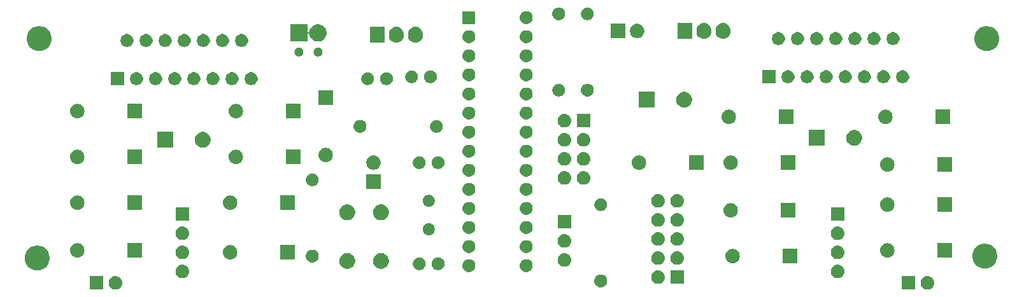
<source format=gbr>
G04 #@! TF.GenerationSoftware,KiCad,Pcbnew,(5.1.4)-1*
G04 #@! TF.CreationDate,2019-12-28T20:01:16+00:00*
G04 #@! TF.ProjectId,Plotter,506c6f74-7465-4722-9e6b-696361645f70,V1.0*
G04 #@! TF.SameCoordinates,Original*
G04 #@! TF.FileFunction,Soldermask,Top*
G04 #@! TF.FilePolarity,Negative*
%FSLAX46Y46*%
G04 Gerber Fmt 4.6, Leading zero omitted, Abs format (unit mm)*
G04 Created by KiCad (PCBNEW (5.1.4)-1) date 2019-12-28 20:01:16*
%MOMM*%
%LPD*%
G04 APERTURE LIST*
%ADD10C,0.100000*%
G04 APERTURE END LIST*
D10*
G36*
X208898443Y-119501519D02*
G01*
X208964627Y-119508037D01*
X209134466Y-119559557D01*
X209290991Y-119643222D01*
X209319869Y-119666922D01*
X209428186Y-119755814D01*
X209511448Y-119857271D01*
X209540778Y-119893009D01*
X209624443Y-120049534D01*
X209675963Y-120219373D01*
X209693359Y-120396000D01*
X209675963Y-120572627D01*
X209624443Y-120742466D01*
X209540778Y-120898991D01*
X209511448Y-120934729D01*
X209428186Y-121036186D01*
X209326729Y-121119448D01*
X209290991Y-121148778D01*
X209134466Y-121232443D01*
X208964627Y-121283963D01*
X208898443Y-121290481D01*
X208832260Y-121297000D01*
X208743740Y-121297000D01*
X208677557Y-121290481D01*
X208611373Y-121283963D01*
X208441534Y-121232443D01*
X208285009Y-121148778D01*
X208249271Y-121119448D01*
X208147814Y-121036186D01*
X208064552Y-120934729D01*
X208035222Y-120898991D01*
X207951557Y-120742466D01*
X207900037Y-120572627D01*
X207882641Y-120396000D01*
X207900037Y-120219373D01*
X207951557Y-120049534D01*
X208035222Y-119893009D01*
X208064552Y-119857271D01*
X208147814Y-119755814D01*
X208256131Y-119666922D01*
X208285009Y-119643222D01*
X208441534Y-119559557D01*
X208611373Y-119508037D01*
X208677557Y-119501519D01*
X208743740Y-119495000D01*
X208832260Y-119495000D01*
X208898443Y-119501519D01*
X208898443Y-119501519D01*
G37*
G36*
X207149000Y-121297000D02*
G01*
X205347000Y-121297000D01*
X205347000Y-119495000D01*
X207149000Y-119495000D01*
X207149000Y-121297000D01*
X207149000Y-121297000D01*
G37*
G36*
X99199000Y-121297000D02*
G01*
X97397000Y-121297000D01*
X97397000Y-119495000D01*
X99199000Y-119495000D01*
X99199000Y-121297000D01*
X99199000Y-121297000D01*
G37*
G36*
X100948443Y-119501519D02*
G01*
X101014627Y-119508037D01*
X101184466Y-119559557D01*
X101340991Y-119643222D01*
X101369869Y-119666922D01*
X101478186Y-119755814D01*
X101561448Y-119857271D01*
X101590778Y-119893009D01*
X101674443Y-120049534D01*
X101725963Y-120219373D01*
X101743359Y-120396000D01*
X101725963Y-120572627D01*
X101674443Y-120742466D01*
X101590778Y-120898991D01*
X101561448Y-120934729D01*
X101478186Y-121036186D01*
X101376729Y-121119448D01*
X101340991Y-121148778D01*
X101184466Y-121232443D01*
X101014627Y-121283963D01*
X100948443Y-121290481D01*
X100882260Y-121297000D01*
X100793740Y-121297000D01*
X100727557Y-121290481D01*
X100661373Y-121283963D01*
X100491534Y-121232443D01*
X100335009Y-121148778D01*
X100299271Y-121119448D01*
X100197814Y-121036186D01*
X100114552Y-120934729D01*
X100085222Y-120898991D01*
X100001557Y-120742466D01*
X99950037Y-120572627D01*
X99932641Y-120396000D01*
X99950037Y-120219373D01*
X100001557Y-120049534D01*
X100085222Y-119893009D01*
X100114552Y-119857271D01*
X100197814Y-119755814D01*
X100306131Y-119666922D01*
X100335009Y-119643222D01*
X100491534Y-119559557D01*
X100661373Y-119508037D01*
X100727557Y-119501519D01*
X100793740Y-119495000D01*
X100882260Y-119495000D01*
X100948443Y-119501519D01*
X100948443Y-119501519D01*
G37*
G36*
X165520823Y-119303313D02*
G01*
X165681242Y-119351976D01*
X165813906Y-119422886D01*
X165829078Y-119430996D01*
X165958659Y-119537341D01*
X166065004Y-119666922D01*
X166065005Y-119666924D01*
X166144024Y-119814758D01*
X166192687Y-119975177D01*
X166209117Y-120142000D01*
X166192687Y-120308823D01*
X166144024Y-120469242D01*
X166073114Y-120601906D01*
X166065004Y-120617078D01*
X165958659Y-120746659D01*
X165829078Y-120853004D01*
X165829076Y-120853005D01*
X165681242Y-120932024D01*
X165520823Y-120980687D01*
X165395804Y-120993000D01*
X165312196Y-120993000D01*
X165187177Y-120980687D01*
X165026758Y-120932024D01*
X164878924Y-120853005D01*
X164878922Y-120853004D01*
X164749341Y-120746659D01*
X164642996Y-120617078D01*
X164634886Y-120601906D01*
X164563976Y-120469242D01*
X164515313Y-120308823D01*
X164498883Y-120142000D01*
X164515313Y-119975177D01*
X164563976Y-119814758D01*
X164642995Y-119666924D01*
X164642996Y-119666922D01*
X164749341Y-119537341D01*
X164878922Y-119430996D01*
X164894094Y-119422886D01*
X165026758Y-119351976D01*
X165187177Y-119303313D01*
X165312196Y-119291000D01*
X165395804Y-119291000D01*
X165520823Y-119303313D01*
X165520823Y-119303313D01*
G37*
G36*
X176415000Y-120535000D02*
G01*
X174613000Y-120535000D01*
X174613000Y-118733000D01*
X176415000Y-118733000D01*
X176415000Y-120535000D01*
X176415000Y-120535000D01*
G37*
G36*
X173084442Y-118739518D02*
G01*
X173150627Y-118746037D01*
X173320466Y-118797557D01*
X173476991Y-118881222D01*
X173499901Y-118900024D01*
X173614186Y-118993814D01*
X173697448Y-119095271D01*
X173726778Y-119131009D01*
X173810443Y-119287534D01*
X173861963Y-119457373D01*
X173879359Y-119634000D01*
X173861963Y-119810627D01*
X173810443Y-119980466D01*
X173726778Y-120136991D01*
X173722667Y-120142000D01*
X173614186Y-120274186D01*
X173512729Y-120357448D01*
X173476991Y-120386778D01*
X173320466Y-120470443D01*
X173150627Y-120521963D01*
X173084443Y-120528481D01*
X173018260Y-120535000D01*
X172929740Y-120535000D01*
X172863557Y-120528481D01*
X172797373Y-120521963D01*
X172627534Y-120470443D01*
X172471009Y-120386778D01*
X172435271Y-120357448D01*
X172333814Y-120274186D01*
X172225333Y-120142000D01*
X172221222Y-120136991D01*
X172137557Y-119980466D01*
X172086037Y-119810627D01*
X172068641Y-119634000D01*
X172086037Y-119457373D01*
X172137557Y-119287534D01*
X172221222Y-119131009D01*
X172250552Y-119095271D01*
X172333814Y-118993814D01*
X172448099Y-118900024D01*
X172471009Y-118881222D01*
X172627534Y-118797557D01*
X172797373Y-118746037D01*
X172863558Y-118739518D01*
X172929740Y-118733000D01*
X173018260Y-118733000D01*
X173084442Y-118739518D01*
X173084442Y-118739518D01*
G37*
G36*
X109838443Y-117977519D02*
G01*
X109904627Y-117984037D01*
X110074466Y-118035557D01*
X110230991Y-118119222D01*
X110264167Y-118146449D01*
X110368186Y-118231814D01*
X110426686Y-118303098D01*
X110480778Y-118369009D01*
X110480779Y-118369011D01*
X110559890Y-118517015D01*
X110564443Y-118525534D01*
X110615963Y-118695373D01*
X110633359Y-118872000D01*
X110615963Y-119048627D01*
X110564443Y-119218466D01*
X110480778Y-119374991D01*
X110451448Y-119410729D01*
X110368186Y-119512186D01*
X110266729Y-119595448D01*
X110230991Y-119624778D01*
X110074466Y-119708443D01*
X109904627Y-119759963D01*
X109838442Y-119766482D01*
X109772260Y-119773000D01*
X109683740Y-119773000D01*
X109617558Y-119766482D01*
X109551373Y-119759963D01*
X109381534Y-119708443D01*
X109225009Y-119624778D01*
X109189271Y-119595448D01*
X109087814Y-119512186D01*
X109004552Y-119410729D01*
X108975222Y-119374991D01*
X108891557Y-119218466D01*
X108840037Y-119048627D01*
X108822641Y-118872000D01*
X108840037Y-118695373D01*
X108891557Y-118525534D01*
X108896111Y-118517015D01*
X108975221Y-118369011D01*
X108975222Y-118369009D01*
X109029314Y-118303098D01*
X109087814Y-118231814D01*
X109191833Y-118146449D01*
X109225009Y-118119222D01*
X109381534Y-118035557D01*
X109551373Y-117984037D01*
X109617557Y-117977519D01*
X109683740Y-117971000D01*
X109772260Y-117971000D01*
X109838443Y-117977519D01*
X109838443Y-117977519D01*
G37*
G36*
X196960443Y-117977519D02*
G01*
X197026627Y-117984037D01*
X197196466Y-118035557D01*
X197352991Y-118119222D01*
X197386167Y-118146449D01*
X197490186Y-118231814D01*
X197548686Y-118303098D01*
X197602778Y-118369009D01*
X197602779Y-118369011D01*
X197681890Y-118517015D01*
X197686443Y-118525534D01*
X197737963Y-118695373D01*
X197755359Y-118872000D01*
X197737963Y-119048627D01*
X197686443Y-119218466D01*
X197602778Y-119374991D01*
X197573448Y-119410729D01*
X197490186Y-119512186D01*
X197388729Y-119595448D01*
X197352991Y-119624778D01*
X197196466Y-119708443D01*
X197026627Y-119759963D01*
X196960442Y-119766482D01*
X196894260Y-119773000D01*
X196805740Y-119773000D01*
X196739558Y-119766482D01*
X196673373Y-119759963D01*
X196503534Y-119708443D01*
X196347009Y-119624778D01*
X196311271Y-119595448D01*
X196209814Y-119512186D01*
X196126552Y-119410729D01*
X196097222Y-119374991D01*
X196013557Y-119218466D01*
X195962037Y-119048627D01*
X195944641Y-118872000D01*
X195962037Y-118695373D01*
X196013557Y-118525534D01*
X196018111Y-118517015D01*
X196097221Y-118369011D01*
X196097222Y-118369009D01*
X196151314Y-118303098D01*
X196209814Y-118231814D01*
X196313833Y-118146449D01*
X196347009Y-118119222D01*
X196503534Y-118035557D01*
X196673373Y-117984037D01*
X196739557Y-117977519D01*
X196805740Y-117971000D01*
X196894260Y-117971000D01*
X196960443Y-117977519D01*
X196960443Y-117977519D01*
G37*
G36*
X155614823Y-117271313D02*
G01*
X155775242Y-117319976D01*
X155907906Y-117390886D01*
X155923078Y-117398996D01*
X156052659Y-117505341D01*
X156159004Y-117634922D01*
X156159005Y-117634924D01*
X156238024Y-117782758D01*
X156286687Y-117943177D01*
X156303117Y-118110000D01*
X156286687Y-118276823D01*
X156238024Y-118437242D01*
X156199877Y-118508610D01*
X156159004Y-118585078D01*
X156052659Y-118714659D01*
X155923078Y-118821004D01*
X155923076Y-118821005D01*
X155775242Y-118900024D01*
X155614823Y-118948687D01*
X155489804Y-118961000D01*
X155406196Y-118961000D01*
X155281177Y-118948687D01*
X155120758Y-118900024D01*
X154972924Y-118821005D01*
X154972922Y-118821004D01*
X154843341Y-118714659D01*
X154736996Y-118585078D01*
X154696123Y-118508610D01*
X154657976Y-118437242D01*
X154609313Y-118276823D01*
X154592883Y-118110000D01*
X154609313Y-117943177D01*
X154657976Y-117782758D01*
X154736995Y-117634924D01*
X154736996Y-117634922D01*
X154843341Y-117505341D01*
X154972922Y-117398996D01*
X154988094Y-117390886D01*
X155120758Y-117319976D01*
X155281177Y-117271313D01*
X155406196Y-117259000D01*
X155489804Y-117259000D01*
X155614823Y-117271313D01*
X155614823Y-117271313D01*
G37*
G36*
X147994823Y-117271313D02*
G01*
X148155242Y-117319976D01*
X148287906Y-117390886D01*
X148303078Y-117398996D01*
X148432659Y-117505341D01*
X148539004Y-117634922D01*
X148539005Y-117634924D01*
X148618024Y-117782758D01*
X148666687Y-117943177D01*
X148683117Y-118110000D01*
X148666687Y-118276823D01*
X148618024Y-118437242D01*
X148579877Y-118508610D01*
X148539004Y-118585078D01*
X148432659Y-118714659D01*
X148303078Y-118821004D01*
X148303076Y-118821005D01*
X148155242Y-118900024D01*
X147994823Y-118948687D01*
X147869804Y-118961000D01*
X147786196Y-118961000D01*
X147661177Y-118948687D01*
X147500758Y-118900024D01*
X147352924Y-118821005D01*
X147352922Y-118821004D01*
X147223341Y-118714659D01*
X147116996Y-118585078D01*
X147076123Y-118508610D01*
X147037976Y-118437242D01*
X146989313Y-118276823D01*
X146972883Y-118110000D01*
X146989313Y-117943177D01*
X147037976Y-117782758D01*
X147116995Y-117634924D01*
X147116996Y-117634922D01*
X147223341Y-117505341D01*
X147352922Y-117398996D01*
X147368094Y-117390886D01*
X147500758Y-117319976D01*
X147661177Y-117271313D01*
X147786196Y-117259000D01*
X147869804Y-117259000D01*
X147994823Y-117271313D01*
X147994823Y-117271313D01*
G37*
G36*
X90799256Y-115485298D02*
G01*
X90905579Y-115506447D01*
X91206042Y-115630903D01*
X91476451Y-115811585D01*
X91706415Y-116041549D01*
X91885185Y-116309097D01*
X91887098Y-116311960D01*
X91909036Y-116364924D01*
X92011553Y-116612421D01*
X92028515Y-116697693D01*
X92075000Y-116931389D01*
X92075000Y-117256611D01*
X92038429Y-117440466D01*
X92011553Y-117575579D01*
X91950548Y-117722858D01*
X91897474Y-117850991D01*
X91887097Y-117876042D01*
X91706415Y-118146451D01*
X91476451Y-118376415D01*
X91206042Y-118557097D01*
X90905579Y-118681553D01*
X90836101Y-118695373D01*
X90586611Y-118745000D01*
X90261389Y-118745000D01*
X90011899Y-118695373D01*
X89942421Y-118681553D01*
X89641958Y-118557097D01*
X89371549Y-118376415D01*
X89141585Y-118146451D01*
X88960903Y-117876042D01*
X88950527Y-117850991D01*
X88897452Y-117722858D01*
X88836447Y-117575579D01*
X88809571Y-117440466D01*
X88773000Y-117256611D01*
X88773000Y-116931389D01*
X88819485Y-116697693D01*
X88836447Y-116612421D01*
X88938964Y-116364924D01*
X88960902Y-116311960D01*
X88962815Y-116309097D01*
X89141585Y-116041549D01*
X89371549Y-115811585D01*
X89641958Y-115630903D01*
X89942421Y-115506447D01*
X90048744Y-115485298D01*
X90261389Y-115443000D01*
X90586611Y-115443000D01*
X90799256Y-115485298D01*
X90799256Y-115485298D01*
G37*
G36*
X141472228Y-117037703D02*
G01*
X141627100Y-117101853D01*
X141766481Y-117194985D01*
X141885015Y-117313519D01*
X141978147Y-117452900D01*
X142042297Y-117607772D01*
X142075000Y-117772184D01*
X142075000Y-117939816D01*
X142042297Y-118104228D01*
X141978147Y-118259100D01*
X141885015Y-118398481D01*
X141766481Y-118517015D01*
X141627100Y-118610147D01*
X141472228Y-118674297D01*
X141307816Y-118707000D01*
X141140184Y-118707000D01*
X140975772Y-118674297D01*
X140820900Y-118610147D01*
X140681519Y-118517015D01*
X140562985Y-118398481D01*
X140469853Y-118259100D01*
X140405703Y-118104228D01*
X140373000Y-117939816D01*
X140373000Y-117772184D01*
X140405703Y-117607772D01*
X140469853Y-117452900D01*
X140562985Y-117313519D01*
X140681519Y-117194985D01*
X140820900Y-117101853D01*
X140975772Y-117037703D01*
X141140184Y-117005000D01*
X141307816Y-117005000D01*
X141472228Y-117037703D01*
X141472228Y-117037703D01*
G37*
G36*
X143972228Y-117037703D02*
G01*
X144127100Y-117101853D01*
X144266481Y-117194985D01*
X144385015Y-117313519D01*
X144478147Y-117452900D01*
X144542297Y-117607772D01*
X144575000Y-117772184D01*
X144575000Y-117939816D01*
X144542297Y-118104228D01*
X144478147Y-118259100D01*
X144385015Y-118398481D01*
X144266481Y-118517015D01*
X144127100Y-118610147D01*
X143972228Y-118674297D01*
X143807816Y-118707000D01*
X143640184Y-118707000D01*
X143475772Y-118674297D01*
X143320900Y-118610147D01*
X143181519Y-118517015D01*
X143062985Y-118398481D01*
X142969853Y-118259100D01*
X142905703Y-118104228D01*
X142873000Y-117939816D01*
X142873000Y-117772184D01*
X142905703Y-117607772D01*
X142969853Y-117452900D01*
X143062985Y-117313519D01*
X143181519Y-117194985D01*
X143320900Y-117101853D01*
X143475772Y-117037703D01*
X143640184Y-117005000D01*
X143807816Y-117005000D01*
X143972228Y-117037703D01*
X143972228Y-117037703D01*
G37*
G36*
X136450564Y-116487389D02*
G01*
X136641833Y-116566615D01*
X136641835Y-116566616D01*
X136813973Y-116681635D01*
X136960365Y-116828027D01*
X137029431Y-116931391D01*
X137075385Y-117000167D01*
X137154611Y-117191436D01*
X137195000Y-117394484D01*
X137195000Y-117601516D01*
X137154611Y-117804564D01*
X137085671Y-117971000D01*
X137075384Y-117995835D01*
X136960365Y-118167973D01*
X136813973Y-118314365D01*
X136641835Y-118429384D01*
X136641834Y-118429385D01*
X136641833Y-118429385D01*
X136450564Y-118508611D01*
X136247516Y-118549000D01*
X136040484Y-118549000D01*
X135837436Y-118508611D01*
X135646167Y-118429385D01*
X135646166Y-118429385D01*
X135646165Y-118429384D01*
X135474027Y-118314365D01*
X135327635Y-118167973D01*
X135212616Y-117995835D01*
X135202329Y-117971000D01*
X135133389Y-117804564D01*
X135093000Y-117601516D01*
X135093000Y-117394484D01*
X135133389Y-117191436D01*
X135212615Y-117000167D01*
X135258570Y-116931391D01*
X135327635Y-116828027D01*
X135474027Y-116681635D01*
X135646165Y-116566616D01*
X135646167Y-116566615D01*
X135837436Y-116487389D01*
X136040484Y-116447000D01*
X136247516Y-116447000D01*
X136450564Y-116487389D01*
X136450564Y-116487389D01*
G37*
G36*
X131950564Y-116487389D02*
G01*
X132141833Y-116566615D01*
X132141835Y-116566616D01*
X132313973Y-116681635D01*
X132460365Y-116828027D01*
X132529431Y-116931391D01*
X132575385Y-117000167D01*
X132654611Y-117191436D01*
X132695000Y-117394484D01*
X132695000Y-117601516D01*
X132654611Y-117804564D01*
X132585671Y-117971000D01*
X132575384Y-117995835D01*
X132460365Y-118167973D01*
X132313973Y-118314365D01*
X132141835Y-118429384D01*
X132141834Y-118429385D01*
X132141833Y-118429385D01*
X131950564Y-118508611D01*
X131747516Y-118549000D01*
X131540484Y-118549000D01*
X131337436Y-118508611D01*
X131146167Y-118429385D01*
X131146166Y-118429385D01*
X131146165Y-118429384D01*
X130974027Y-118314365D01*
X130827635Y-118167973D01*
X130712616Y-117995835D01*
X130702329Y-117971000D01*
X130633389Y-117804564D01*
X130593000Y-117601516D01*
X130593000Y-117394484D01*
X130633389Y-117191436D01*
X130712615Y-117000167D01*
X130758570Y-116931391D01*
X130827635Y-116828027D01*
X130974027Y-116681635D01*
X131146165Y-116566616D01*
X131146167Y-116566615D01*
X131337436Y-116487389D01*
X131540484Y-116447000D01*
X131747516Y-116447000D01*
X131950564Y-116487389D01*
X131950564Y-116487389D01*
G37*
G36*
X216783256Y-115231298D02*
G01*
X216889579Y-115252447D01*
X217190042Y-115376903D01*
X217460451Y-115557585D01*
X217690415Y-115787549D01*
X217871097Y-116057958D01*
X217995553Y-116358421D01*
X218008001Y-116421000D01*
X218059000Y-116677389D01*
X218059000Y-117002611D01*
X218039259Y-117101853D01*
X217995553Y-117321579D01*
X217941158Y-117452900D01*
X217881474Y-117596991D01*
X217871097Y-117622042D01*
X217690415Y-117892451D01*
X217460451Y-118122415D01*
X217190042Y-118303097D01*
X216889579Y-118427553D01*
X216840884Y-118437239D01*
X216570611Y-118491000D01*
X216245389Y-118491000D01*
X215975116Y-118437239D01*
X215926421Y-118427553D01*
X215625958Y-118303097D01*
X215355549Y-118122415D01*
X215125585Y-117892451D01*
X214944903Y-117622042D01*
X214934527Y-117596991D01*
X214874842Y-117452900D01*
X214820447Y-117321579D01*
X214776741Y-117101853D01*
X214757000Y-117002611D01*
X214757000Y-116677389D01*
X214807999Y-116421000D01*
X214820447Y-116358421D01*
X214944903Y-116057958D01*
X215125585Y-115787549D01*
X215355549Y-115557585D01*
X215625958Y-115376903D01*
X215926421Y-115252447D01*
X216032744Y-115231298D01*
X216245389Y-115189000D01*
X216570611Y-115189000D01*
X216783256Y-115231298D01*
X216783256Y-115231298D01*
G37*
G36*
X160638442Y-116453518D02*
G01*
X160704627Y-116460037D01*
X160874466Y-116511557D01*
X161030991Y-116595222D01*
X161047661Y-116608903D01*
X161168186Y-116707814D01*
X161251448Y-116809271D01*
X161280778Y-116845009D01*
X161280779Y-116845011D01*
X161326951Y-116931391D01*
X161364443Y-117001534D01*
X161415963Y-117171373D01*
X161433359Y-117348000D01*
X161415963Y-117524627D01*
X161364443Y-117694466D01*
X161280778Y-117850991D01*
X161260219Y-117876042D01*
X161168186Y-117988186D01*
X161066729Y-118071448D01*
X161030991Y-118100778D01*
X160874466Y-118184443D01*
X160704627Y-118235963D01*
X160638443Y-118242481D01*
X160572260Y-118249000D01*
X160483740Y-118249000D01*
X160417557Y-118242481D01*
X160351373Y-118235963D01*
X160181534Y-118184443D01*
X160025009Y-118100778D01*
X159989271Y-118071448D01*
X159887814Y-117988186D01*
X159795781Y-117876042D01*
X159775222Y-117850991D01*
X159691557Y-117694466D01*
X159640037Y-117524627D01*
X159622641Y-117348000D01*
X159640037Y-117171373D01*
X159691557Y-117001534D01*
X159729050Y-116931391D01*
X159775221Y-116845011D01*
X159775222Y-116845009D01*
X159804552Y-116809271D01*
X159887814Y-116707814D01*
X160008339Y-116608903D01*
X160025009Y-116595222D01*
X160181534Y-116511557D01*
X160351373Y-116460037D01*
X160417558Y-116453518D01*
X160483740Y-116447000D01*
X160572260Y-116447000D01*
X160638442Y-116453518D01*
X160638442Y-116453518D01*
G37*
G36*
X173084442Y-116199518D02*
G01*
X173150627Y-116206037D01*
X173320466Y-116257557D01*
X173476991Y-116341222D01*
X173497948Y-116358421D01*
X173614186Y-116453814D01*
X173667213Y-116518429D01*
X173726778Y-116591009D01*
X173726779Y-116591011D01*
X173772951Y-116677391D01*
X173810443Y-116747534D01*
X173861963Y-116917373D01*
X173879359Y-117094000D01*
X173861963Y-117270627D01*
X173810443Y-117440466D01*
X173726778Y-117596991D01*
X173697448Y-117632729D01*
X173614186Y-117734186D01*
X173512729Y-117817448D01*
X173476991Y-117846778D01*
X173320466Y-117930443D01*
X173150627Y-117981963D01*
X173087453Y-117988185D01*
X173018260Y-117995000D01*
X172929740Y-117995000D01*
X172860547Y-117988185D01*
X172797373Y-117981963D01*
X172627534Y-117930443D01*
X172471009Y-117846778D01*
X172435271Y-117817448D01*
X172333814Y-117734186D01*
X172250552Y-117632729D01*
X172221222Y-117596991D01*
X172137557Y-117440466D01*
X172086037Y-117270627D01*
X172068641Y-117094000D01*
X172086037Y-116917373D01*
X172137557Y-116747534D01*
X172175050Y-116677391D01*
X172221221Y-116591011D01*
X172221222Y-116591009D01*
X172280787Y-116518429D01*
X172333814Y-116453814D01*
X172450052Y-116358421D01*
X172471009Y-116341222D01*
X172627534Y-116257557D01*
X172797373Y-116206037D01*
X172863558Y-116199518D01*
X172929740Y-116193000D01*
X173018260Y-116193000D01*
X173084442Y-116199518D01*
X173084442Y-116199518D01*
G37*
G36*
X175624442Y-116199518D02*
G01*
X175690627Y-116206037D01*
X175860466Y-116257557D01*
X176016991Y-116341222D01*
X176037948Y-116358421D01*
X176154186Y-116453814D01*
X176207213Y-116518429D01*
X176266778Y-116591009D01*
X176266779Y-116591011D01*
X176312951Y-116677391D01*
X176350443Y-116747534D01*
X176401963Y-116917373D01*
X176419359Y-117094000D01*
X176401963Y-117270627D01*
X176350443Y-117440466D01*
X176266778Y-117596991D01*
X176237448Y-117632729D01*
X176154186Y-117734186D01*
X176052729Y-117817448D01*
X176016991Y-117846778D01*
X175860466Y-117930443D01*
X175690627Y-117981963D01*
X175627453Y-117988185D01*
X175558260Y-117995000D01*
X175469740Y-117995000D01*
X175400547Y-117988185D01*
X175337373Y-117981963D01*
X175167534Y-117930443D01*
X175011009Y-117846778D01*
X174975271Y-117817448D01*
X174873814Y-117734186D01*
X174790552Y-117632729D01*
X174761222Y-117596991D01*
X174677557Y-117440466D01*
X174626037Y-117270627D01*
X174608641Y-117094000D01*
X174626037Y-116917373D01*
X174677557Y-116747534D01*
X174715050Y-116677391D01*
X174761221Y-116591011D01*
X174761222Y-116591009D01*
X174820787Y-116518429D01*
X174873814Y-116453814D01*
X174990052Y-116358421D01*
X175011009Y-116341222D01*
X175167534Y-116257557D01*
X175337373Y-116206037D01*
X175403558Y-116199518D01*
X175469740Y-116193000D01*
X175558260Y-116193000D01*
X175624442Y-116199518D01*
X175624442Y-116199518D01*
G37*
G36*
X191451000Y-117791000D02*
G01*
X189549000Y-117791000D01*
X189549000Y-115889000D01*
X191451000Y-115889000D01*
X191451000Y-117791000D01*
X191451000Y-117791000D01*
G37*
G36*
X183066425Y-115902760D02*
G01*
X183066428Y-115902761D01*
X183066429Y-115902761D01*
X183245693Y-115957140D01*
X183245696Y-115957142D01*
X183245697Y-115957142D01*
X183410903Y-116045446D01*
X183555712Y-116164288D01*
X183674554Y-116309097D01*
X183762858Y-116474303D01*
X183762860Y-116474307D01*
X183817239Y-116653571D01*
X183817240Y-116653575D01*
X183835601Y-116840000D01*
X183817240Y-117026425D01*
X183817239Y-117026428D01*
X183817239Y-117026429D01*
X183762860Y-117205693D01*
X183762858Y-117205696D01*
X183762858Y-117205697D01*
X183674554Y-117370903D01*
X183555712Y-117515712D01*
X183410903Y-117634554D01*
X183245697Y-117722858D01*
X183245693Y-117722860D01*
X183066429Y-117777239D01*
X183066428Y-117777239D01*
X183066425Y-117777240D01*
X182926718Y-117791000D01*
X182833282Y-117791000D01*
X182693575Y-117777240D01*
X182693572Y-117777239D01*
X182693571Y-117777239D01*
X182514307Y-117722860D01*
X182514303Y-117722858D01*
X182349097Y-117634554D01*
X182204288Y-117515712D01*
X182085446Y-117370903D01*
X181997142Y-117205697D01*
X181997142Y-117205696D01*
X181997140Y-117205693D01*
X181942761Y-117026429D01*
X181942761Y-117026428D01*
X181942760Y-117026425D01*
X181924399Y-116840000D01*
X181942760Y-116653575D01*
X181942761Y-116653571D01*
X181997140Y-116474307D01*
X181997142Y-116474303D01*
X182085446Y-116309097D01*
X182204288Y-116164288D01*
X182349097Y-116045446D01*
X182514303Y-115957142D01*
X182514304Y-115957142D01*
X182514307Y-115957140D01*
X182693571Y-115902761D01*
X182693572Y-115902761D01*
X182693575Y-115902760D01*
X182833282Y-115889000D01*
X182926718Y-115889000D01*
X183066425Y-115902760D01*
X183066425Y-115902760D01*
G37*
G36*
X127166823Y-116001313D02*
G01*
X127327242Y-116049976D01*
X127459906Y-116120886D01*
X127475078Y-116128996D01*
X127604659Y-116235341D01*
X127711004Y-116364922D01*
X127711005Y-116364924D01*
X127790024Y-116512758D01*
X127838687Y-116673177D01*
X127855117Y-116840000D01*
X127838687Y-117006823D01*
X127790024Y-117167242D01*
X127734397Y-117271313D01*
X127711004Y-117315078D01*
X127604659Y-117444659D01*
X127475078Y-117551004D01*
X127475076Y-117551005D01*
X127327242Y-117630024D01*
X127166823Y-117678687D01*
X127041804Y-117691000D01*
X126958196Y-117691000D01*
X126833177Y-117678687D01*
X126672758Y-117630024D01*
X126524924Y-117551005D01*
X126524922Y-117551004D01*
X126395341Y-117444659D01*
X126288996Y-117315078D01*
X126265603Y-117271313D01*
X126209976Y-117167242D01*
X126161313Y-117006823D01*
X126144883Y-116840000D01*
X126161313Y-116673177D01*
X126209976Y-116512758D01*
X126288995Y-116364924D01*
X126288996Y-116364922D01*
X126395341Y-116235341D01*
X126524922Y-116128996D01*
X126540094Y-116120886D01*
X126672758Y-116049976D01*
X126833177Y-116001313D01*
X126958196Y-115989000D01*
X127041804Y-115989000D01*
X127166823Y-116001313D01*
X127166823Y-116001313D01*
G37*
G36*
X124649000Y-117283000D02*
G01*
X122747000Y-117283000D01*
X122747000Y-115381000D01*
X124649000Y-115381000D01*
X124649000Y-117283000D01*
X124649000Y-117283000D01*
G37*
G36*
X116264425Y-115394760D02*
G01*
X116264428Y-115394761D01*
X116264429Y-115394761D01*
X116443693Y-115449140D01*
X116443696Y-115449142D01*
X116443697Y-115449142D01*
X116608903Y-115537446D01*
X116753712Y-115656288D01*
X116872554Y-115801097D01*
X116926894Y-115902761D01*
X116960860Y-115966307D01*
X117010211Y-116128996D01*
X117015240Y-116145575D01*
X117033601Y-116332000D01*
X117015240Y-116518425D01*
X117015239Y-116518428D01*
X117015239Y-116518429D01*
X116960860Y-116697693D01*
X116960858Y-116697696D01*
X116960858Y-116697697D01*
X116872554Y-116862903D01*
X116753712Y-117007712D01*
X116608903Y-117126554D01*
X116460836Y-117205697D01*
X116443693Y-117214860D01*
X116264429Y-117269239D01*
X116264428Y-117269239D01*
X116264425Y-117269240D01*
X116124718Y-117283000D01*
X116031282Y-117283000D01*
X115891575Y-117269240D01*
X115891572Y-117269239D01*
X115891571Y-117269239D01*
X115712307Y-117214860D01*
X115695164Y-117205697D01*
X115547097Y-117126554D01*
X115402288Y-117007712D01*
X115283446Y-116862903D01*
X115195142Y-116697697D01*
X115195142Y-116697696D01*
X115195140Y-116697693D01*
X115140761Y-116518429D01*
X115140761Y-116518428D01*
X115140760Y-116518425D01*
X115122399Y-116332000D01*
X115140760Y-116145575D01*
X115145789Y-116128996D01*
X115195140Y-115966307D01*
X115229106Y-115902761D01*
X115283446Y-115801097D01*
X115402288Y-115656288D01*
X115547097Y-115537446D01*
X115712303Y-115449142D01*
X115712304Y-115449142D01*
X115712307Y-115449140D01*
X115891571Y-115394761D01*
X115891572Y-115394761D01*
X115891575Y-115394760D01*
X116031282Y-115381000D01*
X116124718Y-115381000D01*
X116264425Y-115394760D01*
X116264425Y-115394760D01*
G37*
G36*
X196960442Y-115437518D02*
G01*
X197026627Y-115444037D01*
X197196466Y-115495557D01*
X197352991Y-115579222D01*
X197388729Y-115608552D01*
X197490186Y-115691814D01*
X197568754Y-115787551D01*
X197602778Y-115829009D01*
X197686443Y-115985534D01*
X197737963Y-116155373D01*
X197755359Y-116332000D01*
X197737963Y-116508627D01*
X197686443Y-116678466D01*
X197602778Y-116834991D01*
X197579871Y-116862903D01*
X197490186Y-116972186D01*
X197388729Y-117055448D01*
X197352991Y-117084778D01*
X197196466Y-117168443D01*
X197026627Y-117219963D01*
X196960442Y-117226482D01*
X196894260Y-117233000D01*
X196805740Y-117233000D01*
X196739558Y-117226482D01*
X196673373Y-117219963D01*
X196503534Y-117168443D01*
X196347009Y-117084778D01*
X196311271Y-117055448D01*
X196209814Y-116972186D01*
X196120129Y-116862903D01*
X196097222Y-116834991D01*
X196013557Y-116678466D01*
X195962037Y-116508627D01*
X195944641Y-116332000D01*
X195962037Y-116155373D01*
X196013557Y-115985534D01*
X196097222Y-115829009D01*
X196131246Y-115787551D01*
X196209814Y-115691814D01*
X196311271Y-115608552D01*
X196347009Y-115579222D01*
X196503534Y-115495557D01*
X196673373Y-115444037D01*
X196739558Y-115437518D01*
X196805740Y-115431000D01*
X196894260Y-115431000D01*
X196960442Y-115437518D01*
X196960442Y-115437518D01*
G37*
G36*
X109838442Y-115437518D02*
G01*
X109904627Y-115444037D01*
X110074466Y-115495557D01*
X110230991Y-115579222D01*
X110266729Y-115608552D01*
X110368186Y-115691814D01*
X110446754Y-115787551D01*
X110480778Y-115829009D01*
X110564443Y-115985534D01*
X110615963Y-116155373D01*
X110633359Y-116332000D01*
X110615963Y-116508627D01*
X110564443Y-116678466D01*
X110480778Y-116834991D01*
X110457871Y-116862903D01*
X110368186Y-116972186D01*
X110266729Y-117055448D01*
X110230991Y-117084778D01*
X110074466Y-117168443D01*
X109904627Y-117219963D01*
X109838442Y-117226482D01*
X109772260Y-117233000D01*
X109683740Y-117233000D01*
X109617558Y-117226482D01*
X109551373Y-117219963D01*
X109381534Y-117168443D01*
X109225009Y-117084778D01*
X109189271Y-117055448D01*
X109087814Y-116972186D01*
X108998129Y-116862903D01*
X108975222Y-116834991D01*
X108891557Y-116678466D01*
X108840037Y-116508627D01*
X108822641Y-116332000D01*
X108840037Y-116155373D01*
X108891557Y-115985534D01*
X108975222Y-115829009D01*
X109009246Y-115787551D01*
X109087814Y-115691814D01*
X109189271Y-115608552D01*
X109225009Y-115579222D01*
X109381534Y-115495557D01*
X109551373Y-115444037D01*
X109617558Y-115437518D01*
X109683740Y-115431000D01*
X109772260Y-115431000D01*
X109838442Y-115437518D01*
X109838442Y-115437518D01*
G37*
G36*
X212025000Y-117029000D02*
G01*
X210123000Y-117029000D01*
X210123000Y-115127000D01*
X212025000Y-115127000D01*
X212025000Y-117029000D01*
X212025000Y-117029000D01*
G37*
G36*
X104329000Y-117029000D02*
G01*
X102427000Y-117029000D01*
X102427000Y-115127000D01*
X104329000Y-115127000D01*
X104329000Y-117029000D01*
X104329000Y-117029000D01*
G37*
G36*
X95944425Y-115140760D02*
G01*
X95944428Y-115140761D01*
X95944429Y-115140761D01*
X96123693Y-115195140D01*
X96123696Y-115195142D01*
X96123697Y-115195142D01*
X96288903Y-115283446D01*
X96433712Y-115402288D01*
X96552554Y-115547097D01*
X96640858Y-115712303D01*
X96640860Y-115712307D01*
X96694459Y-115889000D01*
X96695240Y-115891575D01*
X96713601Y-116078000D01*
X96695240Y-116264425D01*
X96695239Y-116264428D01*
X96695239Y-116264429D01*
X96640860Y-116443693D01*
X96640858Y-116443696D01*
X96640858Y-116443697D01*
X96552554Y-116608903D01*
X96433712Y-116753712D01*
X96288903Y-116872554D01*
X96123697Y-116960858D01*
X96123693Y-116960860D01*
X95944429Y-117015239D01*
X95944428Y-117015239D01*
X95944425Y-117015240D01*
X95804718Y-117029000D01*
X95711282Y-117029000D01*
X95571575Y-117015240D01*
X95571572Y-117015239D01*
X95571571Y-117015239D01*
X95392307Y-116960860D01*
X95392303Y-116960858D01*
X95227097Y-116872554D01*
X95082288Y-116753712D01*
X94963446Y-116608903D01*
X94875142Y-116443697D01*
X94875142Y-116443696D01*
X94875140Y-116443693D01*
X94820761Y-116264429D01*
X94820761Y-116264428D01*
X94820760Y-116264425D01*
X94802399Y-116078000D01*
X94820760Y-115891575D01*
X94821541Y-115889000D01*
X94875140Y-115712307D01*
X94875142Y-115712303D01*
X94963446Y-115547097D01*
X95082288Y-115402288D01*
X95227097Y-115283446D01*
X95392303Y-115195142D01*
X95392304Y-115195142D01*
X95392307Y-115195140D01*
X95571571Y-115140761D01*
X95571572Y-115140761D01*
X95571575Y-115140760D01*
X95711282Y-115127000D01*
X95804718Y-115127000D01*
X95944425Y-115140760D01*
X95944425Y-115140760D01*
G37*
G36*
X203640425Y-115140760D02*
G01*
X203640428Y-115140761D01*
X203640429Y-115140761D01*
X203819693Y-115195140D01*
X203819696Y-115195142D01*
X203819697Y-115195142D01*
X203984903Y-115283446D01*
X204129712Y-115402288D01*
X204248554Y-115547097D01*
X204336858Y-115712303D01*
X204336860Y-115712307D01*
X204390459Y-115889000D01*
X204391240Y-115891575D01*
X204409601Y-116078000D01*
X204391240Y-116264425D01*
X204391239Y-116264428D01*
X204391239Y-116264429D01*
X204336860Y-116443693D01*
X204336858Y-116443696D01*
X204336858Y-116443697D01*
X204248554Y-116608903D01*
X204129712Y-116753712D01*
X203984903Y-116872554D01*
X203819697Y-116960858D01*
X203819693Y-116960860D01*
X203640429Y-117015239D01*
X203640428Y-117015239D01*
X203640425Y-117015240D01*
X203500718Y-117029000D01*
X203407282Y-117029000D01*
X203267575Y-117015240D01*
X203267572Y-117015239D01*
X203267571Y-117015239D01*
X203088307Y-116960860D01*
X203088303Y-116960858D01*
X202923097Y-116872554D01*
X202778288Y-116753712D01*
X202659446Y-116608903D01*
X202571142Y-116443697D01*
X202571142Y-116443696D01*
X202571140Y-116443693D01*
X202516761Y-116264429D01*
X202516761Y-116264428D01*
X202516760Y-116264425D01*
X202498399Y-116078000D01*
X202516760Y-115891575D01*
X202517541Y-115889000D01*
X202571140Y-115712307D01*
X202571142Y-115712303D01*
X202659446Y-115547097D01*
X202778288Y-115402288D01*
X202923097Y-115283446D01*
X203088303Y-115195142D01*
X203088304Y-115195142D01*
X203088307Y-115195140D01*
X203267571Y-115140761D01*
X203267572Y-115140761D01*
X203267575Y-115140760D01*
X203407282Y-115127000D01*
X203500718Y-115127000D01*
X203640425Y-115140760D01*
X203640425Y-115140760D01*
G37*
G36*
X155614823Y-114731313D02*
G01*
X155775242Y-114779976D01*
X155907906Y-114850886D01*
X155923078Y-114858996D01*
X156052659Y-114965341D01*
X156159004Y-115094922D01*
X156159005Y-115094924D01*
X156238024Y-115242758D01*
X156286687Y-115403177D01*
X156303117Y-115570000D01*
X156286687Y-115736823D01*
X156238024Y-115897242D01*
X156201110Y-115966303D01*
X156159004Y-116045078D01*
X156052659Y-116174659D01*
X155923078Y-116281004D01*
X155923076Y-116281005D01*
X155775242Y-116360024D01*
X155614823Y-116408687D01*
X155489804Y-116421000D01*
X155406196Y-116421000D01*
X155281177Y-116408687D01*
X155120758Y-116360024D01*
X154972924Y-116281005D01*
X154972922Y-116281004D01*
X154843341Y-116174659D01*
X154736996Y-116045078D01*
X154694890Y-115966303D01*
X154657976Y-115897242D01*
X154609313Y-115736823D01*
X154592883Y-115570000D01*
X154609313Y-115403177D01*
X154657976Y-115242758D01*
X154736995Y-115094924D01*
X154736996Y-115094922D01*
X154843341Y-114965341D01*
X154972922Y-114858996D01*
X154988094Y-114850886D01*
X155120758Y-114779976D01*
X155281177Y-114731313D01*
X155406196Y-114719000D01*
X155489804Y-114719000D01*
X155614823Y-114731313D01*
X155614823Y-114731313D01*
G37*
G36*
X147994823Y-114731313D02*
G01*
X148155242Y-114779976D01*
X148287906Y-114850886D01*
X148303078Y-114858996D01*
X148432659Y-114965341D01*
X148539004Y-115094922D01*
X148539005Y-115094924D01*
X148618024Y-115242758D01*
X148666687Y-115403177D01*
X148683117Y-115570000D01*
X148666687Y-115736823D01*
X148618024Y-115897242D01*
X148581110Y-115966303D01*
X148539004Y-116045078D01*
X148432659Y-116174659D01*
X148303078Y-116281004D01*
X148303076Y-116281005D01*
X148155242Y-116360024D01*
X147994823Y-116408687D01*
X147869804Y-116421000D01*
X147786196Y-116421000D01*
X147661177Y-116408687D01*
X147500758Y-116360024D01*
X147352924Y-116281005D01*
X147352922Y-116281004D01*
X147223341Y-116174659D01*
X147116996Y-116045078D01*
X147074890Y-115966303D01*
X147037976Y-115897242D01*
X146989313Y-115736823D01*
X146972883Y-115570000D01*
X146989313Y-115403177D01*
X147037976Y-115242758D01*
X147116995Y-115094924D01*
X147116996Y-115094922D01*
X147223341Y-114965341D01*
X147352922Y-114858996D01*
X147368094Y-114850886D01*
X147500758Y-114779976D01*
X147661177Y-114731313D01*
X147786196Y-114719000D01*
X147869804Y-114719000D01*
X147994823Y-114731313D01*
X147994823Y-114731313D01*
G37*
G36*
X160638442Y-113913518D02*
G01*
X160704627Y-113920037D01*
X160874466Y-113971557D01*
X161030991Y-114055222D01*
X161055090Y-114075000D01*
X161168186Y-114167814D01*
X161251448Y-114269271D01*
X161280778Y-114305009D01*
X161364443Y-114461534D01*
X161415963Y-114631373D01*
X161433359Y-114808000D01*
X161415963Y-114984627D01*
X161364443Y-115154466D01*
X161280778Y-115310991D01*
X161251448Y-115346729D01*
X161168186Y-115448186D01*
X161066729Y-115531448D01*
X161030991Y-115560778D01*
X160874466Y-115644443D01*
X160704627Y-115695963D01*
X160638442Y-115702482D01*
X160572260Y-115709000D01*
X160483740Y-115709000D01*
X160417558Y-115702482D01*
X160351373Y-115695963D01*
X160181534Y-115644443D01*
X160025009Y-115560778D01*
X159989271Y-115531448D01*
X159887814Y-115448186D01*
X159804552Y-115346729D01*
X159775222Y-115310991D01*
X159691557Y-115154466D01*
X159640037Y-114984627D01*
X159622641Y-114808000D01*
X159640037Y-114631373D01*
X159691557Y-114461534D01*
X159775222Y-114305009D01*
X159804552Y-114269271D01*
X159887814Y-114167814D01*
X160000910Y-114075000D01*
X160025009Y-114055222D01*
X160181534Y-113971557D01*
X160351373Y-113920037D01*
X160417558Y-113913518D01*
X160483740Y-113907000D01*
X160572260Y-113907000D01*
X160638442Y-113913518D01*
X160638442Y-113913518D01*
G37*
G36*
X175624442Y-113659518D02*
G01*
X175690627Y-113666037D01*
X175860466Y-113717557D01*
X176016991Y-113801222D01*
X176039901Y-113820024D01*
X176154186Y-113913814D01*
X176211652Y-113983838D01*
X176266778Y-114051009D01*
X176350443Y-114207534D01*
X176401963Y-114377373D01*
X176419359Y-114554000D01*
X176401963Y-114730627D01*
X176350443Y-114900466D01*
X176266778Y-115056991D01*
X176237448Y-115092729D01*
X176154186Y-115194186D01*
X176052729Y-115277448D01*
X176016991Y-115306778D01*
X176016989Y-115306779D01*
X175878133Y-115381000D01*
X175860466Y-115390443D01*
X175690627Y-115441963D01*
X175627453Y-115448185D01*
X175558260Y-115455000D01*
X175469740Y-115455000D01*
X175400547Y-115448185D01*
X175337373Y-115441963D01*
X175167534Y-115390443D01*
X175149868Y-115381000D01*
X175011011Y-115306779D01*
X175011009Y-115306778D01*
X174975271Y-115277448D01*
X174873814Y-115194186D01*
X174790552Y-115092729D01*
X174761222Y-115056991D01*
X174677557Y-114900466D01*
X174626037Y-114730627D01*
X174608641Y-114554000D01*
X174626037Y-114377373D01*
X174677557Y-114207534D01*
X174761222Y-114051009D01*
X174816348Y-113983838D01*
X174873814Y-113913814D01*
X174988099Y-113820024D01*
X175011009Y-113801222D01*
X175167534Y-113717557D01*
X175337373Y-113666037D01*
X175403558Y-113659518D01*
X175469740Y-113653000D01*
X175558260Y-113653000D01*
X175624442Y-113659518D01*
X175624442Y-113659518D01*
G37*
G36*
X173084442Y-113659518D02*
G01*
X173150627Y-113666037D01*
X173320466Y-113717557D01*
X173476991Y-113801222D01*
X173499901Y-113820024D01*
X173614186Y-113913814D01*
X173671652Y-113983838D01*
X173726778Y-114051009D01*
X173810443Y-114207534D01*
X173861963Y-114377373D01*
X173879359Y-114554000D01*
X173861963Y-114730627D01*
X173810443Y-114900466D01*
X173726778Y-115056991D01*
X173697448Y-115092729D01*
X173614186Y-115194186D01*
X173512729Y-115277448D01*
X173476991Y-115306778D01*
X173476989Y-115306779D01*
X173338133Y-115381000D01*
X173320466Y-115390443D01*
X173150627Y-115441963D01*
X173087453Y-115448185D01*
X173018260Y-115455000D01*
X172929740Y-115455000D01*
X172860547Y-115448185D01*
X172797373Y-115441963D01*
X172627534Y-115390443D01*
X172609868Y-115381000D01*
X172471011Y-115306779D01*
X172471009Y-115306778D01*
X172435271Y-115277448D01*
X172333814Y-115194186D01*
X172250552Y-115092729D01*
X172221222Y-115056991D01*
X172137557Y-114900466D01*
X172086037Y-114730627D01*
X172068641Y-114554000D01*
X172086037Y-114377373D01*
X172137557Y-114207534D01*
X172221222Y-114051009D01*
X172276348Y-113983838D01*
X172333814Y-113913814D01*
X172448099Y-113820024D01*
X172471009Y-113801222D01*
X172627534Y-113717557D01*
X172797373Y-113666037D01*
X172863558Y-113659518D01*
X172929740Y-113653000D01*
X173018260Y-113653000D01*
X173084442Y-113659518D01*
X173084442Y-113659518D01*
G37*
G36*
X109838442Y-112897518D02*
G01*
X109904627Y-112904037D01*
X110074466Y-112955557D01*
X110230991Y-113039222D01*
X110266729Y-113068552D01*
X110368186Y-113151814D01*
X110451448Y-113253271D01*
X110480778Y-113289009D01*
X110564443Y-113445534D01*
X110615963Y-113615373D01*
X110633359Y-113792000D01*
X110615963Y-113968627D01*
X110564443Y-114138466D01*
X110480778Y-114294991D01*
X110451448Y-114330729D01*
X110368186Y-114432186D01*
X110266729Y-114515448D01*
X110230991Y-114544778D01*
X110074466Y-114628443D01*
X109904627Y-114679963D01*
X109838443Y-114686481D01*
X109772260Y-114693000D01*
X109683740Y-114693000D01*
X109617557Y-114686481D01*
X109551373Y-114679963D01*
X109381534Y-114628443D01*
X109225009Y-114544778D01*
X109189271Y-114515448D01*
X109087814Y-114432186D01*
X109004552Y-114330729D01*
X108975222Y-114294991D01*
X108891557Y-114138466D01*
X108840037Y-113968627D01*
X108822641Y-113792000D01*
X108840037Y-113615373D01*
X108891557Y-113445534D01*
X108975222Y-113289009D01*
X109004552Y-113253271D01*
X109087814Y-113151814D01*
X109189271Y-113068552D01*
X109225009Y-113039222D01*
X109381534Y-112955557D01*
X109551373Y-112904037D01*
X109617558Y-112897518D01*
X109683740Y-112891000D01*
X109772260Y-112891000D01*
X109838442Y-112897518D01*
X109838442Y-112897518D01*
G37*
G36*
X196960442Y-112897518D02*
G01*
X197026627Y-112904037D01*
X197196466Y-112955557D01*
X197352991Y-113039222D01*
X197388729Y-113068552D01*
X197490186Y-113151814D01*
X197573448Y-113253271D01*
X197602778Y-113289009D01*
X197686443Y-113445534D01*
X197737963Y-113615373D01*
X197755359Y-113792000D01*
X197737963Y-113968627D01*
X197686443Y-114138466D01*
X197602778Y-114294991D01*
X197573448Y-114330729D01*
X197490186Y-114432186D01*
X197388729Y-114515448D01*
X197352991Y-114544778D01*
X197196466Y-114628443D01*
X197026627Y-114679963D01*
X196960443Y-114686481D01*
X196894260Y-114693000D01*
X196805740Y-114693000D01*
X196739557Y-114686481D01*
X196673373Y-114679963D01*
X196503534Y-114628443D01*
X196347009Y-114544778D01*
X196311271Y-114515448D01*
X196209814Y-114432186D01*
X196126552Y-114330729D01*
X196097222Y-114294991D01*
X196013557Y-114138466D01*
X195962037Y-113968627D01*
X195944641Y-113792000D01*
X195962037Y-113615373D01*
X196013557Y-113445534D01*
X196097222Y-113289009D01*
X196126552Y-113253271D01*
X196209814Y-113151814D01*
X196311271Y-113068552D01*
X196347009Y-113039222D01*
X196503534Y-112955557D01*
X196673373Y-112904037D01*
X196739558Y-112897518D01*
X196805740Y-112891000D01*
X196894260Y-112891000D01*
X196960442Y-112897518D01*
X196960442Y-112897518D01*
G37*
G36*
X142727642Y-112503781D02*
G01*
X142873414Y-112564162D01*
X142873416Y-112564163D01*
X143004608Y-112651822D01*
X143116178Y-112763392D01*
X143201442Y-112891000D01*
X143203838Y-112894586D01*
X143264219Y-113040358D01*
X143295000Y-113195107D01*
X143295000Y-113352893D01*
X143264219Y-113507642D01*
X143204009Y-113653000D01*
X143203837Y-113653416D01*
X143116178Y-113784608D01*
X143004608Y-113896178D01*
X142873416Y-113983837D01*
X142873415Y-113983838D01*
X142873414Y-113983838D01*
X142727642Y-114044219D01*
X142572893Y-114075000D01*
X142415107Y-114075000D01*
X142260358Y-114044219D01*
X142114586Y-113983838D01*
X142114585Y-113983838D01*
X142114584Y-113983837D01*
X141983392Y-113896178D01*
X141871822Y-113784608D01*
X141784163Y-113653416D01*
X141783991Y-113653000D01*
X141723781Y-113507642D01*
X141693000Y-113352893D01*
X141693000Y-113195107D01*
X141723781Y-113040358D01*
X141784162Y-112894586D01*
X141786558Y-112891000D01*
X141871822Y-112763392D01*
X141983392Y-112651822D01*
X142114584Y-112564163D01*
X142114586Y-112564162D01*
X142260358Y-112503781D01*
X142415107Y-112473000D01*
X142572893Y-112473000D01*
X142727642Y-112503781D01*
X142727642Y-112503781D01*
G37*
G36*
X147994823Y-112191313D02*
G01*
X148155242Y-112239976D01*
X148287906Y-112310886D01*
X148303078Y-112318996D01*
X148432659Y-112425341D01*
X148539004Y-112554922D01*
X148539005Y-112554924D01*
X148618024Y-112702758D01*
X148666687Y-112863177D01*
X148683117Y-113030000D01*
X148666687Y-113196823D01*
X148618024Y-113357242D01*
X148570832Y-113445532D01*
X148539004Y-113505078D01*
X148432659Y-113634659D01*
X148303078Y-113741004D01*
X148303076Y-113741005D01*
X148155242Y-113820024D01*
X147994823Y-113868687D01*
X147869804Y-113881000D01*
X147786196Y-113881000D01*
X147661177Y-113868687D01*
X147500758Y-113820024D01*
X147352924Y-113741005D01*
X147352922Y-113741004D01*
X147223341Y-113634659D01*
X147116996Y-113505078D01*
X147085168Y-113445532D01*
X147037976Y-113357242D01*
X146989313Y-113196823D01*
X146972883Y-113030000D01*
X146989313Y-112863177D01*
X147037976Y-112702758D01*
X147116995Y-112554924D01*
X147116996Y-112554922D01*
X147223341Y-112425341D01*
X147352922Y-112318996D01*
X147368094Y-112310886D01*
X147500758Y-112239976D01*
X147661177Y-112191313D01*
X147786196Y-112179000D01*
X147869804Y-112179000D01*
X147994823Y-112191313D01*
X147994823Y-112191313D01*
G37*
G36*
X155614823Y-112191313D02*
G01*
X155775242Y-112239976D01*
X155907906Y-112310886D01*
X155923078Y-112318996D01*
X156052659Y-112425341D01*
X156159004Y-112554922D01*
X156159005Y-112554924D01*
X156238024Y-112702758D01*
X156286687Y-112863177D01*
X156303117Y-113030000D01*
X156286687Y-113196823D01*
X156238024Y-113357242D01*
X156190832Y-113445532D01*
X156159004Y-113505078D01*
X156052659Y-113634659D01*
X155923078Y-113741004D01*
X155923076Y-113741005D01*
X155775242Y-113820024D01*
X155614823Y-113868687D01*
X155489804Y-113881000D01*
X155406196Y-113881000D01*
X155281177Y-113868687D01*
X155120758Y-113820024D01*
X154972924Y-113741005D01*
X154972922Y-113741004D01*
X154843341Y-113634659D01*
X154736996Y-113505078D01*
X154705168Y-113445532D01*
X154657976Y-113357242D01*
X154609313Y-113196823D01*
X154592883Y-113030000D01*
X154609313Y-112863177D01*
X154657976Y-112702758D01*
X154736995Y-112554924D01*
X154736996Y-112554922D01*
X154843341Y-112425341D01*
X154972922Y-112318996D01*
X154988094Y-112310886D01*
X155120758Y-112239976D01*
X155281177Y-112191313D01*
X155406196Y-112179000D01*
X155489804Y-112179000D01*
X155614823Y-112191313D01*
X155614823Y-112191313D01*
G37*
G36*
X161429000Y-113169000D02*
G01*
X159627000Y-113169000D01*
X159627000Y-111367000D01*
X161429000Y-111367000D01*
X161429000Y-113169000D01*
X161429000Y-113169000D01*
G37*
G36*
X175624443Y-111119519D02*
G01*
X175690627Y-111126037D01*
X175860466Y-111177557D01*
X176016991Y-111261222D01*
X176033661Y-111274903D01*
X176154186Y-111373814D01*
X176237448Y-111475271D01*
X176266778Y-111511009D01*
X176350443Y-111667534D01*
X176401963Y-111837373D01*
X176419359Y-112014000D01*
X176401963Y-112190627D01*
X176350443Y-112360466D01*
X176266778Y-112516991D01*
X176237448Y-112552729D01*
X176154186Y-112654186D01*
X176052729Y-112737448D01*
X176016991Y-112766778D01*
X175860466Y-112850443D01*
X175690627Y-112901963D01*
X175624442Y-112908482D01*
X175558260Y-112915000D01*
X175469740Y-112915000D01*
X175403558Y-112908482D01*
X175337373Y-112901963D01*
X175167534Y-112850443D01*
X175011009Y-112766778D01*
X174975271Y-112737448D01*
X174873814Y-112654186D01*
X174790552Y-112552729D01*
X174761222Y-112516991D01*
X174677557Y-112360466D01*
X174626037Y-112190627D01*
X174608641Y-112014000D01*
X174626037Y-111837373D01*
X174677557Y-111667534D01*
X174761222Y-111511009D01*
X174790552Y-111475271D01*
X174873814Y-111373814D01*
X174994339Y-111274903D01*
X175011009Y-111261222D01*
X175167534Y-111177557D01*
X175337373Y-111126037D01*
X175403557Y-111119519D01*
X175469740Y-111113000D01*
X175558260Y-111113000D01*
X175624443Y-111119519D01*
X175624443Y-111119519D01*
G37*
G36*
X173084443Y-111119519D02*
G01*
X173150627Y-111126037D01*
X173320466Y-111177557D01*
X173476991Y-111261222D01*
X173493661Y-111274903D01*
X173614186Y-111373814D01*
X173697448Y-111475271D01*
X173726778Y-111511009D01*
X173810443Y-111667534D01*
X173861963Y-111837373D01*
X173879359Y-112014000D01*
X173861963Y-112190627D01*
X173810443Y-112360466D01*
X173726778Y-112516991D01*
X173697448Y-112552729D01*
X173614186Y-112654186D01*
X173512729Y-112737448D01*
X173476991Y-112766778D01*
X173320466Y-112850443D01*
X173150627Y-112901963D01*
X173084442Y-112908482D01*
X173018260Y-112915000D01*
X172929740Y-112915000D01*
X172863558Y-112908482D01*
X172797373Y-112901963D01*
X172627534Y-112850443D01*
X172471009Y-112766778D01*
X172435271Y-112737448D01*
X172333814Y-112654186D01*
X172250552Y-112552729D01*
X172221222Y-112516991D01*
X172137557Y-112360466D01*
X172086037Y-112190627D01*
X172068641Y-112014000D01*
X172086037Y-111837373D01*
X172137557Y-111667534D01*
X172221222Y-111511009D01*
X172250552Y-111475271D01*
X172333814Y-111373814D01*
X172454339Y-111274903D01*
X172471009Y-111261222D01*
X172627534Y-111177557D01*
X172797373Y-111126037D01*
X172863557Y-111119519D01*
X172929740Y-111113000D01*
X173018260Y-111113000D01*
X173084443Y-111119519D01*
X173084443Y-111119519D01*
G37*
G36*
X110629000Y-112153000D02*
G01*
X108827000Y-112153000D01*
X108827000Y-110351000D01*
X110629000Y-110351000D01*
X110629000Y-112153000D01*
X110629000Y-112153000D01*
G37*
G36*
X197751000Y-112153000D02*
G01*
X195949000Y-112153000D01*
X195949000Y-110351000D01*
X197751000Y-110351000D01*
X197751000Y-112153000D01*
X197751000Y-112153000D01*
G37*
G36*
X131950564Y-109987389D02*
G01*
X132139904Y-110065816D01*
X132141835Y-110066616D01*
X132213027Y-110114185D01*
X132313973Y-110181635D01*
X132460365Y-110328027D01*
X132575385Y-110500167D01*
X132654611Y-110691436D01*
X132695000Y-110894484D01*
X132695000Y-111101516D01*
X132654611Y-111304564D01*
X132625926Y-111373815D01*
X132575384Y-111495835D01*
X132460365Y-111667973D01*
X132313973Y-111814365D01*
X132141835Y-111929384D01*
X132141834Y-111929385D01*
X132141833Y-111929385D01*
X131950564Y-112008611D01*
X131747516Y-112049000D01*
X131540484Y-112049000D01*
X131337436Y-112008611D01*
X131146167Y-111929385D01*
X131146166Y-111929385D01*
X131146165Y-111929384D01*
X130974027Y-111814365D01*
X130827635Y-111667973D01*
X130712616Y-111495835D01*
X130662074Y-111373815D01*
X130633389Y-111304564D01*
X130593000Y-111101516D01*
X130593000Y-110894484D01*
X130633389Y-110691436D01*
X130712615Y-110500167D01*
X130827635Y-110328027D01*
X130974027Y-110181635D01*
X131074973Y-110114185D01*
X131146165Y-110066616D01*
X131148096Y-110065816D01*
X131337436Y-109987389D01*
X131540484Y-109947000D01*
X131747516Y-109947000D01*
X131950564Y-109987389D01*
X131950564Y-109987389D01*
G37*
G36*
X136450564Y-109987389D02*
G01*
X136639904Y-110065816D01*
X136641835Y-110066616D01*
X136713027Y-110114185D01*
X136813973Y-110181635D01*
X136960365Y-110328027D01*
X137075385Y-110500167D01*
X137154611Y-110691436D01*
X137195000Y-110894484D01*
X137195000Y-111101516D01*
X137154611Y-111304564D01*
X137125926Y-111373815D01*
X137075384Y-111495835D01*
X136960365Y-111667973D01*
X136813973Y-111814365D01*
X136641835Y-111929384D01*
X136641834Y-111929385D01*
X136641833Y-111929385D01*
X136450564Y-112008611D01*
X136247516Y-112049000D01*
X136040484Y-112049000D01*
X135837436Y-112008611D01*
X135646167Y-111929385D01*
X135646166Y-111929385D01*
X135646165Y-111929384D01*
X135474027Y-111814365D01*
X135327635Y-111667973D01*
X135212616Y-111495835D01*
X135162074Y-111373815D01*
X135133389Y-111304564D01*
X135093000Y-111101516D01*
X135093000Y-110894484D01*
X135133389Y-110691436D01*
X135212615Y-110500167D01*
X135327635Y-110328027D01*
X135474027Y-110181635D01*
X135574973Y-110114185D01*
X135646165Y-110066616D01*
X135648096Y-110065816D01*
X135837436Y-109987389D01*
X136040484Y-109947000D01*
X136247516Y-109947000D01*
X136450564Y-109987389D01*
X136450564Y-109987389D01*
G37*
G36*
X182812425Y-109806760D02*
G01*
X182812428Y-109806761D01*
X182812429Y-109806761D01*
X182991693Y-109861140D01*
X182991696Y-109861142D01*
X182991697Y-109861142D01*
X183156903Y-109949446D01*
X183301712Y-110068288D01*
X183420554Y-110213097D01*
X183508858Y-110378303D01*
X183508860Y-110378307D01*
X183553201Y-110524480D01*
X183563240Y-110557575D01*
X183581601Y-110744000D01*
X183563240Y-110930425D01*
X183563239Y-110930428D01*
X183563239Y-110930429D01*
X183508860Y-111109693D01*
X183508858Y-111109696D01*
X183508858Y-111109697D01*
X183420554Y-111274903D01*
X183301712Y-111419712D01*
X183156903Y-111538554D01*
X182991697Y-111626858D01*
X182991693Y-111626860D01*
X182812429Y-111681239D01*
X182812428Y-111681239D01*
X182812425Y-111681240D01*
X182672718Y-111695000D01*
X182579282Y-111695000D01*
X182439575Y-111681240D01*
X182439572Y-111681239D01*
X182439571Y-111681239D01*
X182260307Y-111626860D01*
X182260303Y-111626858D01*
X182095097Y-111538554D01*
X181950288Y-111419712D01*
X181831446Y-111274903D01*
X181743142Y-111109697D01*
X181743142Y-111109696D01*
X181743140Y-111109693D01*
X181688761Y-110930429D01*
X181688761Y-110930428D01*
X181688760Y-110930425D01*
X181670399Y-110744000D01*
X181688760Y-110557575D01*
X181698799Y-110524480D01*
X181743140Y-110378307D01*
X181743142Y-110378303D01*
X181831446Y-110213097D01*
X181950288Y-110068288D01*
X182095097Y-109949446D01*
X182260303Y-109861142D01*
X182260304Y-109861142D01*
X182260307Y-109861140D01*
X182439571Y-109806761D01*
X182439572Y-109806761D01*
X182439575Y-109806760D01*
X182579282Y-109793000D01*
X182672718Y-109793000D01*
X182812425Y-109806760D01*
X182812425Y-109806760D01*
G37*
G36*
X191197000Y-111695000D02*
G01*
X189295000Y-111695000D01*
X189295000Y-109793000D01*
X191197000Y-109793000D01*
X191197000Y-111695000D01*
X191197000Y-111695000D01*
G37*
G36*
X155614823Y-109651313D02*
G01*
X155775242Y-109699976D01*
X155907906Y-109770886D01*
X155923078Y-109778996D01*
X156052659Y-109885341D01*
X156159004Y-110014922D01*
X156159005Y-110014924D01*
X156238024Y-110162758D01*
X156286687Y-110323177D01*
X156303117Y-110490000D01*
X156286687Y-110656823D01*
X156238024Y-110817242D01*
X156196737Y-110894484D01*
X156159004Y-110965078D01*
X156052659Y-111094659D01*
X155923078Y-111201004D01*
X155923076Y-111201005D01*
X155775242Y-111280024D01*
X155614823Y-111328687D01*
X155489804Y-111341000D01*
X155406196Y-111341000D01*
X155281177Y-111328687D01*
X155120758Y-111280024D01*
X154972924Y-111201005D01*
X154972922Y-111201004D01*
X154843341Y-111094659D01*
X154736996Y-110965078D01*
X154699263Y-110894484D01*
X154657976Y-110817242D01*
X154609313Y-110656823D01*
X154592883Y-110490000D01*
X154609313Y-110323177D01*
X154657976Y-110162758D01*
X154736995Y-110014924D01*
X154736996Y-110014922D01*
X154843341Y-109885341D01*
X154972922Y-109778996D01*
X154988094Y-109770886D01*
X155120758Y-109699976D01*
X155281177Y-109651313D01*
X155406196Y-109639000D01*
X155489804Y-109639000D01*
X155614823Y-109651313D01*
X155614823Y-109651313D01*
G37*
G36*
X147994823Y-109651313D02*
G01*
X148155242Y-109699976D01*
X148287906Y-109770886D01*
X148303078Y-109778996D01*
X148432659Y-109885341D01*
X148539004Y-110014922D01*
X148539005Y-110014924D01*
X148618024Y-110162758D01*
X148666687Y-110323177D01*
X148683117Y-110490000D01*
X148666687Y-110656823D01*
X148618024Y-110817242D01*
X148576737Y-110894484D01*
X148539004Y-110965078D01*
X148432659Y-111094659D01*
X148303078Y-111201004D01*
X148303076Y-111201005D01*
X148155242Y-111280024D01*
X147994823Y-111328687D01*
X147869804Y-111341000D01*
X147786196Y-111341000D01*
X147661177Y-111328687D01*
X147500758Y-111280024D01*
X147352924Y-111201005D01*
X147352922Y-111201004D01*
X147223341Y-111094659D01*
X147116996Y-110965078D01*
X147079263Y-110894484D01*
X147037976Y-110817242D01*
X146989313Y-110656823D01*
X146972883Y-110490000D01*
X146989313Y-110323177D01*
X147037976Y-110162758D01*
X147116995Y-110014924D01*
X147116996Y-110014922D01*
X147223341Y-109885341D01*
X147352922Y-109778996D01*
X147368094Y-109770886D01*
X147500758Y-109699976D01*
X147661177Y-109651313D01*
X147786196Y-109639000D01*
X147869804Y-109639000D01*
X147994823Y-109651313D01*
X147994823Y-109651313D01*
G37*
G36*
X203640425Y-109044760D02*
G01*
X203640428Y-109044761D01*
X203640429Y-109044761D01*
X203819693Y-109099140D01*
X203819696Y-109099142D01*
X203819697Y-109099142D01*
X203984903Y-109187446D01*
X204129712Y-109306288D01*
X204248554Y-109451097D01*
X204316867Y-109578903D01*
X204336860Y-109616307D01*
X204386211Y-109778996D01*
X204391240Y-109795575D01*
X204409601Y-109982000D01*
X204391240Y-110168425D01*
X204391239Y-110168428D01*
X204391239Y-110168429D01*
X204336860Y-110347693D01*
X204336858Y-110347696D01*
X204336858Y-110347697D01*
X204248554Y-110512903D01*
X204129712Y-110657712D01*
X203984903Y-110776554D01*
X203879299Y-110833000D01*
X203819693Y-110864860D01*
X203640429Y-110919239D01*
X203640428Y-110919239D01*
X203640425Y-110919240D01*
X203500718Y-110933000D01*
X203407282Y-110933000D01*
X203267575Y-110919240D01*
X203267572Y-110919239D01*
X203267571Y-110919239D01*
X203088307Y-110864860D01*
X203028701Y-110833000D01*
X202923097Y-110776554D01*
X202778288Y-110657712D01*
X202659446Y-110512903D01*
X202571142Y-110347697D01*
X202571142Y-110347696D01*
X202571140Y-110347693D01*
X202516761Y-110168429D01*
X202516761Y-110168428D01*
X202516760Y-110168425D01*
X202498399Y-109982000D01*
X202516760Y-109795575D01*
X202521789Y-109778996D01*
X202571140Y-109616307D01*
X202591133Y-109578903D01*
X202659446Y-109451097D01*
X202778288Y-109306288D01*
X202923097Y-109187446D01*
X203088303Y-109099142D01*
X203088304Y-109099142D01*
X203088307Y-109099140D01*
X203267571Y-109044761D01*
X203267572Y-109044761D01*
X203267575Y-109044760D01*
X203407282Y-109031000D01*
X203500718Y-109031000D01*
X203640425Y-109044760D01*
X203640425Y-109044760D01*
G37*
G36*
X212025000Y-110933000D02*
G01*
X210123000Y-110933000D01*
X210123000Y-109031000D01*
X212025000Y-109031000D01*
X212025000Y-110933000D01*
X212025000Y-110933000D01*
G37*
G36*
X165602228Y-109163703D02*
G01*
X165757100Y-109227853D01*
X165896481Y-109320985D01*
X166015015Y-109439519D01*
X166108147Y-109578900D01*
X166172297Y-109733772D01*
X166205000Y-109898184D01*
X166205000Y-110065816D01*
X166172297Y-110230228D01*
X166108147Y-110385100D01*
X166015015Y-110524481D01*
X165896481Y-110643015D01*
X165757100Y-110736147D01*
X165602228Y-110800297D01*
X165437816Y-110833000D01*
X165270184Y-110833000D01*
X165105772Y-110800297D01*
X164950900Y-110736147D01*
X164811519Y-110643015D01*
X164692985Y-110524481D01*
X164599853Y-110385100D01*
X164535703Y-110230228D01*
X164503000Y-110065816D01*
X164503000Y-109898184D01*
X164535703Y-109733772D01*
X164599853Y-109578900D01*
X164692985Y-109439519D01*
X164811519Y-109320985D01*
X164950900Y-109227853D01*
X165105772Y-109163703D01*
X165270184Y-109131000D01*
X165437816Y-109131000D01*
X165602228Y-109163703D01*
X165602228Y-109163703D01*
G37*
G36*
X124649000Y-110679000D02*
G01*
X122747000Y-110679000D01*
X122747000Y-108777000D01*
X124649000Y-108777000D01*
X124649000Y-110679000D01*
X124649000Y-110679000D01*
G37*
G36*
X116264425Y-108790760D02*
G01*
X116264428Y-108790761D01*
X116264429Y-108790761D01*
X116443693Y-108845140D01*
X116443696Y-108845142D01*
X116443697Y-108845142D01*
X116608903Y-108933446D01*
X116753712Y-109052288D01*
X116872554Y-109197097D01*
X116938773Y-109320985D01*
X116960860Y-109362307D01*
X117015239Y-109541571D01*
X117015240Y-109541575D01*
X117033601Y-109728000D01*
X117015240Y-109914425D01*
X117015239Y-109914428D01*
X117015239Y-109914429D01*
X116960860Y-110093693D01*
X116960858Y-110093696D01*
X116960858Y-110093697D01*
X116872554Y-110258903D01*
X116753712Y-110403712D01*
X116608903Y-110522554D01*
X116443697Y-110610858D01*
X116443693Y-110610860D01*
X116264429Y-110665239D01*
X116264428Y-110665239D01*
X116264425Y-110665240D01*
X116124718Y-110679000D01*
X116031282Y-110679000D01*
X115891575Y-110665240D01*
X115891572Y-110665239D01*
X115891571Y-110665239D01*
X115712307Y-110610860D01*
X115712303Y-110610858D01*
X115547097Y-110522554D01*
X115402288Y-110403712D01*
X115283446Y-110258903D01*
X115195142Y-110093697D01*
X115195142Y-110093696D01*
X115195140Y-110093693D01*
X115140761Y-109914429D01*
X115140761Y-109914428D01*
X115140760Y-109914425D01*
X115122399Y-109728000D01*
X115140760Y-109541575D01*
X115140761Y-109541571D01*
X115195140Y-109362307D01*
X115217227Y-109320985D01*
X115283446Y-109197097D01*
X115402288Y-109052288D01*
X115547097Y-108933446D01*
X115712303Y-108845142D01*
X115712304Y-108845142D01*
X115712307Y-108845140D01*
X115891571Y-108790761D01*
X115891572Y-108790761D01*
X115891575Y-108790760D01*
X116031282Y-108777000D01*
X116124718Y-108777000D01*
X116264425Y-108790760D01*
X116264425Y-108790760D01*
G37*
G36*
X104329000Y-110679000D02*
G01*
X102427000Y-110679000D01*
X102427000Y-108777000D01*
X104329000Y-108777000D01*
X104329000Y-110679000D01*
X104329000Y-110679000D01*
G37*
G36*
X95944425Y-108790760D02*
G01*
X95944428Y-108790761D01*
X95944429Y-108790761D01*
X96123693Y-108845140D01*
X96123696Y-108845142D01*
X96123697Y-108845142D01*
X96288903Y-108933446D01*
X96433712Y-109052288D01*
X96552554Y-109197097D01*
X96618773Y-109320985D01*
X96640860Y-109362307D01*
X96695239Y-109541571D01*
X96695240Y-109541575D01*
X96713601Y-109728000D01*
X96695240Y-109914425D01*
X96695239Y-109914428D01*
X96695239Y-109914429D01*
X96640860Y-110093693D01*
X96640858Y-110093696D01*
X96640858Y-110093697D01*
X96552554Y-110258903D01*
X96433712Y-110403712D01*
X96288903Y-110522554D01*
X96123697Y-110610858D01*
X96123693Y-110610860D01*
X95944429Y-110665239D01*
X95944428Y-110665239D01*
X95944425Y-110665240D01*
X95804718Y-110679000D01*
X95711282Y-110679000D01*
X95571575Y-110665240D01*
X95571572Y-110665239D01*
X95571571Y-110665239D01*
X95392307Y-110610860D01*
X95392303Y-110610858D01*
X95227097Y-110522554D01*
X95082288Y-110403712D01*
X94963446Y-110258903D01*
X94875142Y-110093697D01*
X94875142Y-110093696D01*
X94875140Y-110093693D01*
X94820761Y-109914429D01*
X94820761Y-109914428D01*
X94820760Y-109914425D01*
X94802399Y-109728000D01*
X94820760Y-109541575D01*
X94820761Y-109541571D01*
X94875140Y-109362307D01*
X94897227Y-109320985D01*
X94963446Y-109197097D01*
X95082288Y-109052288D01*
X95227097Y-108933446D01*
X95392303Y-108845142D01*
X95392304Y-108845142D01*
X95392307Y-108845140D01*
X95571571Y-108790761D01*
X95571572Y-108790761D01*
X95571575Y-108790760D01*
X95711282Y-108777000D01*
X95804718Y-108777000D01*
X95944425Y-108790760D01*
X95944425Y-108790760D01*
G37*
G36*
X175624442Y-108579518D02*
G01*
X175690627Y-108586037D01*
X175860466Y-108637557D01*
X176016991Y-108721222D01*
X176039901Y-108740024D01*
X176154186Y-108833814D01*
X176235951Y-108933446D01*
X176266778Y-108971009D01*
X176350443Y-109127534D01*
X176401963Y-109297373D01*
X176419359Y-109474000D01*
X176401963Y-109650627D01*
X176350443Y-109820466D01*
X176266778Y-109976991D01*
X176237448Y-110012729D01*
X176154186Y-110114186D01*
X176052729Y-110197448D01*
X176016991Y-110226778D01*
X175860466Y-110310443D01*
X175690627Y-110361963D01*
X175624442Y-110368482D01*
X175558260Y-110375000D01*
X175469740Y-110375000D01*
X175403558Y-110368482D01*
X175337373Y-110361963D01*
X175167534Y-110310443D01*
X175011009Y-110226778D01*
X174975271Y-110197448D01*
X174873814Y-110114186D01*
X174790552Y-110012729D01*
X174761222Y-109976991D01*
X174677557Y-109820466D01*
X174626037Y-109650627D01*
X174608641Y-109474000D01*
X174626037Y-109297373D01*
X174677557Y-109127534D01*
X174761222Y-108971009D01*
X174792049Y-108933446D01*
X174873814Y-108833814D01*
X174988099Y-108740024D01*
X175011009Y-108721222D01*
X175167534Y-108637557D01*
X175337373Y-108586037D01*
X175403558Y-108579518D01*
X175469740Y-108573000D01*
X175558260Y-108573000D01*
X175624442Y-108579518D01*
X175624442Y-108579518D01*
G37*
G36*
X173084442Y-108579518D02*
G01*
X173150627Y-108586037D01*
X173320466Y-108637557D01*
X173476991Y-108721222D01*
X173499901Y-108740024D01*
X173614186Y-108833814D01*
X173695951Y-108933446D01*
X173726778Y-108971009D01*
X173810443Y-109127534D01*
X173861963Y-109297373D01*
X173879359Y-109474000D01*
X173861963Y-109650627D01*
X173810443Y-109820466D01*
X173726778Y-109976991D01*
X173697448Y-110012729D01*
X173614186Y-110114186D01*
X173512729Y-110197448D01*
X173476991Y-110226778D01*
X173320466Y-110310443D01*
X173150627Y-110361963D01*
X173084442Y-110368482D01*
X173018260Y-110375000D01*
X172929740Y-110375000D01*
X172863558Y-110368482D01*
X172797373Y-110361963D01*
X172627534Y-110310443D01*
X172471009Y-110226778D01*
X172435271Y-110197448D01*
X172333814Y-110114186D01*
X172250552Y-110012729D01*
X172221222Y-109976991D01*
X172137557Y-109820466D01*
X172086037Y-109650627D01*
X172068641Y-109474000D01*
X172086037Y-109297373D01*
X172137557Y-109127534D01*
X172221222Y-108971009D01*
X172252049Y-108933446D01*
X172333814Y-108833814D01*
X172448099Y-108740024D01*
X172471009Y-108721222D01*
X172627534Y-108637557D01*
X172797373Y-108586037D01*
X172863558Y-108579518D01*
X172929740Y-108573000D01*
X173018260Y-108573000D01*
X173084442Y-108579518D01*
X173084442Y-108579518D01*
G37*
G36*
X142727642Y-108703781D02*
G01*
X142815142Y-108740025D01*
X142873416Y-108764163D01*
X143004608Y-108851822D01*
X143116178Y-108963392D01*
X143203837Y-109094584D01*
X143203838Y-109094586D01*
X143264219Y-109240358D01*
X143295000Y-109395107D01*
X143295000Y-109552893D01*
X143264219Y-109707642D01*
X143203838Y-109853414D01*
X143203837Y-109853416D01*
X143116178Y-109984608D01*
X143004608Y-110096178D01*
X142873416Y-110183837D01*
X142873415Y-110183838D01*
X142873414Y-110183838D01*
X142727642Y-110244219D01*
X142572893Y-110275000D01*
X142415107Y-110275000D01*
X142260358Y-110244219D01*
X142114586Y-110183838D01*
X142114585Y-110183838D01*
X142114584Y-110183837D01*
X141983392Y-110096178D01*
X141871822Y-109984608D01*
X141784163Y-109853416D01*
X141784162Y-109853414D01*
X141723781Y-109707642D01*
X141693000Y-109552893D01*
X141693000Y-109395107D01*
X141723781Y-109240358D01*
X141784162Y-109094586D01*
X141784163Y-109094584D01*
X141871822Y-108963392D01*
X141983392Y-108851822D01*
X142114584Y-108764163D01*
X142172858Y-108740025D01*
X142260358Y-108703781D01*
X142415107Y-108673000D01*
X142572893Y-108673000D01*
X142727642Y-108703781D01*
X142727642Y-108703781D01*
G37*
G36*
X147994823Y-107111313D02*
G01*
X148155242Y-107159976D01*
X148287906Y-107230886D01*
X148303078Y-107238996D01*
X148432659Y-107345341D01*
X148539004Y-107474922D01*
X148539005Y-107474924D01*
X148618024Y-107622758D01*
X148666687Y-107783177D01*
X148683117Y-107950000D01*
X148666687Y-108116823D01*
X148618024Y-108277242D01*
X148547114Y-108409906D01*
X148539004Y-108425078D01*
X148432659Y-108554659D01*
X148303078Y-108661004D01*
X148303076Y-108661005D01*
X148155242Y-108740024D01*
X147994823Y-108788687D01*
X147869804Y-108801000D01*
X147786196Y-108801000D01*
X147661177Y-108788687D01*
X147500758Y-108740024D01*
X147352924Y-108661005D01*
X147352922Y-108661004D01*
X147223341Y-108554659D01*
X147116996Y-108425078D01*
X147108886Y-108409906D01*
X147037976Y-108277242D01*
X146989313Y-108116823D01*
X146972883Y-107950000D01*
X146989313Y-107783177D01*
X147037976Y-107622758D01*
X147116995Y-107474924D01*
X147116996Y-107474922D01*
X147223341Y-107345341D01*
X147352922Y-107238996D01*
X147368094Y-107230886D01*
X147500758Y-107159976D01*
X147661177Y-107111313D01*
X147786196Y-107099000D01*
X147869804Y-107099000D01*
X147994823Y-107111313D01*
X147994823Y-107111313D01*
G37*
G36*
X155614823Y-107111313D02*
G01*
X155775242Y-107159976D01*
X155907906Y-107230886D01*
X155923078Y-107238996D01*
X156052659Y-107345341D01*
X156159004Y-107474922D01*
X156159005Y-107474924D01*
X156238024Y-107622758D01*
X156286687Y-107783177D01*
X156303117Y-107950000D01*
X156286687Y-108116823D01*
X156238024Y-108277242D01*
X156167114Y-108409906D01*
X156159004Y-108425078D01*
X156052659Y-108554659D01*
X155923078Y-108661004D01*
X155923076Y-108661005D01*
X155775242Y-108740024D01*
X155614823Y-108788687D01*
X155489804Y-108801000D01*
X155406196Y-108801000D01*
X155281177Y-108788687D01*
X155120758Y-108740024D01*
X154972924Y-108661005D01*
X154972922Y-108661004D01*
X154843341Y-108554659D01*
X154736996Y-108425078D01*
X154728886Y-108409906D01*
X154657976Y-108277242D01*
X154609313Y-108116823D01*
X154592883Y-107950000D01*
X154609313Y-107783177D01*
X154657976Y-107622758D01*
X154736995Y-107474924D01*
X154736996Y-107474922D01*
X154843341Y-107345341D01*
X154972922Y-107238996D01*
X154988094Y-107230886D01*
X155120758Y-107159976D01*
X155281177Y-107111313D01*
X155406196Y-107099000D01*
X155489804Y-107099000D01*
X155614823Y-107111313D01*
X155614823Y-107111313D01*
G37*
G36*
X136079000Y-107885000D02*
G01*
X134177000Y-107885000D01*
X134177000Y-105983000D01*
X136079000Y-105983000D01*
X136079000Y-107885000D01*
X136079000Y-107885000D01*
G37*
G36*
X127248228Y-105861703D02*
G01*
X127403100Y-105925853D01*
X127542481Y-106018985D01*
X127661015Y-106137519D01*
X127754147Y-106276900D01*
X127818297Y-106431772D01*
X127851000Y-106596184D01*
X127851000Y-106763816D01*
X127818297Y-106928228D01*
X127754147Y-107083100D01*
X127661015Y-107222481D01*
X127542481Y-107341015D01*
X127403100Y-107434147D01*
X127248228Y-107498297D01*
X127083816Y-107531000D01*
X126916184Y-107531000D01*
X126751772Y-107498297D01*
X126596900Y-107434147D01*
X126457519Y-107341015D01*
X126338985Y-107222481D01*
X126245853Y-107083100D01*
X126181703Y-106928228D01*
X126149000Y-106763816D01*
X126149000Y-106596184D01*
X126181703Y-106431772D01*
X126245853Y-106276900D01*
X126338985Y-106137519D01*
X126457519Y-106018985D01*
X126596900Y-105925853D01*
X126751772Y-105861703D01*
X126916184Y-105829000D01*
X127083816Y-105829000D01*
X127248228Y-105861703D01*
X127248228Y-105861703D01*
G37*
G36*
X163171736Y-105530858D02*
G01*
X163244627Y-105538037D01*
X163414466Y-105589557D01*
X163414468Y-105589558D01*
X163492728Y-105631389D01*
X163570991Y-105673222D01*
X163606729Y-105702552D01*
X163708186Y-105785814D01*
X163770467Y-105861705D01*
X163820778Y-105923009D01*
X163904443Y-106079534D01*
X163955963Y-106249373D01*
X163973359Y-106426000D01*
X163955963Y-106602627D01*
X163904443Y-106772466D01*
X163820778Y-106928991D01*
X163791448Y-106964729D01*
X163708186Y-107066186D01*
X163606729Y-107149448D01*
X163570991Y-107178778D01*
X163414466Y-107262443D01*
X163244627Y-107313963D01*
X163178442Y-107320482D01*
X163112260Y-107327000D01*
X163023740Y-107327000D01*
X162957558Y-107320482D01*
X162891373Y-107313963D01*
X162721534Y-107262443D01*
X162565009Y-107178778D01*
X162529271Y-107149448D01*
X162427814Y-107066186D01*
X162344552Y-106964729D01*
X162315222Y-106928991D01*
X162231557Y-106772466D01*
X162180037Y-106602627D01*
X162162641Y-106426000D01*
X162180037Y-106249373D01*
X162231557Y-106079534D01*
X162315222Y-105923009D01*
X162365533Y-105861705D01*
X162427814Y-105785814D01*
X162529271Y-105702552D01*
X162565009Y-105673222D01*
X162643272Y-105631389D01*
X162721532Y-105589558D01*
X162721534Y-105589557D01*
X162891373Y-105538037D01*
X162964264Y-105530858D01*
X163023740Y-105525000D01*
X163112260Y-105525000D01*
X163171736Y-105530858D01*
X163171736Y-105530858D01*
G37*
G36*
X160631736Y-105530858D02*
G01*
X160704627Y-105538037D01*
X160874466Y-105589557D01*
X160874468Y-105589558D01*
X160952728Y-105631389D01*
X161030991Y-105673222D01*
X161066729Y-105702552D01*
X161168186Y-105785814D01*
X161230467Y-105861705D01*
X161280778Y-105923009D01*
X161364443Y-106079534D01*
X161415963Y-106249373D01*
X161433359Y-106426000D01*
X161415963Y-106602627D01*
X161364443Y-106772466D01*
X161280778Y-106928991D01*
X161251448Y-106964729D01*
X161168186Y-107066186D01*
X161066729Y-107149448D01*
X161030991Y-107178778D01*
X160874466Y-107262443D01*
X160704627Y-107313963D01*
X160638442Y-107320482D01*
X160572260Y-107327000D01*
X160483740Y-107327000D01*
X160417558Y-107320482D01*
X160351373Y-107313963D01*
X160181534Y-107262443D01*
X160025009Y-107178778D01*
X159989271Y-107149448D01*
X159887814Y-107066186D01*
X159804552Y-106964729D01*
X159775222Y-106928991D01*
X159691557Y-106772466D01*
X159640037Y-106602627D01*
X159622641Y-106426000D01*
X159640037Y-106249373D01*
X159691557Y-106079534D01*
X159775222Y-105923009D01*
X159825533Y-105861705D01*
X159887814Y-105785814D01*
X159989271Y-105702552D01*
X160025009Y-105673222D01*
X160103272Y-105631389D01*
X160181532Y-105589558D01*
X160181534Y-105589557D01*
X160351373Y-105538037D01*
X160424264Y-105530858D01*
X160483740Y-105525000D01*
X160572260Y-105525000D01*
X160631736Y-105530858D01*
X160631736Y-105530858D01*
G37*
G36*
X155614823Y-104571313D02*
G01*
X155775242Y-104619976D01*
X155871440Y-104671395D01*
X155923078Y-104698996D01*
X156052659Y-104805341D01*
X156159004Y-104934922D01*
X156159005Y-104934924D01*
X156238024Y-105082758D01*
X156286687Y-105243177D01*
X156303117Y-105410000D01*
X156286687Y-105576823D01*
X156238024Y-105737242D01*
X156212061Y-105785815D01*
X156159004Y-105885078D01*
X156052659Y-106014659D01*
X155923078Y-106121004D01*
X155923076Y-106121005D01*
X155775242Y-106200024D01*
X155614823Y-106248687D01*
X155489804Y-106261000D01*
X155406196Y-106261000D01*
X155281177Y-106248687D01*
X155120758Y-106200024D01*
X154972924Y-106121005D01*
X154972922Y-106121004D01*
X154843341Y-106014659D01*
X154736996Y-105885078D01*
X154683939Y-105785815D01*
X154657976Y-105737242D01*
X154609313Y-105576823D01*
X154592883Y-105410000D01*
X154609313Y-105243177D01*
X154657976Y-105082758D01*
X154736995Y-104934924D01*
X154736996Y-104934922D01*
X154843341Y-104805341D01*
X154972922Y-104698996D01*
X155024560Y-104671395D01*
X155120758Y-104619976D01*
X155281177Y-104571313D01*
X155406196Y-104559000D01*
X155489804Y-104559000D01*
X155614823Y-104571313D01*
X155614823Y-104571313D01*
G37*
G36*
X147994823Y-104571313D02*
G01*
X148155242Y-104619976D01*
X148251440Y-104671395D01*
X148303078Y-104698996D01*
X148432659Y-104805341D01*
X148539004Y-104934922D01*
X148539005Y-104934924D01*
X148618024Y-105082758D01*
X148666687Y-105243177D01*
X148683117Y-105410000D01*
X148666687Y-105576823D01*
X148618024Y-105737242D01*
X148592061Y-105785815D01*
X148539004Y-105885078D01*
X148432659Y-106014659D01*
X148303078Y-106121004D01*
X148303076Y-106121005D01*
X148155242Y-106200024D01*
X147994823Y-106248687D01*
X147869804Y-106261000D01*
X147786196Y-106261000D01*
X147661177Y-106248687D01*
X147500758Y-106200024D01*
X147352924Y-106121005D01*
X147352922Y-106121004D01*
X147223341Y-106014659D01*
X147116996Y-105885078D01*
X147063939Y-105785815D01*
X147037976Y-105737242D01*
X146989313Y-105576823D01*
X146972883Y-105410000D01*
X146989313Y-105243177D01*
X147037976Y-105082758D01*
X147116995Y-104934924D01*
X147116996Y-104934922D01*
X147223341Y-104805341D01*
X147352922Y-104698996D01*
X147404560Y-104671395D01*
X147500758Y-104619976D01*
X147661177Y-104571313D01*
X147786196Y-104559000D01*
X147869804Y-104559000D01*
X147994823Y-104571313D01*
X147994823Y-104571313D01*
G37*
G36*
X212025000Y-105599000D02*
G01*
X210123000Y-105599000D01*
X210123000Y-103697000D01*
X212025000Y-103697000D01*
X212025000Y-105599000D01*
X212025000Y-105599000D01*
G37*
G36*
X203640425Y-103710760D02*
G01*
X203640428Y-103710761D01*
X203640429Y-103710761D01*
X203819693Y-103765140D01*
X203819696Y-103765142D01*
X203819697Y-103765142D01*
X203984903Y-103853446D01*
X204129712Y-103972288D01*
X204248554Y-104117097D01*
X204336858Y-104282303D01*
X204336860Y-104282307D01*
X204391239Y-104461571D01*
X204391240Y-104461575D01*
X204409601Y-104648000D01*
X204391240Y-104834425D01*
X204391239Y-104834428D01*
X204391239Y-104834429D01*
X204336860Y-105013693D01*
X204336858Y-105013696D01*
X204336858Y-105013697D01*
X204248554Y-105178903D01*
X204129712Y-105323712D01*
X203984903Y-105442554D01*
X203819697Y-105530858D01*
X203819693Y-105530860D01*
X203640429Y-105585239D01*
X203640428Y-105585239D01*
X203640425Y-105585240D01*
X203500718Y-105599000D01*
X203407282Y-105599000D01*
X203267575Y-105585240D01*
X203267572Y-105585239D01*
X203267571Y-105585239D01*
X203088307Y-105530860D01*
X203088303Y-105530858D01*
X202923097Y-105442554D01*
X202778288Y-105323712D01*
X202659446Y-105178903D01*
X202571142Y-105013697D01*
X202571142Y-105013696D01*
X202571140Y-105013693D01*
X202516761Y-104834429D01*
X202516761Y-104834428D01*
X202516760Y-104834425D01*
X202498399Y-104648000D01*
X202516760Y-104461575D01*
X202516761Y-104461571D01*
X202571140Y-104282307D01*
X202571142Y-104282303D01*
X202659446Y-104117097D01*
X202778288Y-103972288D01*
X202923097Y-103853446D01*
X203088303Y-103765142D01*
X203088304Y-103765142D01*
X203088307Y-103765140D01*
X203267571Y-103710761D01*
X203267572Y-103710761D01*
X203267575Y-103710760D01*
X203407282Y-103697000D01*
X203500718Y-103697000D01*
X203640425Y-103710760D01*
X203640425Y-103710760D01*
G37*
G36*
X135405395Y-103479546D02*
G01*
X135578466Y-103551234D01*
X135615086Y-103575703D01*
X135734227Y-103655310D01*
X135866690Y-103787773D01*
X135909284Y-103851520D01*
X135970766Y-103943534D01*
X136042454Y-104116605D01*
X136079000Y-104300333D01*
X136079000Y-104487667D01*
X136042454Y-104671395D01*
X135970766Y-104844466D01*
X135970765Y-104844467D01*
X135866690Y-105000227D01*
X135734227Y-105132690D01*
X135711092Y-105148148D01*
X135578466Y-105236766D01*
X135405395Y-105308454D01*
X135221667Y-105345000D01*
X135034333Y-105345000D01*
X134850605Y-105308454D01*
X134677534Y-105236766D01*
X134544908Y-105148148D01*
X134521773Y-105132690D01*
X134389310Y-105000227D01*
X134285235Y-104844467D01*
X134285234Y-104844466D01*
X134213546Y-104671395D01*
X134177000Y-104487667D01*
X134177000Y-104300333D01*
X134213546Y-104116605D01*
X134285234Y-103943534D01*
X134346716Y-103851520D01*
X134389310Y-103787773D01*
X134521773Y-103655310D01*
X134640914Y-103575703D01*
X134677534Y-103551234D01*
X134850605Y-103479546D01*
X135034333Y-103443000D01*
X135221667Y-103443000D01*
X135405395Y-103479546D01*
X135405395Y-103479546D01*
G37*
G36*
X182812425Y-103456760D02*
G01*
X182812428Y-103456761D01*
X182812429Y-103456761D01*
X182991693Y-103511140D01*
X182991696Y-103511142D01*
X182991697Y-103511142D01*
X183156903Y-103599446D01*
X183301712Y-103718288D01*
X183420554Y-103863097D01*
X183492499Y-103997697D01*
X183508860Y-104028307D01*
X183563239Y-104207571D01*
X183563240Y-104207575D01*
X183581601Y-104394000D01*
X183563240Y-104580425D01*
X183563239Y-104580428D01*
X183563239Y-104580429D01*
X183508860Y-104759693D01*
X183508858Y-104759696D01*
X183508858Y-104759697D01*
X183420554Y-104924903D01*
X183301712Y-105069712D01*
X183156903Y-105188554D01*
X183051299Y-105245000D01*
X182991693Y-105276860D01*
X182812429Y-105331239D01*
X182812428Y-105331239D01*
X182812425Y-105331240D01*
X182672718Y-105345000D01*
X182579282Y-105345000D01*
X182439575Y-105331240D01*
X182439572Y-105331239D01*
X182439571Y-105331239D01*
X182260307Y-105276860D01*
X182200701Y-105245000D01*
X182095097Y-105188554D01*
X181950288Y-105069712D01*
X181831446Y-104924903D01*
X181743142Y-104759697D01*
X181743142Y-104759696D01*
X181743140Y-104759693D01*
X181688761Y-104580429D01*
X181688761Y-104580428D01*
X181688760Y-104580425D01*
X181670399Y-104394000D01*
X181688760Y-104207575D01*
X181688761Y-104207571D01*
X181743140Y-104028307D01*
X181759501Y-103997697D01*
X181831446Y-103863097D01*
X181950288Y-103718288D01*
X182095097Y-103599446D01*
X182260303Y-103511142D01*
X182260304Y-103511142D01*
X182260307Y-103511140D01*
X182439571Y-103456761D01*
X182439572Y-103456761D01*
X182439575Y-103456760D01*
X182579282Y-103443000D01*
X182672718Y-103443000D01*
X182812425Y-103456760D01*
X182812425Y-103456760D01*
G37*
G36*
X191197000Y-105345000D02*
G01*
X189295000Y-105345000D01*
X189295000Y-103443000D01*
X191197000Y-103443000D01*
X191197000Y-105345000D01*
X191197000Y-105345000D01*
G37*
G36*
X179005000Y-105345000D02*
G01*
X177103000Y-105345000D01*
X177103000Y-103443000D01*
X179005000Y-103443000D01*
X179005000Y-105345000D01*
X179005000Y-105345000D01*
G37*
G36*
X170620425Y-103456760D02*
G01*
X170620428Y-103456761D01*
X170620429Y-103456761D01*
X170799693Y-103511140D01*
X170799696Y-103511142D01*
X170799697Y-103511142D01*
X170964903Y-103599446D01*
X171109712Y-103718288D01*
X171228554Y-103863097D01*
X171300499Y-103997697D01*
X171316860Y-104028307D01*
X171371239Y-104207571D01*
X171371240Y-104207575D01*
X171389601Y-104394000D01*
X171371240Y-104580425D01*
X171371239Y-104580428D01*
X171371239Y-104580429D01*
X171316860Y-104759693D01*
X171316858Y-104759696D01*
X171316858Y-104759697D01*
X171228554Y-104924903D01*
X171109712Y-105069712D01*
X170964903Y-105188554D01*
X170859299Y-105245000D01*
X170799693Y-105276860D01*
X170620429Y-105331239D01*
X170620428Y-105331239D01*
X170620425Y-105331240D01*
X170480718Y-105345000D01*
X170387282Y-105345000D01*
X170247575Y-105331240D01*
X170247572Y-105331239D01*
X170247571Y-105331239D01*
X170068307Y-105276860D01*
X170008701Y-105245000D01*
X169903097Y-105188554D01*
X169758288Y-105069712D01*
X169639446Y-104924903D01*
X169551142Y-104759697D01*
X169551142Y-104759696D01*
X169551140Y-104759693D01*
X169496761Y-104580429D01*
X169496761Y-104580428D01*
X169496760Y-104580425D01*
X169478399Y-104394000D01*
X169496760Y-104207575D01*
X169496761Y-104207571D01*
X169551140Y-104028307D01*
X169567501Y-103997697D01*
X169639446Y-103863097D01*
X169758288Y-103718288D01*
X169903097Y-103599446D01*
X170068303Y-103511142D01*
X170068304Y-103511142D01*
X170068307Y-103511140D01*
X170247571Y-103456761D01*
X170247572Y-103456761D01*
X170247575Y-103456760D01*
X170387282Y-103443000D01*
X170480718Y-103443000D01*
X170620425Y-103456760D01*
X170620425Y-103456760D01*
G37*
G36*
X143972228Y-103575703D02*
G01*
X144127100Y-103639853D01*
X144266481Y-103732985D01*
X144385015Y-103851519D01*
X144478147Y-103990900D01*
X144542297Y-104145772D01*
X144575000Y-104310184D01*
X144575000Y-104477816D01*
X144542297Y-104642228D01*
X144478147Y-104797100D01*
X144385015Y-104936481D01*
X144266481Y-105055015D01*
X144127100Y-105148147D01*
X143972228Y-105212297D01*
X143807816Y-105245000D01*
X143640184Y-105245000D01*
X143475772Y-105212297D01*
X143320900Y-105148147D01*
X143181519Y-105055015D01*
X143062985Y-104936481D01*
X142969853Y-104797100D01*
X142905703Y-104642228D01*
X142873000Y-104477816D01*
X142873000Y-104310184D01*
X142905703Y-104145772D01*
X142969853Y-103990900D01*
X143062985Y-103851519D01*
X143181519Y-103732985D01*
X143320900Y-103639853D01*
X143475772Y-103575703D01*
X143640184Y-103543000D01*
X143807816Y-103543000D01*
X143972228Y-103575703D01*
X143972228Y-103575703D01*
G37*
G36*
X141472228Y-103575703D02*
G01*
X141627100Y-103639853D01*
X141766481Y-103732985D01*
X141885015Y-103851519D01*
X141978147Y-103990900D01*
X142042297Y-104145772D01*
X142075000Y-104310184D01*
X142075000Y-104477816D01*
X142042297Y-104642228D01*
X141978147Y-104797100D01*
X141885015Y-104936481D01*
X141766481Y-105055015D01*
X141627100Y-105148147D01*
X141472228Y-105212297D01*
X141307816Y-105245000D01*
X141140184Y-105245000D01*
X140975772Y-105212297D01*
X140820900Y-105148147D01*
X140681519Y-105055015D01*
X140562985Y-104936481D01*
X140469853Y-104797100D01*
X140405703Y-104642228D01*
X140373000Y-104477816D01*
X140373000Y-104310184D01*
X140405703Y-104145772D01*
X140469853Y-103990900D01*
X140562985Y-103851519D01*
X140681519Y-103732985D01*
X140820900Y-103639853D01*
X140975772Y-103575703D01*
X141140184Y-103543000D01*
X141307816Y-103543000D01*
X141472228Y-103575703D01*
X141472228Y-103575703D01*
G37*
G36*
X163178443Y-102991519D02*
G01*
X163244627Y-102998037D01*
X163414466Y-103049557D01*
X163570991Y-103133222D01*
X163606729Y-103162552D01*
X163708186Y-103245814D01*
X163789647Y-103345076D01*
X163820778Y-103383009D01*
X163820779Y-103383011D01*
X163872379Y-103479546D01*
X163904443Y-103539534D01*
X163955963Y-103709373D01*
X163973359Y-103886000D01*
X163955963Y-104062627D01*
X163904443Y-104232466D01*
X163820778Y-104388991D01*
X163816667Y-104394000D01*
X163708186Y-104526186D01*
X163606729Y-104609448D01*
X163570991Y-104638778D01*
X163414466Y-104722443D01*
X163244627Y-104773963D01*
X163178442Y-104780482D01*
X163112260Y-104787000D01*
X163023740Y-104787000D01*
X162957558Y-104780482D01*
X162891373Y-104773963D01*
X162721534Y-104722443D01*
X162565009Y-104638778D01*
X162529271Y-104609448D01*
X162427814Y-104526186D01*
X162319333Y-104394000D01*
X162315222Y-104388991D01*
X162231557Y-104232466D01*
X162180037Y-104062627D01*
X162162641Y-103886000D01*
X162180037Y-103709373D01*
X162231557Y-103539534D01*
X162263622Y-103479546D01*
X162315221Y-103383011D01*
X162315222Y-103383009D01*
X162346353Y-103345076D01*
X162427814Y-103245814D01*
X162529271Y-103162552D01*
X162565009Y-103133222D01*
X162721534Y-103049557D01*
X162891373Y-102998037D01*
X162957557Y-102991519D01*
X163023740Y-102985000D01*
X163112260Y-102985000D01*
X163178443Y-102991519D01*
X163178443Y-102991519D01*
G37*
G36*
X160638443Y-102991519D02*
G01*
X160704627Y-102998037D01*
X160874466Y-103049557D01*
X161030991Y-103133222D01*
X161066729Y-103162552D01*
X161168186Y-103245814D01*
X161249647Y-103345076D01*
X161280778Y-103383009D01*
X161280779Y-103383011D01*
X161332379Y-103479546D01*
X161364443Y-103539534D01*
X161415963Y-103709373D01*
X161433359Y-103886000D01*
X161415963Y-104062627D01*
X161364443Y-104232466D01*
X161280778Y-104388991D01*
X161276667Y-104394000D01*
X161168186Y-104526186D01*
X161066729Y-104609448D01*
X161030991Y-104638778D01*
X160874466Y-104722443D01*
X160704627Y-104773963D01*
X160638442Y-104780482D01*
X160572260Y-104787000D01*
X160483740Y-104787000D01*
X160417558Y-104780482D01*
X160351373Y-104773963D01*
X160181534Y-104722443D01*
X160025009Y-104638778D01*
X159989271Y-104609448D01*
X159887814Y-104526186D01*
X159779333Y-104394000D01*
X159775222Y-104388991D01*
X159691557Y-104232466D01*
X159640037Y-104062627D01*
X159622641Y-103886000D01*
X159640037Y-103709373D01*
X159691557Y-103539534D01*
X159723622Y-103479546D01*
X159775221Y-103383011D01*
X159775222Y-103383009D01*
X159806353Y-103345076D01*
X159887814Y-103245814D01*
X159989271Y-103162552D01*
X160025009Y-103133222D01*
X160181534Y-103049557D01*
X160351373Y-102998037D01*
X160417557Y-102991519D01*
X160483740Y-102985000D01*
X160572260Y-102985000D01*
X160638443Y-102991519D01*
X160638443Y-102991519D01*
G37*
G36*
X95944425Y-102694760D02*
G01*
X95944428Y-102694761D01*
X95944429Y-102694761D01*
X96123693Y-102749140D01*
X96123696Y-102749142D01*
X96123697Y-102749142D01*
X96288903Y-102837446D01*
X96433712Y-102956288D01*
X96552554Y-103101097D01*
X96603944Y-103197242D01*
X96640860Y-103266307D01*
X96694459Y-103443000D01*
X96695240Y-103445575D01*
X96713601Y-103632000D01*
X96695240Y-103818425D01*
X96695239Y-103818428D01*
X96695239Y-103818429D01*
X96640860Y-103997693D01*
X96640858Y-103997696D01*
X96640858Y-103997697D01*
X96552554Y-104162903D01*
X96433712Y-104307712D01*
X96288903Y-104426554D01*
X96123697Y-104514858D01*
X96123693Y-104514860D01*
X95944429Y-104569239D01*
X95944428Y-104569239D01*
X95944425Y-104569240D01*
X95804718Y-104583000D01*
X95711282Y-104583000D01*
X95571575Y-104569240D01*
X95571572Y-104569239D01*
X95571571Y-104569239D01*
X95392307Y-104514860D01*
X95392303Y-104514858D01*
X95227097Y-104426554D01*
X95082288Y-104307712D01*
X94963446Y-104162903D01*
X94875142Y-103997697D01*
X94875142Y-103997696D01*
X94875140Y-103997693D01*
X94820761Y-103818429D01*
X94820761Y-103818428D01*
X94820760Y-103818425D01*
X94802399Y-103632000D01*
X94820760Y-103445575D01*
X94821541Y-103443000D01*
X94875140Y-103266307D01*
X94912056Y-103197242D01*
X94963446Y-103101097D01*
X95082288Y-102956288D01*
X95227097Y-102837446D01*
X95392303Y-102749142D01*
X95392304Y-102749142D01*
X95392307Y-102749140D01*
X95571571Y-102694761D01*
X95571572Y-102694761D01*
X95571575Y-102694760D01*
X95711282Y-102681000D01*
X95804718Y-102681000D01*
X95944425Y-102694760D01*
X95944425Y-102694760D01*
G37*
G36*
X104329000Y-104583000D02*
G01*
X102427000Y-104583000D01*
X102427000Y-102681000D01*
X104329000Y-102681000D01*
X104329000Y-104583000D01*
X104329000Y-104583000D01*
G37*
G36*
X125411000Y-104583000D02*
G01*
X123509000Y-104583000D01*
X123509000Y-102681000D01*
X125411000Y-102681000D01*
X125411000Y-104583000D01*
X125411000Y-104583000D01*
G37*
G36*
X117026425Y-102694760D02*
G01*
X117026428Y-102694761D01*
X117026429Y-102694761D01*
X117205693Y-102749140D01*
X117205696Y-102749142D01*
X117205697Y-102749142D01*
X117370903Y-102837446D01*
X117515712Y-102956288D01*
X117634554Y-103101097D01*
X117685944Y-103197242D01*
X117722860Y-103266307D01*
X117776459Y-103443000D01*
X117777240Y-103445575D01*
X117795601Y-103632000D01*
X117777240Y-103818425D01*
X117777239Y-103818428D01*
X117777239Y-103818429D01*
X117722860Y-103997693D01*
X117722858Y-103997696D01*
X117722858Y-103997697D01*
X117634554Y-104162903D01*
X117515712Y-104307712D01*
X117370903Y-104426554D01*
X117205697Y-104514858D01*
X117205693Y-104514860D01*
X117026429Y-104569239D01*
X117026428Y-104569239D01*
X117026425Y-104569240D01*
X116886718Y-104583000D01*
X116793282Y-104583000D01*
X116653575Y-104569240D01*
X116653572Y-104569239D01*
X116653571Y-104569239D01*
X116474307Y-104514860D01*
X116474303Y-104514858D01*
X116309097Y-104426554D01*
X116164288Y-104307712D01*
X116045446Y-104162903D01*
X115957142Y-103997697D01*
X115957142Y-103997696D01*
X115957140Y-103997693D01*
X115902761Y-103818429D01*
X115902761Y-103818428D01*
X115902760Y-103818425D01*
X115884399Y-103632000D01*
X115902760Y-103445575D01*
X115903541Y-103443000D01*
X115957140Y-103266307D01*
X115994056Y-103197242D01*
X116045446Y-103101097D01*
X116164288Y-102956288D01*
X116309097Y-102837446D01*
X116474303Y-102749142D01*
X116474304Y-102749142D01*
X116474307Y-102749140D01*
X116653571Y-102694761D01*
X116653572Y-102694761D01*
X116653575Y-102694760D01*
X116793282Y-102681000D01*
X116886718Y-102681000D01*
X117026425Y-102694760D01*
X117026425Y-102694760D01*
G37*
G36*
X128964425Y-102440760D02*
G01*
X128964428Y-102440761D01*
X128964429Y-102440761D01*
X129143693Y-102495140D01*
X129143696Y-102495142D01*
X129143697Y-102495142D01*
X129308903Y-102583446D01*
X129453712Y-102702288D01*
X129572554Y-102847097D01*
X129660858Y-103012303D01*
X129660860Y-103012307D01*
X129697539Y-103133222D01*
X129715240Y-103191575D01*
X129733601Y-103378000D01*
X129715240Y-103564425D01*
X129715239Y-103564428D01*
X129715239Y-103564429D01*
X129660860Y-103743693D01*
X129660858Y-103743696D01*
X129660858Y-103743697D01*
X129572554Y-103908903D01*
X129453712Y-104053712D01*
X129308903Y-104172554D01*
X129143697Y-104260858D01*
X129143693Y-104260860D01*
X128964429Y-104315239D01*
X128964428Y-104315239D01*
X128964425Y-104315240D01*
X128824718Y-104329000D01*
X128731282Y-104329000D01*
X128591575Y-104315240D01*
X128591572Y-104315239D01*
X128591571Y-104315239D01*
X128412307Y-104260860D01*
X128412303Y-104260858D01*
X128247097Y-104172554D01*
X128102288Y-104053712D01*
X127983446Y-103908903D01*
X127895142Y-103743697D01*
X127895142Y-103743696D01*
X127895140Y-103743693D01*
X127840761Y-103564429D01*
X127840761Y-103564428D01*
X127840760Y-103564425D01*
X127822399Y-103378000D01*
X127840760Y-103191575D01*
X127858461Y-103133222D01*
X127895140Y-103012307D01*
X127895142Y-103012303D01*
X127983446Y-102847097D01*
X128102288Y-102702288D01*
X128247097Y-102583446D01*
X128412303Y-102495142D01*
X128412304Y-102495142D01*
X128412307Y-102495140D01*
X128591571Y-102440761D01*
X128591572Y-102440761D01*
X128591575Y-102440760D01*
X128731282Y-102427000D01*
X128824718Y-102427000D01*
X128964425Y-102440760D01*
X128964425Y-102440760D01*
G37*
G36*
X155614823Y-102031313D02*
G01*
X155775242Y-102079976D01*
X155893151Y-102143000D01*
X155923078Y-102158996D01*
X156052659Y-102265341D01*
X156159004Y-102394922D01*
X156159005Y-102394924D01*
X156238024Y-102542758D01*
X156286687Y-102703177D01*
X156303117Y-102870000D01*
X156286687Y-103036823D01*
X156238024Y-103197242D01*
X156212061Y-103245815D01*
X156159004Y-103345078D01*
X156052659Y-103474659D01*
X155923078Y-103581004D01*
X155923076Y-103581005D01*
X155775242Y-103660024D01*
X155614823Y-103708687D01*
X155489804Y-103721000D01*
X155406196Y-103721000D01*
X155281177Y-103708687D01*
X155120758Y-103660024D01*
X154972924Y-103581005D01*
X154972922Y-103581004D01*
X154843341Y-103474659D01*
X154736996Y-103345078D01*
X154683939Y-103245815D01*
X154657976Y-103197242D01*
X154609313Y-103036823D01*
X154592883Y-102870000D01*
X154609313Y-102703177D01*
X154657976Y-102542758D01*
X154736995Y-102394924D01*
X154736996Y-102394922D01*
X154843341Y-102265341D01*
X154972922Y-102158996D01*
X155002849Y-102143000D01*
X155120758Y-102079976D01*
X155281177Y-102031313D01*
X155406196Y-102019000D01*
X155489804Y-102019000D01*
X155614823Y-102031313D01*
X155614823Y-102031313D01*
G37*
G36*
X147994823Y-102031313D02*
G01*
X148155242Y-102079976D01*
X148273151Y-102143000D01*
X148303078Y-102158996D01*
X148432659Y-102265341D01*
X148539004Y-102394922D01*
X148539005Y-102394924D01*
X148618024Y-102542758D01*
X148666687Y-102703177D01*
X148683117Y-102870000D01*
X148666687Y-103036823D01*
X148618024Y-103197242D01*
X148592061Y-103245815D01*
X148539004Y-103345078D01*
X148432659Y-103474659D01*
X148303078Y-103581004D01*
X148303076Y-103581005D01*
X148155242Y-103660024D01*
X147994823Y-103708687D01*
X147869804Y-103721000D01*
X147786196Y-103721000D01*
X147661177Y-103708687D01*
X147500758Y-103660024D01*
X147352924Y-103581005D01*
X147352922Y-103581004D01*
X147223341Y-103474659D01*
X147116996Y-103345078D01*
X147063939Y-103245815D01*
X147037976Y-103197242D01*
X146989313Y-103036823D01*
X146972883Y-102870000D01*
X146989313Y-102703177D01*
X147037976Y-102542758D01*
X147116995Y-102394924D01*
X147116996Y-102394922D01*
X147223341Y-102265341D01*
X147352922Y-102158996D01*
X147382849Y-102143000D01*
X147500758Y-102079976D01*
X147661177Y-102031313D01*
X147786196Y-102019000D01*
X147869804Y-102019000D01*
X147994823Y-102031313D01*
X147994823Y-102031313D01*
G37*
G36*
X112748564Y-100335389D02*
G01*
X112920693Y-100406687D01*
X112939835Y-100414616D01*
X113004819Y-100458037D01*
X113111973Y-100529635D01*
X113258365Y-100676027D01*
X113373385Y-100848167D01*
X113452611Y-101039436D01*
X113493000Y-101242484D01*
X113493000Y-101449516D01*
X113452611Y-101652564D01*
X113436083Y-101692466D01*
X113373384Y-101843835D01*
X113258365Y-102015973D01*
X113111973Y-102162365D01*
X112939835Y-102277384D01*
X112939834Y-102277385D01*
X112939833Y-102277385D01*
X112748564Y-102356611D01*
X112545516Y-102397000D01*
X112338484Y-102397000D01*
X112135436Y-102356611D01*
X111944167Y-102277385D01*
X111944166Y-102277385D01*
X111944165Y-102277384D01*
X111772027Y-102162365D01*
X111625635Y-102015973D01*
X111510616Y-101843835D01*
X111447917Y-101692466D01*
X111431389Y-101652564D01*
X111391000Y-101449516D01*
X111391000Y-101242484D01*
X111431389Y-101039436D01*
X111510615Y-100848167D01*
X111625635Y-100676027D01*
X111772027Y-100529635D01*
X111879181Y-100458037D01*
X111944165Y-100414616D01*
X111963307Y-100406687D01*
X112135436Y-100335389D01*
X112338484Y-100295000D01*
X112545516Y-100295000D01*
X112748564Y-100335389D01*
X112748564Y-100335389D01*
G37*
G36*
X108493000Y-102397000D02*
G01*
X106391000Y-102397000D01*
X106391000Y-100295000D01*
X108493000Y-100295000D01*
X108493000Y-102397000D01*
X108493000Y-102397000D01*
G37*
G36*
X160638443Y-100451519D02*
G01*
X160704627Y-100458037D01*
X160874466Y-100509557D01*
X161030991Y-100593222D01*
X161032142Y-100594167D01*
X161168186Y-100705814D01*
X161233528Y-100785435D01*
X161280778Y-100843009D01*
X161364443Y-100999534D01*
X161415963Y-101169373D01*
X161433359Y-101346000D01*
X161415963Y-101522627D01*
X161364443Y-101692466D01*
X161280778Y-101848991D01*
X161251448Y-101884729D01*
X161168186Y-101986186D01*
X161066729Y-102069448D01*
X161030991Y-102098778D01*
X160874466Y-102182443D01*
X160704627Y-102233963D01*
X160638443Y-102240481D01*
X160572260Y-102247000D01*
X160483740Y-102247000D01*
X160417557Y-102240481D01*
X160351373Y-102233963D01*
X160181534Y-102182443D01*
X160025009Y-102098778D01*
X159989271Y-102069448D01*
X159887814Y-101986186D01*
X159804552Y-101884729D01*
X159775222Y-101848991D01*
X159691557Y-101692466D01*
X159640037Y-101522627D01*
X159622641Y-101346000D01*
X159640037Y-101169373D01*
X159691557Y-100999534D01*
X159775222Y-100843009D01*
X159822472Y-100785435D01*
X159887814Y-100705814D01*
X160023858Y-100594167D01*
X160025009Y-100593222D01*
X160181534Y-100509557D01*
X160351373Y-100458037D01*
X160417557Y-100451519D01*
X160483740Y-100445000D01*
X160572260Y-100445000D01*
X160638443Y-100451519D01*
X160638443Y-100451519D01*
G37*
G36*
X163178443Y-100451519D02*
G01*
X163244627Y-100458037D01*
X163414466Y-100509557D01*
X163570991Y-100593222D01*
X163572142Y-100594167D01*
X163708186Y-100705814D01*
X163773528Y-100785435D01*
X163820778Y-100843009D01*
X163904443Y-100999534D01*
X163955963Y-101169373D01*
X163973359Y-101346000D01*
X163955963Y-101522627D01*
X163904443Y-101692466D01*
X163820778Y-101848991D01*
X163791448Y-101884729D01*
X163708186Y-101986186D01*
X163606729Y-102069448D01*
X163570991Y-102098778D01*
X163414466Y-102182443D01*
X163244627Y-102233963D01*
X163178443Y-102240481D01*
X163112260Y-102247000D01*
X163023740Y-102247000D01*
X162957557Y-102240481D01*
X162891373Y-102233963D01*
X162721534Y-102182443D01*
X162565009Y-102098778D01*
X162529271Y-102069448D01*
X162427814Y-101986186D01*
X162344552Y-101884729D01*
X162315222Y-101848991D01*
X162231557Y-101692466D01*
X162180037Y-101522627D01*
X162162641Y-101346000D01*
X162180037Y-101169373D01*
X162231557Y-100999534D01*
X162315222Y-100843009D01*
X162362472Y-100785435D01*
X162427814Y-100705814D01*
X162563858Y-100594167D01*
X162565009Y-100593222D01*
X162721534Y-100509557D01*
X162891373Y-100458037D01*
X162957557Y-100451519D01*
X163023740Y-100445000D01*
X163112260Y-100445000D01*
X163178443Y-100451519D01*
X163178443Y-100451519D01*
G37*
G36*
X195107000Y-102143000D02*
G01*
X193005000Y-102143000D01*
X193005000Y-100041000D01*
X195107000Y-100041000D01*
X195107000Y-102143000D01*
X195107000Y-102143000D01*
G37*
G36*
X199362564Y-100081389D02*
G01*
X199553833Y-100160615D01*
X199553835Y-100160616D01*
X199656201Y-100229015D01*
X199725973Y-100275635D01*
X199872365Y-100422027D01*
X199987385Y-100594167D01*
X200066611Y-100785436D01*
X200107000Y-100988484D01*
X200107000Y-101195516D01*
X200066611Y-101398564D01*
X199987385Y-101589833D01*
X199987384Y-101589835D01*
X199872365Y-101761973D01*
X199725973Y-101908365D01*
X199553835Y-102023384D01*
X199553834Y-102023385D01*
X199553833Y-102023385D01*
X199362564Y-102102611D01*
X199159516Y-102143000D01*
X198952484Y-102143000D01*
X198749436Y-102102611D01*
X198558167Y-102023385D01*
X198558166Y-102023385D01*
X198558165Y-102023384D01*
X198386027Y-101908365D01*
X198239635Y-101761973D01*
X198124616Y-101589835D01*
X198124615Y-101589833D01*
X198045389Y-101398564D01*
X198005000Y-101195516D01*
X198005000Y-100988484D01*
X198045389Y-100785436D01*
X198124615Y-100594167D01*
X198239635Y-100422027D01*
X198386027Y-100275635D01*
X198455799Y-100229015D01*
X198558165Y-100160616D01*
X198558167Y-100160615D01*
X198749436Y-100081389D01*
X198952484Y-100041000D01*
X199159516Y-100041000D01*
X199362564Y-100081389D01*
X199362564Y-100081389D01*
G37*
G36*
X155614823Y-99491313D02*
G01*
X155775242Y-99539976D01*
X155907906Y-99610886D01*
X155923078Y-99618996D01*
X156052659Y-99725341D01*
X156159004Y-99854922D01*
X156159005Y-99854924D01*
X156238024Y-100002758D01*
X156286687Y-100163177D01*
X156303117Y-100330000D01*
X156286687Y-100496823D01*
X156238024Y-100657242D01*
X156212061Y-100705815D01*
X156159004Y-100805078D01*
X156052659Y-100934659D01*
X155923078Y-101041004D01*
X155923076Y-101041005D01*
X155775242Y-101120024D01*
X155614823Y-101168687D01*
X155489804Y-101181000D01*
X155406196Y-101181000D01*
X155281177Y-101168687D01*
X155120758Y-101120024D01*
X154972924Y-101041005D01*
X154972922Y-101041004D01*
X154843341Y-100934659D01*
X154736996Y-100805078D01*
X154683939Y-100705815D01*
X154657976Y-100657242D01*
X154609313Y-100496823D01*
X154592883Y-100330000D01*
X154609313Y-100163177D01*
X154657976Y-100002758D01*
X154736995Y-99854924D01*
X154736996Y-99854922D01*
X154843341Y-99725341D01*
X154972922Y-99618996D01*
X154988094Y-99610886D01*
X155120758Y-99539976D01*
X155281177Y-99491313D01*
X155406196Y-99479000D01*
X155489804Y-99479000D01*
X155614823Y-99491313D01*
X155614823Y-99491313D01*
G37*
G36*
X147994823Y-99491313D02*
G01*
X148155242Y-99539976D01*
X148287906Y-99610886D01*
X148303078Y-99618996D01*
X148432659Y-99725341D01*
X148539004Y-99854922D01*
X148539005Y-99854924D01*
X148618024Y-100002758D01*
X148666687Y-100163177D01*
X148683117Y-100330000D01*
X148666687Y-100496823D01*
X148618024Y-100657242D01*
X148592061Y-100705815D01*
X148539004Y-100805078D01*
X148432659Y-100934659D01*
X148303078Y-101041004D01*
X148303076Y-101041005D01*
X148155242Y-101120024D01*
X147994823Y-101168687D01*
X147869804Y-101181000D01*
X147786196Y-101181000D01*
X147661177Y-101168687D01*
X147500758Y-101120024D01*
X147352924Y-101041005D01*
X147352922Y-101041004D01*
X147223341Y-100934659D01*
X147116996Y-100805078D01*
X147063939Y-100705815D01*
X147037976Y-100657242D01*
X146989313Y-100496823D01*
X146972883Y-100330000D01*
X146989313Y-100163177D01*
X147037976Y-100002758D01*
X147116995Y-99854924D01*
X147116996Y-99854922D01*
X147223341Y-99725341D01*
X147352922Y-99618996D01*
X147368094Y-99610886D01*
X147500758Y-99539976D01*
X147661177Y-99491313D01*
X147786196Y-99479000D01*
X147869804Y-99479000D01*
X147994823Y-99491313D01*
X147994823Y-99491313D01*
G37*
G36*
X143758228Y-98749703D02*
G01*
X143913100Y-98813853D01*
X144052481Y-98906985D01*
X144171015Y-99025519D01*
X144264147Y-99164900D01*
X144328297Y-99319772D01*
X144361000Y-99484184D01*
X144361000Y-99651816D01*
X144328297Y-99816228D01*
X144264147Y-99971100D01*
X144171015Y-100110481D01*
X144052481Y-100229015D01*
X143913100Y-100322147D01*
X143758228Y-100386297D01*
X143593816Y-100419000D01*
X143426184Y-100419000D01*
X143261772Y-100386297D01*
X143106900Y-100322147D01*
X142967519Y-100229015D01*
X142848985Y-100110481D01*
X142755853Y-99971100D01*
X142691703Y-99816228D01*
X142659000Y-99651816D01*
X142659000Y-99484184D01*
X142691703Y-99319772D01*
X142755853Y-99164900D01*
X142848985Y-99025519D01*
X142967519Y-98906985D01*
X143106900Y-98813853D01*
X143261772Y-98749703D01*
X143426184Y-98717000D01*
X143593816Y-98717000D01*
X143758228Y-98749703D01*
X143758228Y-98749703D01*
G37*
G36*
X133516823Y-98729313D02*
G01*
X133677242Y-98777976D01*
X133809906Y-98848886D01*
X133825078Y-98856996D01*
X133954659Y-98963341D01*
X134061004Y-99092922D01*
X134061005Y-99092924D01*
X134140024Y-99240758D01*
X134188687Y-99401177D01*
X134205117Y-99568000D01*
X134188687Y-99734823D01*
X134140024Y-99895242D01*
X134099477Y-99971100D01*
X134061004Y-100043078D01*
X133954659Y-100172659D01*
X133825078Y-100279004D01*
X133825076Y-100279005D01*
X133677242Y-100358024D01*
X133516823Y-100406687D01*
X133391804Y-100419000D01*
X133308196Y-100419000D01*
X133183177Y-100406687D01*
X133022758Y-100358024D01*
X132874924Y-100279005D01*
X132874922Y-100279004D01*
X132745341Y-100172659D01*
X132638996Y-100043078D01*
X132600523Y-99971100D01*
X132559976Y-99895242D01*
X132511313Y-99734823D01*
X132494883Y-99568000D01*
X132511313Y-99401177D01*
X132559976Y-99240758D01*
X132638995Y-99092924D01*
X132638996Y-99092922D01*
X132745341Y-98963341D01*
X132874922Y-98856996D01*
X132890094Y-98848886D01*
X133022758Y-98777976D01*
X133183177Y-98729313D01*
X133308196Y-98717000D01*
X133391804Y-98717000D01*
X133516823Y-98729313D01*
X133516823Y-98729313D01*
G37*
G36*
X160638442Y-97911518D02*
G01*
X160704627Y-97918037D01*
X160874466Y-97969557D01*
X161030991Y-98053222D01*
X161047661Y-98066903D01*
X161168186Y-98165814D01*
X161249647Y-98265076D01*
X161280778Y-98303009D01*
X161364443Y-98459534D01*
X161415963Y-98629373D01*
X161433359Y-98806000D01*
X161415963Y-98982627D01*
X161364443Y-99152466D01*
X161280778Y-99308991D01*
X161271931Y-99319771D01*
X161168186Y-99446186D01*
X161066729Y-99529448D01*
X161030991Y-99558778D01*
X160874466Y-99642443D01*
X160704627Y-99693963D01*
X160638442Y-99700482D01*
X160572260Y-99707000D01*
X160483740Y-99707000D01*
X160417558Y-99700482D01*
X160351373Y-99693963D01*
X160181534Y-99642443D01*
X160025009Y-99558778D01*
X159989271Y-99529448D01*
X159887814Y-99446186D01*
X159784069Y-99319771D01*
X159775222Y-99308991D01*
X159691557Y-99152466D01*
X159640037Y-98982627D01*
X159622641Y-98806000D01*
X159640037Y-98629373D01*
X159691557Y-98459534D01*
X159775222Y-98303009D01*
X159806353Y-98265076D01*
X159887814Y-98165814D01*
X160008339Y-98066903D01*
X160025009Y-98053222D01*
X160181534Y-97969557D01*
X160351373Y-97918037D01*
X160417558Y-97911518D01*
X160483740Y-97905000D01*
X160572260Y-97905000D01*
X160638442Y-97911518D01*
X160638442Y-97911518D01*
G37*
G36*
X163969000Y-99707000D02*
G01*
X162167000Y-99707000D01*
X162167000Y-97905000D01*
X163969000Y-97905000D01*
X163969000Y-99707000D01*
X163969000Y-99707000D01*
G37*
G36*
X190943000Y-99249000D02*
G01*
X189041000Y-99249000D01*
X189041000Y-97347000D01*
X190943000Y-97347000D01*
X190943000Y-99249000D01*
X190943000Y-99249000D01*
G37*
G36*
X203386425Y-97360760D02*
G01*
X203386428Y-97360761D01*
X203386429Y-97360761D01*
X203565693Y-97415140D01*
X203565696Y-97415142D01*
X203565697Y-97415142D01*
X203730903Y-97503446D01*
X203875712Y-97622288D01*
X203994554Y-97767097D01*
X204082858Y-97932303D01*
X204082860Y-97932307D01*
X204119539Y-98053222D01*
X204137240Y-98111575D01*
X204155601Y-98298000D01*
X204137240Y-98484425D01*
X204137239Y-98484428D01*
X204137239Y-98484429D01*
X204082860Y-98663693D01*
X204082858Y-98663696D01*
X204082858Y-98663697D01*
X203994554Y-98828903D01*
X203875712Y-98973712D01*
X203730903Y-99092554D01*
X203565697Y-99180858D01*
X203565693Y-99180860D01*
X203386429Y-99235239D01*
X203386428Y-99235239D01*
X203386425Y-99235240D01*
X203246718Y-99249000D01*
X203153282Y-99249000D01*
X203013575Y-99235240D01*
X203013572Y-99235239D01*
X203013571Y-99235239D01*
X202834307Y-99180860D01*
X202834303Y-99180858D01*
X202669097Y-99092554D01*
X202524288Y-98973712D01*
X202405446Y-98828903D01*
X202317142Y-98663697D01*
X202317142Y-98663696D01*
X202317140Y-98663693D01*
X202262761Y-98484429D01*
X202262761Y-98484428D01*
X202262760Y-98484425D01*
X202244399Y-98298000D01*
X202262760Y-98111575D01*
X202280461Y-98053222D01*
X202317140Y-97932307D01*
X202317142Y-97932303D01*
X202405446Y-97767097D01*
X202524288Y-97622288D01*
X202669097Y-97503446D01*
X202834303Y-97415142D01*
X202834304Y-97415142D01*
X202834307Y-97415140D01*
X203013571Y-97360761D01*
X203013572Y-97360761D01*
X203013575Y-97360760D01*
X203153282Y-97347000D01*
X203246718Y-97347000D01*
X203386425Y-97360760D01*
X203386425Y-97360760D01*
G37*
G36*
X211771000Y-99249000D02*
G01*
X209869000Y-99249000D01*
X209869000Y-97347000D01*
X211771000Y-97347000D01*
X211771000Y-99249000D01*
X211771000Y-99249000D01*
G37*
G36*
X182558425Y-97360760D02*
G01*
X182558428Y-97360761D01*
X182558429Y-97360761D01*
X182737693Y-97415140D01*
X182737696Y-97415142D01*
X182737697Y-97415142D01*
X182902903Y-97503446D01*
X183047712Y-97622288D01*
X183166554Y-97767097D01*
X183254858Y-97932303D01*
X183254860Y-97932307D01*
X183291539Y-98053222D01*
X183309240Y-98111575D01*
X183327601Y-98298000D01*
X183309240Y-98484425D01*
X183309239Y-98484428D01*
X183309239Y-98484429D01*
X183254860Y-98663693D01*
X183254858Y-98663696D01*
X183254858Y-98663697D01*
X183166554Y-98828903D01*
X183047712Y-98973712D01*
X182902903Y-99092554D01*
X182737697Y-99180858D01*
X182737693Y-99180860D01*
X182558429Y-99235239D01*
X182558428Y-99235239D01*
X182558425Y-99235240D01*
X182418718Y-99249000D01*
X182325282Y-99249000D01*
X182185575Y-99235240D01*
X182185572Y-99235239D01*
X182185571Y-99235239D01*
X182006307Y-99180860D01*
X182006303Y-99180858D01*
X181841097Y-99092554D01*
X181696288Y-98973712D01*
X181577446Y-98828903D01*
X181489142Y-98663697D01*
X181489142Y-98663696D01*
X181489140Y-98663693D01*
X181434761Y-98484429D01*
X181434761Y-98484428D01*
X181434760Y-98484425D01*
X181416399Y-98298000D01*
X181434760Y-98111575D01*
X181452461Y-98053222D01*
X181489140Y-97932307D01*
X181489142Y-97932303D01*
X181577446Y-97767097D01*
X181696288Y-97622288D01*
X181841097Y-97503446D01*
X182006303Y-97415142D01*
X182006304Y-97415142D01*
X182006307Y-97415140D01*
X182185571Y-97360761D01*
X182185572Y-97360761D01*
X182185575Y-97360760D01*
X182325282Y-97347000D01*
X182418718Y-97347000D01*
X182558425Y-97360760D01*
X182558425Y-97360760D01*
G37*
G36*
X155614823Y-96951313D02*
G01*
X155775242Y-96999976D01*
X155893151Y-97063000D01*
X155923078Y-97078996D01*
X156052659Y-97185341D01*
X156159004Y-97314922D01*
X156159005Y-97314924D01*
X156238024Y-97462758D01*
X156286687Y-97623177D01*
X156303117Y-97790000D01*
X156286687Y-97956823D01*
X156238024Y-98117242D01*
X156212061Y-98165815D01*
X156159004Y-98265078D01*
X156052659Y-98394659D01*
X155923078Y-98501004D01*
X155923076Y-98501005D01*
X155775242Y-98580024D01*
X155614823Y-98628687D01*
X155489804Y-98641000D01*
X155406196Y-98641000D01*
X155281177Y-98628687D01*
X155120758Y-98580024D01*
X154972924Y-98501005D01*
X154972922Y-98501004D01*
X154843341Y-98394659D01*
X154736996Y-98265078D01*
X154683939Y-98165815D01*
X154657976Y-98117242D01*
X154609313Y-97956823D01*
X154592883Y-97790000D01*
X154609313Y-97623177D01*
X154657976Y-97462758D01*
X154736995Y-97314924D01*
X154736996Y-97314922D01*
X154843341Y-97185341D01*
X154972922Y-97078996D01*
X155002849Y-97063000D01*
X155120758Y-96999976D01*
X155281177Y-96951313D01*
X155406196Y-96939000D01*
X155489804Y-96939000D01*
X155614823Y-96951313D01*
X155614823Y-96951313D01*
G37*
G36*
X147994823Y-96951313D02*
G01*
X148155242Y-96999976D01*
X148273151Y-97063000D01*
X148303078Y-97078996D01*
X148432659Y-97185341D01*
X148539004Y-97314922D01*
X148539005Y-97314924D01*
X148618024Y-97462758D01*
X148666687Y-97623177D01*
X148683117Y-97790000D01*
X148666687Y-97956823D01*
X148618024Y-98117242D01*
X148592061Y-98165815D01*
X148539004Y-98265078D01*
X148432659Y-98394659D01*
X148303078Y-98501004D01*
X148303076Y-98501005D01*
X148155242Y-98580024D01*
X147994823Y-98628687D01*
X147869804Y-98641000D01*
X147786196Y-98641000D01*
X147661177Y-98628687D01*
X147500758Y-98580024D01*
X147352924Y-98501005D01*
X147352922Y-98501004D01*
X147223341Y-98394659D01*
X147116996Y-98265078D01*
X147063939Y-98165815D01*
X147037976Y-98117242D01*
X146989313Y-97956823D01*
X146972883Y-97790000D01*
X146989313Y-97623177D01*
X147037976Y-97462758D01*
X147116995Y-97314924D01*
X147116996Y-97314922D01*
X147223341Y-97185341D01*
X147352922Y-97078996D01*
X147382849Y-97063000D01*
X147500758Y-96999976D01*
X147661177Y-96951313D01*
X147786196Y-96939000D01*
X147869804Y-96939000D01*
X147994823Y-96951313D01*
X147994823Y-96951313D01*
G37*
G36*
X95944425Y-96598760D02*
G01*
X95944428Y-96598761D01*
X95944429Y-96598761D01*
X96123693Y-96653140D01*
X96123696Y-96653142D01*
X96123697Y-96653142D01*
X96288903Y-96741446D01*
X96433712Y-96860288D01*
X96552554Y-97005097D01*
X96640858Y-97170303D01*
X96640860Y-97170307D01*
X96684728Y-97314922D01*
X96695240Y-97349575D01*
X96713601Y-97536000D01*
X96695240Y-97722425D01*
X96695239Y-97722428D01*
X96695239Y-97722429D01*
X96640860Y-97901693D01*
X96640858Y-97901696D01*
X96640858Y-97901697D01*
X96552554Y-98066903D01*
X96433712Y-98211712D01*
X96288903Y-98330554D01*
X96168970Y-98394659D01*
X96123693Y-98418860D01*
X95944429Y-98473239D01*
X95944428Y-98473239D01*
X95944425Y-98473240D01*
X95804718Y-98487000D01*
X95711282Y-98487000D01*
X95571575Y-98473240D01*
X95571572Y-98473239D01*
X95571571Y-98473239D01*
X95392307Y-98418860D01*
X95347030Y-98394659D01*
X95227097Y-98330554D01*
X95082288Y-98211712D01*
X94963446Y-98066903D01*
X94875142Y-97901697D01*
X94875142Y-97901696D01*
X94875140Y-97901693D01*
X94820761Y-97722429D01*
X94820761Y-97722428D01*
X94820760Y-97722425D01*
X94802399Y-97536000D01*
X94820760Y-97349575D01*
X94831272Y-97314922D01*
X94875140Y-97170307D01*
X94875142Y-97170303D01*
X94963446Y-97005097D01*
X95082288Y-96860288D01*
X95227097Y-96741446D01*
X95392303Y-96653142D01*
X95392304Y-96653142D01*
X95392307Y-96653140D01*
X95571571Y-96598761D01*
X95571572Y-96598761D01*
X95571575Y-96598760D01*
X95711282Y-96585000D01*
X95804718Y-96585000D01*
X95944425Y-96598760D01*
X95944425Y-96598760D01*
G37*
G36*
X104329000Y-98487000D02*
G01*
X102427000Y-98487000D01*
X102427000Y-96585000D01*
X104329000Y-96585000D01*
X104329000Y-98487000D01*
X104329000Y-98487000D01*
G37*
G36*
X117026425Y-96598760D02*
G01*
X117026428Y-96598761D01*
X117026429Y-96598761D01*
X117205693Y-96653140D01*
X117205696Y-96653142D01*
X117205697Y-96653142D01*
X117370903Y-96741446D01*
X117515712Y-96860288D01*
X117634554Y-97005097D01*
X117722858Y-97170303D01*
X117722860Y-97170307D01*
X117766728Y-97314922D01*
X117777240Y-97349575D01*
X117795601Y-97536000D01*
X117777240Y-97722425D01*
X117777239Y-97722428D01*
X117777239Y-97722429D01*
X117722860Y-97901693D01*
X117722858Y-97901696D01*
X117722858Y-97901697D01*
X117634554Y-98066903D01*
X117515712Y-98211712D01*
X117370903Y-98330554D01*
X117250970Y-98394659D01*
X117205693Y-98418860D01*
X117026429Y-98473239D01*
X117026428Y-98473239D01*
X117026425Y-98473240D01*
X116886718Y-98487000D01*
X116793282Y-98487000D01*
X116653575Y-98473240D01*
X116653572Y-98473239D01*
X116653571Y-98473239D01*
X116474307Y-98418860D01*
X116429030Y-98394659D01*
X116309097Y-98330554D01*
X116164288Y-98211712D01*
X116045446Y-98066903D01*
X115957142Y-97901697D01*
X115957142Y-97901696D01*
X115957140Y-97901693D01*
X115902761Y-97722429D01*
X115902761Y-97722428D01*
X115902760Y-97722425D01*
X115884399Y-97536000D01*
X115902760Y-97349575D01*
X115913272Y-97314922D01*
X115957140Y-97170307D01*
X115957142Y-97170303D01*
X116045446Y-97005097D01*
X116164288Y-96860288D01*
X116309097Y-96741446D01*
X116474303Y-96653142D01*
X116474304Y-96653142D01*
X116474307Y-96653140D01*
X116653571Y-96598761D01*
X116653572Y-96598761D01*
X116653575Y-96598760D01*
X116793282Y-96585000D01*
X116886718Y-96585000D01*
X117026425Y-96598760D01*
X117026425Y-96598760D01*
G37*
G36*
X125411000Y-98487000D02*
G01*
X123509000Y-98487000D01*
X123509000Y-96585000D01*
X125411000Y-96585000D01*
X125411000Y-98487000D01*
X125411000Y-98487000D01*
G37*
G36*
X172501000Y-97063000D02*
G01*
X170399000Y-97063000D01*
X170399000Y-94961000D01*
X172501000Y-94961000D01*
X172501000Y-97063000D01*
X172501000Y-97063000D01*
G37*
G36*
X176756564Y-95001389D02*
G01*
X176920376Y-95069242D01*
X176947835Y-95080616D01*
X177119973Y-95195635D01*
X177266365Y-95342027D01*
X177369345Y-95496147D01*
X177381385Y-95514167D01*
X177460611Y-95705436D01*
X177501000Y-95908484D01*
X177501000Y-96115516D01*
X177460611Y-96318564D01*
X177381385Y-96509833D01*
X177381384Y-96509835D01*
X177266365Y-96681973D01*
X177119973Y-96828365D01*
X176947835Y-96943384D01*
X176947834Y-96943385D01*
X176947833Y-96943385D01*
X176756564Y-97022611D01*
X176553516Y-97063000D01*
X176346484Y-97063000D01*
X176143436Y-97022611D01*
X175952167Y-96943385D01*
X175952166Y-96943385D01*
X175952165Y-96943384D01*
X175780027Y-96828365D01*
X175633635Y-96681973D01*
X175518616Y-96509835D01*
X175518615Y-96509833D01*
X175439389Y-96318564D01*
X175399000Y-96115516D01*
X175399000Y-95908484D01*
X175439389Y-95705436D01*
X175518615Y-95514167D01*
X175530656Y-95496147D01*
X175633635Y-95342027D01*
X175780027Y-95195635D01*
X175952165Y-95080616D01*
X175979624Y-95069242D01*
X176143436Y-95001389D01*
X176346484Y-94961000D01*
X176553516Y-94961000D01*
X176756564Y-95001389D01*
X176756564Y-95001389D01*
G37*
G36*
X129729000Y-96709000D02*
G01*
X127827000Y-96709000D01*
X127827000Y-94807000D01*
X129729000Y-94807000D01*
X129729000Y-96709000D01*
X129729000Y-96709000D01*
G37*
G36*
X155614823Y-94411313D02*
G01*
X155775242Y-94459976D01*
X155907906Y-94530886D01*
X155923078Y-94538996D01*
X156052659Y-94645341D01*
X156159004Y-94774922D01*
X156159005Y-94774924D01*
X156238024Y-94922758D01*
X156286687Y-95083177D01*
X156303117Y-95250000D01*
X156286687Y-95416823D01*
X156238024Y-95577242D01*
X156229601Y-95593000D01*
X156159004Y-95725078D01*
X156052659Y-95854659D01*
X155923078Y-95961004D01*
X155923076Y-95961005D01*
X155775242Y-96040024D01*
X155614823Y-96088687D01*
X155489804Y-96101000D01*
X155406196Y-96101000D01*
X155281177Y-96088687D01*
X155120758Y-96040024D01*
X154972924Y-95961005D01*
X154972922Y-95961004D01*
X154843341Y-95854659D01*
X154736996Y-95725078D01*
X154666399Y-95593000D01*
X154657976Y-95577242D01*
X154609313Y-95416823D01*
X154592883Y-95250000D01*
X154609313Y-95083177D01*
X154657976Y-94922758D01*
X154736995Y-94774924D01*
X154736996Y-94774922D01*
X154843341Y-94645341D01*
X154972922Y-94538996D01*
X154988094Y-94530886D01*
X155120758Y-94459976D01*
X155281177Y-94411313D01*
X155406196Y-94399000D01*
X155489804Y-94399000D01*
X155614823Y-94411313D01*
X155614823Y-94411313D01*
G37*
G36*
X147994823Y-94411313D02*
G01*
X148155242Y-94459976D01*
X148287906Y-94530886D01*
X148303078Y-94538996D01*
X148432659Y-94645341D01*
X148539004Y-94774922D01*
X148539005Y-94774924D01*
X148618024Y-94922758D01*
X148666687Y-95083177D01*
X148683117Y-95250000D01*
X148666687Y-95416823D01*
X148618024Y-95577242D01*
X148609601Y-95593000D01*
X148539004Y-95725078D01*
X148432659Y-95854659D01*
X148303078Y-95961004D01*
X148303076Y-95961005D01*
X148155242Y-96040024D01*
X147994823Y-96088687D01*
X147869804Y-96101000D01*
X147786196Y-96101000D01*
X147661177Y-96088687D01*
X147500758Y-96040024D01*
X147352924Y-95961005D01*
X147352922Y-95961004D01*
X147223341Y-95854659D01*
X147116996Y-95725078D01*
X147046399Y-95593000D01*
X147037976Y-95577242D01*
X146989313Y-95416823D01*
X146972883Y-95250000D01*
X146989313Y-95083177D01*
X147037976Y-94922758D01*
X147116995Y-94774924D01*
X147116996Y-94774922D01*
X147223341Y-94645341D01*
X147352922Y-94538996D01*
X147368094Y-94530886D01*
X147500758Y-94459976D01*
X147661177Y-94411313D01*
X147786196Y-94399000D01*
X147869804Y-94399000D01*
X147994823Y-94411313D01*
X147994823Y-94411313D01*
G37*
G36*
X160014228Y-93923703D02*
G01*
X160169100Y-93987853D01*
X160308481Y-94080985D01*
X160427015Y-94199519D01*
X160520147Y-94338900D01*
X160584297Y-94493772D01*
X160617000Y-94658184D01*
X160617000Y-94825816D01*
X160584297Y-94990228D01*
X160520147Y-95145100D01*
X160427015Y-95284481D01*
X160308481Y-95403015D01*
X160169100Y-95496147D01*
X160014228Y-95560297D01*
X159849816Y-95593000D01*
X159682184Y-95593000D01*
X159517772Y-95560297D01*
X159362900Y-95496147D01*
X159223519Y-95403015D01*
X159104985Y-95284481D01*
X159011853Y-95145100D01*
X158947703Y-94990228D01*
X158915000Y-94825816D01*
X158915000Y-94658184D01*
X158947703Y-94493772D01*
X159011853Y-94338900D01*
X159104985Y-94199519D01*
X159223519Y-94080985D01*
X159362900Y-93987853D01*
X159517772Y-93923703D01*
X159682184Y-93891000D01*
X159849816Y-93891000D01*
X160014228Y-93923703D01*
X160014228Y-93923703D01*
G37*
G36*
X163742823Y-93903313D02*
G01*
X163903242Y-93951976D01*
X163970361Y-93987852D01*
X164051078Y-94030996D01*
X164180659Y-94137341D01*
X164287004Y-94266922D01*
X164287005Y-94266924D01*
X164366024Y-94414758D01*
X164414687Y-94575177D01*
X164431117Y-94742000D01*
X164414687Y-94908823D01*
X164366024Y-95069242D01*
X164325477Y-95145100D01*
X164287004Y-95217078D01*
X164180659Y-95346659D01*
X164051078Y-95453004D01*
X164051076Y-95453005D01*
X163903242Y-95532024D01*
X163742823Y-95580687D01*
X163617804Y-95593000D01*
X163534196Y-95593000D01*
X163409177Y-95580687D01*
X163248758Y-95532024D01*
X163100924Y-95453005D01*
X163100922Y-95453004D01*
X162971341Y-95346659D01*
X162864996Y-95217078D01*
X162826523Y-95145100D01*
X162785976Y-95069242D01*
X162737313Y-94908823D01*
X162720883Y-94742000D01*
X162737313Y-94575177D01*
X162785976Y-94414758D01*
X162864995Y-94266924D01*
X162864996Y-94266922D01*
X162971341Y-94137341D01*
X163100922Y-94030996D01*
X163181639Y-93987852D01*
X163248758Y-93951976D01*
X163409177Y-93903313D01*
X163534196Y-93891000D01*
X163617804Y-93891000D01*
X163742823Y-93903313D01*
X163742823Y-93903313D01*
G37*
G36*
X108963143Y-92390087D02*
G01*
X109119838Y-92454992D01*
X109260853Y-92549215D01*
X109380785Y-92669147D01*
X109475008Y-92810162D01*
X109539913Y-92966857D01*
X109573000Y-93133198D01*
X109573000Y-93302802D01*
X109539913Y-93469143D01*
X109475008Y-93625838D01*
X109380785Y-93766853D01*
X109260853Y-93886785D01*
X109119838Y-93981008D01*
X108963143Y-94045913D01*
X108796802Y-94079000D01*
X108627198Y-94079000D01*
X108460857Y-94045913D01*
X108304162Y-93981008D01*
X108163147Y-93886785D01*
X108043215Y-93766853D01*
X107948992Y-93625838D01*
X107884087Y-93469143D01*
X107851000Y-93302802D01*
X107851000Y-93133198D01*
X107884087Y-92966857D01*
X107948992Y-92810162D01*
X108043215Y-92669147D01*
X108163147Y-92549215D01*
X108304162Y-92454992D01*
X108460857Y-92390087D01*
X108627198Y-92357000D01*
X108796802Y-92357000D01*
X108963143Y-92390087D01*
X108963143Y-92390087D01*
G37*
G36*
X101953000Y-94079000D02*
G01*
X100231000Y-94079000D01*
X100231000Y-92357000D01*
X101953000Y-92357000D01*
X101953000Y-94079000D01*
X101953000Y-94079000D01*
G37*
G36*
X106423143Y-92390087D02*
G01*
X106579838Y-92454992D01*
X106720853Y-92549215D01*
X106840785Y-92669147D01*
X106935008Y-92810162D01*
X106999913Y-92966857D01*
X107033000Y-93133198D01*
X107033000Y-93302802D01*
X106999913Y-93469143D01*
X106935008Y-93625838D01*
X106840785Y-93766853D01*
X106720853Y-93886785D01*
X106579838Y-93981008D01*
X106423143Y-94045913D01*
X106256802Y-94079000D01*
X106087198Y-94079000D01*
X105920857Y-94045913D01*
X105764162Y-93981008D01*
X105623147Y-93886785D01*
X105503215Y-93766853D01*
X105408992Y-93625838D01*
X105344087Y-93469143D01*
X105311000Y-93302802D01*
X105311000Y-93133198D01*
X105344087Y-92966857D01*
X105408992Y-92810162D01*
X105503215Y-92669147D01*
X105623147Y-92549215D01*
X105764162Y-92454992D01*
X105920857Y-92390087D01*
X106087198Y-92357000D01*
X106256802Y-92357000D01*
X106423143Y-92390087D01*
X106423143Y-92390087D01*
G37*
G36*
X119123143Y-92390087D02*
G01*
X119279838Y-92454992D01*
X119420853Y-92549215D01*
X119540785Y-92669147D01*
X119635008Y-92810162D01*
X119699913Y-92966857D01*
X119733000Y-93133198D01*
X119733000Y-93302802D01*
X119699913Y-93469143D01*
X119635008Y-93625838D01*
X119540785Y-93766853D01*
X119420853Y-93886785D01*
X119279838Y-93981008D01*
X119123143Y-94045913D01*
X118956802Y-94079000D01*
X118787198Y-94079000D01*
X118620857Y-94045913D01*
X118464162Y-93981008D01*
X118323147Y-93886785D01*
X118203215Y-93766853D01*
X118108992Y-93625838D01*
X118044087Y-93469143D01*
X118011000Y-93302802D01*
X118011000Y-93133198D01*
X118044087Y-92966857D01*
X118108992Y-92810162D01*
X118203215Y-92669147D01*
X118323147Y-92549215D01*
X118464162Y-92454992D01*
X118620857Y-92390087D01*
X118787198Y-92357000D01*
X118956802Y-92357000D01*
X119123143Y-92390087D01*
X119123143Y-92390087D01*
G37*
G36*
X116583143Y-92390087D02*
G01*
X116739838Y-92454992D01*
X116880853Y-92549215D01*
X117000785Y-92669147D01*
X117095008Y-92810162D01*
X117159913Y-92966857D01*
X117193000Y-93133198D01*
X117193000Y-93302802D01*
X117159913Y-93469143D01*
X117095008Y-93625838D01*
X117000785Y-93766853D01*
X116880853Y-93886785D01*
X116739838Y-93981008D01*
X116583143Y-94045913D01*
X116416802Y-94079000D01*
X116247198Y-94079000D01*
X116080857Y-94045913D01*
X115924162Y-93981008D01*
X115783147Y-93886785D01*
X115663215Y-93766853D01*
X115568992Y-93625838D01*
X115504087Y-93469143D01*
X115471000Y-93302802D01*
X115471000Y-93133198D01*
X115504087Y-92966857D01*
X115568992Y-92810162D01*
X115663215Y-92669147D01*
X115783147Y-92549215D01*
X115924162Y-92454992D01*
X116080857Y-92390087D01*
X116247198Y-92357000D01*
X116416802Y-92357000D01*
X116583143Y-92390087D01*
X116583143Y-92390087D01*
G37*
G36*
X111503143Y-92390087D02*
G01*
X111659838Y-92454992D01*
X111800853Y-92549215D01*
X111920785Y-92669147D01*
X112015008Y-92810162D01*
X112079913Y-92966857D01*
X112113000Y-93133198D01*
X112113000Y-93302802D01*
X112079913Y-93469143D01*
X112015008Y-93625838D01*
X111920785Y-93766853D01*
X111800853Y-93886785D01*
X111659838Y-93981008D01*
X111503143Y-94045913D01*
X111336802Y-94079000D01*
X111167198Y-94079000D01*
X111000857Y-94045913D01*
X110844162Y-93981008D01*
X110703147Y-93886785D01*
X110583215Y-93766853D01*
X110488992Y-93625838D01*
X110424087Y-93469143D01*
X110391000Y-93302802D01*
X110391000Y-93133198D01*
X110424087Y-92966857D01*
X110488992Y-92810162D01*
X110583215Y-92669147D01*
X110703147Y-92549215D01*
X110844162Y-92454992D01*
X111000857Y-92390087D01*
X111167198Y-92357000D01*
X111336802Y-92357000D01*
X111503143Y-92390087D01*
X111503143Y-92390087D01*
G37*
G36*
X114043143Y-92390087D02*
G01*
X114199838Y-92454992D01*
X114340853Y-92549215D01*
X114460785Y-92669147D01*
X114555008Y-92810162D01*
X114619913Y-92966857D01*
X114653000Y-93133198D01*
X114653000Y-93302802D01*
X114619913Y-93469143D01*
X114555008Y-93625838D01*
X114460785Y-93766853D01*
X114340853Y-93886785D01*
X114199838Y-93981008D01*
X114043143Y-94045913D01*
X113876802Y-94079000D01*
X113707198Y-94079000D01*
X113540857Y-94045913D01*
X113384162Y-93981008D01*
X113243147Y-93886785D01*
X113123215Y-93766853D01*
X113028992Y-93625838D01*
X112964087Y-93469143D01*
X112931000Y-93302802D01*
X112931000Y-93133198D01*
X112964087Y-92966857D01*
X113028992Y-92810162D01*
X113123215Y-92669147D01*
X113243147Y-92549215D01*
X113384162Y-92454992D01*
X113540857Y-92390087D01*
X113707198Y-92357000D01*
X113876802Y-92357000D01*
X114043143Y-92390087D01*
X114043143Y-92390087D01*
G37*
G36*
X103883143Y-92390087D02*
G01*
X104039838Y-92454992D01*
X104180853Y-92549215D01*
X104300785Y-92669147D01*
X104395008Y-92810162D01*
X104459913Y-92966857D01*
X104493000Y-93133198D01*
X104493000Y-93302802D01*
X104459913Y-93469143D01*
X104395008Y-93625838D01*
X104300785Y-93766853D01*
X104180853Y-93886785D01*
X104039838Y-93981008D01*
X103883143Y-94045913D01*
X103716802Y-94079000D01*
X103547198Y-94079000D01*
X103380857Y-94045913D01*
X103224162Y-93981008D01*
X103083147Y-93886785D01*
X102963215Y-93766853D01*
X102868992Y-93625838D01*
X102804087Y-93469143D01*
X102771000Y-93302802D01*
X102771000Y-93133198D01*
X102804087Y-92966857D01*
X102868992Y-92810162D01*
X102963215Y-92669147D01*
X103083147Y-92549215D01*
X103224162Y-92454992D01*
X103380857Y-92390087D01*
X103547198Y-92357000D01*
X103716802Y-92357000D01*
X103883143Y-92390087D01*
X103883143Y-92390087D01*
G37*
G36*
X137114228Y-92399703D02*
G01*
X137269100Y-92463853D01*
X137408481Y-92556985D01*
X137527015Y-92675519D01*
X137620147Y-92814900D01*
X137684297Y-92969772D01*
X137717000Y-93134184D01*
X137717000Y-93301816D01*
X137684297Y-93466228D01*
X137620147Y-93621100D01*
X137527015Y-93760481D01*
X137408481Y-93879015D01*
X137269100Y-93972147D01*
X137114228Y-94036297D01*
X136949816Y-94069000D01*
X136782184Y-94069000D01*
X136617772Y-94036297D01*
X136462900Y-93972147D01*
X136323519Y-93879015D01*
X136204985Y-93760481D01*
X136111853Y-93621100D01*
X136047703Y-93466228D01*
X136015000Y-93301816D01*
X136015000Y-93134184D01*
X136047703Y-92969772D01*
X136111853Y-92814900D01*
X136204985Y-92675519D01*
X136323519Y-92556985D01*
X136462900Y-92463853D01*
X136617772Y-92399703D01*
X136782184Y-92367000D01*
X136949816Y-92367000D01*
X137114228Y-92399703D01*
X137114228Y-92399703D01*
G37*
G36*
X134614228Y-92399703D02*
G01*
X134769100Y-92463853D01*
X134908481Y-92556985D01*
X135027015Y-92675519D01*
X135120147Y-92814900D01*
X135184297Y-92969772D01*
X135217000Y-93134184D01*
X135217000Y-93301816D01*
X135184297Y-93466228D01*
X135120147Y-93621100D01*
X135027015Y-93760481D01*
X134908481Y-93879015D01*
X134769100Y-93972147D01*
X134614228Y-94036297D01*
X134449816Y-94069000D01*
X134282184Y-94069000D01*
X134117772Y-94036297D01*
X133962900Y-93972147D01*
X133823519Y-93879015D01*
X133704985Y-93760481D01*
X133611853Y-93621100D01*
X133547703Y-93466228D01*
X133515000Y-93301816D01*
X133515000Y-93134184D01*
X133547703Y-92969772D01*
X133611853Y-92814900D01*
X133704985Y-92675519D01*
X133823519Y-92556985D01*
X133962900Y-92463853D01*
X134117772Y-92399703D01*
X134282184Y-92367000D01*
X134449816Y-92367000D01*
X134614228Y-92399703D01*
X134614228Y-92399703D01*
G37*
G36*
X198117143Y-92136087D02*
G01*
X198273838Y-92200992D01*
X198414853Y-92295215D01*
X198534785Y-92415147D01*
X198629008Y-92556162D01*
X198693913Y-92712857D01*
X198727000Y-92879198D01*
X198727000Y-93048802D01*
X198693913Y-93215143D01*
X198629008Y-93371838D01*
X198534785Y-93512853D01*
X198414853Y-93632785D01*
X198273838Y-93727008D01*
X198117143Y-93791913D01*
X197950802Y-93825000D01*
X197781198Y-93825000D01*
X197614857Y-93791913D01*
X197458162Y-93727008D01*
X197317147Y-93632785D01*
X197197215Y-93512853D01*
X197102992Y-93371838D01*
X197038087Y-93215143D01*
X197005000Y-93048802D01*
X197005000Y-92879198D01*
X197038087Y-92712857D01*
X197102992Y-92556162D01*
X197197215Y-92415147D01*
X197317147Y-92295215D01*
X197458162Y-92200992D01*
X197614857Y-92136087D01*
X197781198Y-92103000D01*
X197950802Y-92103000D01*
X198117143Y-92136087D01*
X198117143Y-92136087D01*
G37*
G36*
X193037143Y-92136087D02*
G01*
X193193838Y-92200992D01*
X193334853Y-92295215D01*
X193454785Y-92415147D01*
X193549008Y-92556162D01*
X193613913Y-92712857D01*
X193647000Y-92879198D01*
X193647000Y-93048802D01*
X193613913Y-93215143D01*
X193549008Y-93371838D01*
X193454785Y-93512853D01*
X193334853Y-93632785D01*
X193193838Y-93727008D01*
X193037143Y-93791913D01*
X192870802Y-93825000D01*
X192701198Y-93825000D01*
X192534857Y-93791913D01*
X192378162Y-93727008D01*
X192237147Y-93632785D01*
X192117215Y-93512853D01*
X192022992Y-93371838D01*
X191958087Y-93215143D01*
X191925000Y-93048802D01*
X191925000Y-92879198D01*
X191958087Y-92712857D01*
X192022992Y-92556162D01*
X192117215Y-92415147D01*
X192237147Y-92295215D01*
X192378162Y-92200992D01*
X192534857Y-92136087D01*
X192701198Y-92103000D01*
X192870802Y-92103000D01*
X193037143Y-92136087D01*
X193037143Y-92136087D01*
G37*
G36*
X190497143Y-92136087D02*
G01*
X190653838Y-92200992D01*
X190794853Y-92295215D01*
X190914785Y-92415147D01*
X191009008Y-92556162D01*
X191073913Y-92712857D01*
X191107000Y-92879198D01*
X191107000Y-93048802D01*
X191073913Y-93215143D01*
X191009008Y-93371838D01*
X190914785Y-93512853D01*
X190794853Y-93632785D01*
X190653838Y-93727008D01*
X190497143Y-93791913D01*
X190330802Y-93825000D01*
X190161198Y-93825000D01*
X189994857Y-93791913D01*
X189838162Y-93727008D01*
X189697147Y-93632785D01*
X189577215Y-93512853D01*
X189482992Y-93371838D01*
X189418087Y-93215143D01*
X189385000Y-93048802D01*
X189385000Y-92879198D01*
X189418087Y-92712857D01*
X189482992Y-92556162D01*
X189577215Y-92415147D01*
X189697147Y-92295215D01*
X189838162Y-92200992D01*
X189994857Y-92136087D01*
X190161198Y-92103000D01*
X190330802Y-92103000D01*
X190497143Y-92136087D01*
X190497143Y-92136087D01*
G37*
G36*
X205737143Y-92136087D02*
G01*
X205893838Y-92200992D01*
X206034853Y-92295215D01*
X206154785Y-92415147D01*
X206249008Y-92556162D01*
X206313913Y-92712857D01*
X206347000Y-92879198D01*
X206347000Y-93048802D01*
X206313913Y-93215143D01*
X206249008Y-93371838D01*
X206154785Y-93512853D01*
X206034853Y-93632785D01*
X205893838Y-93727008D01*
X205737143Y-93791913D01*
X205570802Y-93825000D01*
X205401198Y-93825000D01*
X205234857Y-93791913D01*
X205078162Y-93727008D01*
X204937147Y-93632785D01*
X204817215Y-93512853D01*
X204722992Y-93371838D01*
X204658087Y-93215143D01*
X204625000Y-93048802D01*
X204625000Y-92879198D01*
X204658087Y-92712857D01*
X204722992Y-92556162D01*
X204817215Y-92415147D01*
X204937147Y-92295215D01*
X205078162Y-92200992D01*
X205234857Y-92136087D01*
X205401198Y-92103000D01*
X205570802Y-92103000D01*
X205737143Y-92136087D01*
X205737143Y-92136087D01*
G37*
G36*
X200657143Y-92136087D02*
G01*
X200813838Y-92200992D01*
X200954853Y-92295215D01*
X201074785Y-92415147D01*
X201169008Y-92556162D01*
X201233913Y-92712857D01*
X201267000Y-92879198D01*
X201267000Y-93048802D01*
X201233913Y-93215143D01*
X201169008Y-93371838D01*
X201074785Y-93512853D01*
X200954853Y-93632785D01*
X200813838Y-93727008D01*
X200657143Y-93791913D01*
X200490802Y-93825000D01*
X200321198Y-93825000D01*
X200154857Y-93791913D01*
X199998162Y-93727008D01*
X199857147Y-93632785D01*
X199737215Y-93512853D01*
X199642992Y-93371838D01*
X199578087Y-93215143D01*
X199545000Y-93048802D01*
X199545000Y-92879198D01*
X199578087Y-92712857D01*
X199642992Y-92556162D01*
X199737215Y-92415147D01*
X199857147Y-92295215D01*
X199998162Y-92200992D01*
X200154857Y-92136087D01*
X200321198Y-92103000D01*
X200490802Y-92103000D01*
X200657143Y-92136087D01*
X200657143Y-92136087D01*
G37*
G36*
X188567000Y-93825000D02*
G01*
X186845000Y-93825000D01*
X186845000Y-92103000D01*
X188567000Y-92103000D01*
X188567000Y-93825000D01*
X188567000Y-93825000D01*
G37*
G36*
X195577143Y-92136087D02*
G01*
X195733838Y-92200992D01*
X195874853Y-92295215D01*
X195994785Y-92415147D01*
X196089008Y-92556162D01*
X196153913Y-92712857D01*
X196187000Y-92879198D01*
X196187000Y-93048802D01*
X196153913Y-93215143D01*
X196089008Y-93371838D01*
X195994785Y-93512853D01*
X195874853Y-93632785D01*
X195733838Y-93727008D01*
X195577143Y-93791913D01*
X195410802Y-93825000D01*
X195241198Y-93825000D01*
X195074857Y-93791913D01*
X194918162Y-93727008D01*
X194777147Y-93632785D01*
X194657215Y-93512853D01*
X194562992Y-93371838D01*
X194498087Y-93215143D01*
X194465000Y-93048802D01*
X194465000Y-92879198D01*
X194498087Y-92712857D01*
X194562992Y-92556162D01*
X194657215Y-92415147D01*
X194777147Y-92295215D01*
X194918162Y-92200992D01*
X195074857Y-92136087D01*
X195241198Y-92103000D01*
X195410802Y-92103000D01*
X195577143Y-92136087D01*
X195577143Y-92136087D01*
G37*
G36*
X203197143Y-92136087D02*
G01*
X203353838Y-92200992D01*
X203494853Y-92295215D01*
X203614785Y-92415147D01*
X203709008Y-92556162D01*
X203773913Y-92712857D01*
X203807000Y-92879198D01*
X203807000Y-93048802D01*
X203773913Y-93215143D01*
X203709008Y-93371838D01*
X203614785Y-93512853D01*
X203494853Y-93632785D01*
X203353838Y-93727008D01*
X203197143Y-93791913D01*
X203030802Y-93825000D01*
X202861198Y-93825000D01*
X202694857Y-93791913D01*
X202538162Y-93727008D01*
X202397147Y-93632785D01*
X202277215Y-93512853D01*
X202182992Y-93371838D01*
X202118087Y-93215143D01*
X202085000Y-93048802D01*
X202085000Y-92879198D01*
X202118087Y-92712857D01*
X202182992Y-92556162D01*
X202277215Y-92415147D01*
X202397147Y-92295215D01*
X202538162Y-92200992D01*
X202694857Y-92136087D01*
X202861198Y-92103000D01*
X203030802Y-92103000D01*
X203197143Y-92136087D01*
X203197143Y-92136087D01*
G37*
G36*
X142956228Y-92145703D02*
G01*
X143111100Y-92209853D01*
X143250481Y-92302985D01*
X143369015Y-92421519D01*
X143462147Y-92560900D01*
X143526297Y-92715772D01*
X143559000Y-92880184D01*
X143559000Y-93047816D01*
X143526297Y-93212228D01*
X143462147Y-93367100D01*
X143369015Y-93506481D01*
X143250481Y-93625015D01*
X143111100Y-93718147D01*
X142956228Y-93782297D01*
X142791816Y-93815000D01*
X142624184Y-93815000D01*
X142459772Y-93782297D01*
X142304900Y-93718147D01*
X142165519Y-93625015D01*
X142046985Y-93506481D01*
X141953853Y-93367100D01*
X141889703Y-93212228D01*
X141857000Y-93047816D01*
X141857000Y-92880184D01*
X141889703Y-92715772D01*
X141953853Y-92560900D01*
X142046985Y-92421519D01*
X142165519Y-92302985D01*
X142304900Y-92209853D01*
X142459772Y-92145703D01*
X142624184Y-92113000D01*
X142791816Y-92113000D01*
X142956228Y-92145703D01*
X142956228Y-92145703D01*
G37*
G36*
X140456228Y-92145703D02*
G01*
X140611100Y-92209853D01*
X140750481Y-92302985D01*
X140869015Y-92421519D01*
X140962147Y-92560900D01*
X141026297Y-92715772D01*
X141059000Y-92880184D01*
X141059000Y-93047816D01*
X141026297Y-93212228D01*
X140962147Y-93367100D01*
X140869015Y-93506481D01*
X140750481Y-93625015D01*
X140611100Y-93718147D01*
X140456228Y-93782297D01*
X140291816Y-93815000D01*
X140124184Y-93815000D01*
X139959772Y-93782297D01*
X139804900Y-93718147D01*
X139665519Y-93625015D01*
X139546985Y-93506481D01*
X139453853Y-93367100D01*
X139389703Y-93212228D01*
X139357000Y-93047816D01*
X139357000Y-92880184D01*
X139389703Y-92715772D01*
X139453853Y-92560900D01*
X139546985Y-92421519D01*
X139665519Y-92302985D01*
X139804900Y-92209853D01*
X139959772Y-92145703D01*
X140124184Y-92113000D01*
X140291816Y-92113000D01*
X140456228Y-92145703D01*
X140456228Y-92145703D01*
G37*
G36*
X147994823Y-91871313D02*
G01*
X148155242Y-91919976D01*
X148287906Y-91990886D01*
X148303078Y-91998996D01*
X148432659Y-92105341D01*
X148539004Y-92234922D01*
X148539005Y-92234924D01*
X148618024Y-92382758D01*
X148666687Y-92543177D01*
X148683117Y-92710000D01*
X148666687Y-92876823D01*
X148618024Y-93037242D01*
X148566734Y-93133198D01*
X148539004Y-93185078D01*
X148432659Y-93314659D01*
X148303078Y-93421004D01*
X148303076Y-93421005D01*
X148155242Y-93500024D01*
X147994823Y-93548687D01*
X147869804Y-93561000D01*
X147786196Y-93561000D01*
X147661177Y-93548687D01*
X147500758Y-93500024D01*
X147352924Y-93421005D01*
X147352922Y-93421004D01*
X147223341Y-93314659D01*
X147116996Y-93185078D01*
X147089266Y-93133198D01*
X147037976Y-93037242D01*
X146989313Y-92876823D01*
X146972883Y-92710000D01*
X146989313Y-92543177D01*
X147037976Y-92382758D01*
X147116995Y-92234924D01*
X147116996Y-92234922D01*
X147223341Y-92105341D01*
X147352922Y-91998996D01*
X147368094Y-91990886D01*
X147500758Y-91919976D01*
X147661177Y-91871313D01*
X147786196Y-91859000D01*
X147869804Y-91859000D01*
X147994823Y-91871313D01*
X147994823Y-91871313D01*
G37*
G36*
X155614823Y-91871313D02*
G01*
X155775242Y-91919976D01*
X155907906Y-91990886D01*
X155923078Y-91998996D01*
X156052659Y-92105341D01*
X156159004Y-92234922D01*
X156159005Y-92234924D01*
X156238024Y-92382758D01*
X156286687Y-92543177D01*
X156303117Y-92710000D01*
X156286687Y-92876823D01*
X156238024Y-93037242D01*
X156186734Y-93133198D01*
X156159004Y-93185078D01*
X156052659Y-93314659D01*
X155923078Y-93421004D01*
X155923076Y-93421005D01*
X155775242Y-93500024D01*
X155614823Y-93548687D01*
X155489804Y-93561000D01*
X155406196Y-93561000D01*
X155281177Y-93548687D01*
X155120758Y-93500024D01*
X154972924Y-93421005D01*
X154972922Y-93421004D01*
X154843341Y-93314659D01*
X154736996Y-93185078D01*
X154709266Y-93133198D01*
X154657976Y-93037242D01*
X154609313Y-92876823D01*
X154592883Y-92710000D01*
X154609313Y-92543177D01*
X154657976Y-92382758D01*
X154736995Y-92234924D01*
X154736996Y-92234922D01*
X154843341Y-92105341D01*
X154972922Y-91998996D01*
X154988094Y-91990886D01*
X155120758Y-91919976D01*
X155281177Y-91871313D01*
X155406196Y-91859000D01*
X155489804Y-91859000D01*
X155614823Y-91871313D01*
X155614823Y-91871313D01*
G37*
G36*
X147994823Y-89331313D02*
G01*
X148125380Y-89370917D01*
X148146487Y-89377320D01*
X148155242Y-89379976D01*
X148287906Y-89450886D01*
X148303078Y-89458996D01*
X148432659Y-89565341D01*
X148539004Y-89694922D01*
X148539005Y-89694924D01*
X148618024Y-89842758D01*
X148666687Y-90003177D01*
X148683117Y-90170000D01*
X148666687Y-90336823D01*
X148618024Y-90497242D01*
X148547114Y-90629906D01*
X148539004Y-90645078D01*
X148432659Y-90774659D01*
X148303078Y-90881004D01*
X148303076Y-90881005D01*
X148155242Y-90960024D01*
X147994823Y-91008687D01*
X147869804Y-91021000D01*
X147786196Y-91021000D01*
X147661177Y-91008687D01*
X147500758Y-90960024D01*
X147352924Y-90881005D01*
X147352922Y-90881004D01*
X147223341Y-90774659D01*
X147116996Y-90645078D01*
X147108886Y-90629906D01*
X147037976Y-90497242D01*
X146989313Y-90336823D01*
X146972883Y-90170000D01*
X146989313Y-90003177D01*
X147037976Y-89842758D01*
X147116995Y-89694924D01*
X147116996Y-89694922D01*
X147223341Y-89565341D01*
X147352922Y-89458996D01*
X147368094Y-89450886D01*
X147500758Y-89379976D01*
X147509514Y-89377320D01*
X147530620Y-89370917D01*
X147661177Y-89331313D01*
X147786196Y-89319000D01*
X147869804Y-89319000D01*
X147994823Y-89331313D01*
X147994823Y-89331313D01*
G37*
G36*
X155614823Y-89331313D02*
G01*
X155745380Y-89370917D01*
X155766487Y-89377320D01*
X155775242Y-89379976D01*
X155907906Y-89450886D01*
X155923078Y-89458996D01*
X156052659Y-89565341D01*
X156159004Y-89694922D01*
X156159005Y-89694924D01*
X156238024Y-89842758D01*
X156286687Y-90003177D01*
X156303117Y-90170000D01*
X156286687Y-90336823D01*
X156238024Y-90497242D01*
X156167114Y-90629906D01*
X156159004Y-90645078D01*
X156052659Y-90774659D01*
X155923078Y-90881004D01*
X155923076Y-90881005D01*
X155775242Y-90960024D01*
X155614823Y-91008687D01*
X155489804Y-91021000D01*
X155406196Y-91021000D01*
X155281177Y-91008687D01*
X155120758Y-90960024D01*
X154972924Y-90881005D01*
X154972922Y-90881004D01*
X154843341Y-90774659D01*
X154736996Y-90645078D01*
X154728886Y-90629906D01*
X154657976Y-90497242D01*
X154609313Y-90336823D01*
X154592883Y-90170000D01*
X154609313Y-90003177D01*
X154657976Y-89842758D01*
X154736995Y-89694924D01*
X154736996Y-89694922D01*
X154843341Y-89565341D01*
X154972922Y-89458996D01*
X154988094Y-89450886D01*
X155120758Y-89379976D01*
X155129514Y-89377320D01*
X155150620Y-89370917D01*
X155281177Y-89331313D01*
X155406196Y-89319000D01*
X155489804Y-89319000D01*
X155614823Y-89331313D01*
X155614823Y-89331313D01*
G37*
G36*
X127898601Y-89076397D02*
G01*
X127937305Y-89084096D01*
X127969340Y-89097365D01*
X128046680Y-89129400D01*
X128145115Y-89195173D01*
X128228827Y-89278885D01*
X128294600Y-89377320D01*
X128339904Y-89486696D01*
X128363000Y-89602805D01*
X128363000Y-89721195D01*
X128339904Y-89837304D01*
X128294600Y-89946680D01*
X128228827Y-90045115D01*
X128145115Y-90128827D01*
X128046680Y-90194600D01*
X127969340Y-90226635D01*
X127937305Y-90239904D01*
X127898601Y-90247603D01*
X127821195Y-90263000D01*
X127702805Y-90263000D01*
X127625399Y-90247603D01*
X127586695Y-90239904D01*
X127554660Y-90226635D01*
X127477320Y-90194600D01*
X127378885Y-90128827D01*
X127295173Y-90045115D01*
X127229400Y-89946680D01*
X127184096Y-89837304D01*
X127161000Y-89721195D01*
X127161000Y-89602805D01*
X127184096Y-89486696D01*
X127229400Y-89377320D01*
X127295173Y-89278885D01*
X127378885Y-89195173D01*
X127477320Y-89129400D01*
X127554660Y-89097365D01*
X127586695Y-89084096D01*
X127625399Y-89076397D01*
X127702805Y-89061000D01*
X127821195Y-89061000D01*
X127898601Y-89076397D01*
X127898601Y-89076397D01*
G37*
G36*
X125358601Y-89076397D02*
G01*
X125397305Y-89084096D01*
X125429340Y-89097365D01*
X125506680Y-89129400D01*
X125605115Y-89195173D01*
X125688827Y-89278885D01*
X125754600Y-89377320D01*
X125799904Y-89486696D01*
X125823000Y-89602805D01*
X125823000Y-89721195D01*
X125799904Y-89837304D01*
X125754600Y-89946680D01*
X125688827Y-90045115D01*
X125605115Y-90128827D01*
X125506680Y-90194600D01*
X125429340Y-90226635D01*
X125397305Y-90239904D01*
X125358601Y-90247603D01*
X125281195Y-90263000D01*
X125162805Y-90263000D01*
X125085399Y-90247603D01*
X125046695Y-90239904D01*
X125014660Y-90226635D01*
X124937320Y-90194600D01*
X124838885Y-90128827D01*
X124755173Y-90045115D01*
X124689400Y-89946680D01*
X124644096Y-89837304D01*
X124621000Y-89721195D01*
X124621000Y-89602805D01*
X124644096Y-89486696D01*
X124689400Y-89377320D01*
X124755173Y-89278885D01*
X124838885Y-89195173D01*
X124937320Y-89129400D01*
X125014660Y-89097365D01*
X125046695Y-89084096D01*
X125085399Y-89076397D01*
X125162805Y-89061000D01*
X125281195Y-89061000D01*
X125358601Y-89076397D01*
X125358601Y-89076397D01*
G37*
G36*
X217037256Y-86275298D02*
G01*
X217143579Y-86296447D01*
X217444042Y-86420903D01*
X217714451Y-86601585D01*
X217944415Y-86831549D01*
X218125097Y-87101958D01*
X218125098Y-87101960D01*
X218147036Y-87154924D01*
X218238192Y-87374992D01*
X218249553Y-87402422D01*
X218313000Y-87721389D01*
X218313000Y-88046611D01*
X218295117Y-88136515D01*
X218249553Y-88365579D01*
X218125097Y-88666042D01*
X217944415Y-88936451D01*
X217714451Y-89166415D01*
X217444042Y-89347097D01*
X217143579Y-89471553D01*
X217067455Y-89486695D01*
X216824611Y-89535000D01*
X216499389Y-89535000D01*
X216256545Y-89486695D01*
X216180421Y-89471553D01*
X215879958Y-89347097D01*
X215609549Y-89166415D01*
X215379585Y-88936451D01*
X215198903Y-88666042D01*
X215074447Y-88365579D01*
X215028883Y-88136515D01*
X215011000Y-88046611D01*
X215011000Y-87721389D01*
X215074447Y-87402422D01*
X215085809Y-87374992D01*
X215176964Y-87154924D01*
X215198902Y-87101960D01*
X215198903Y-87101958D01*
X215379585Y-86831549D01*
X215609549Y-86601585D01*
X215879958Y-86420903D01*
X216180421Y-86296447D01*
X216286744Y-86275298D01*
X216499389Y-86233000D01*
X216824611Y-86233000D01*
X217037256Y-86275298D01*
X217037256Y-86275298D01*
G37*
G36*
X91053256Y-86275298D02*
G01*
X91159579Y-86296447D01*
X91460042Y-86420903D01*
X91730451Y-86601585D01*
X91960415Y-86831549D01*
X92141097Y-87101958D01*
X92141098Y-87101960D01*
X92163036Y-87154924D01*
X92254192Y-87374992D01*
X92265553Y-87402422D01*
X92329000Y-87721389D01*
X92329000Y-88046611D01*
X92311117Y-88136515D01*
X92265553Y-88365579D01*
X92141097Y-88666042D01*
X91960415Y-88936451D01*
X91730451Y-89166415D01*
X91460042Y-89347097D01*
X91159579Y-89471553D01*
X91083455Y-89486695D01*
X90840611Y-89535000D01*
X90515389Y-89535000D01*
X90272545Y-89486695D01*
X90196421Y-89471553D01*
X89895958Y-89347097D01*
X89625549Y-89166415D01*
X89395585Y-88936451D01*
X89214903Y-88666042D01*
X89090447Y-88365579D01*
X89044883Y-88136515D01*
X89027000Y-88046611D01*
X89027000Y-87721389D01*
X89090447Y-87402422D01*
X89101809Y-87374992D01*
X89192964Y-87154924D01*
X89214902Y-87101960D01*
X89214903Y-87101958D01*
X89395585Y-86831549D01*
X89625549Y-86601585D01*
X89895958Y-86420903D01*
X90196421Y-86296447D01*
X90302744Y-86275298D01*
X90515389Y-86233000D01*
X90840611Y-86233000D01*
X91053256Y-86275298D01*
X91053256Y-86275298D01*
G37*
G36*
X112773143Y-87310087D02*
G01*
X112929838Y-87374992D01*
X113070853Y-87469215D01*
X113190785Y-87589147D01*
X113285008Y-87730162D01*
X113349913Y-87886857D01*
X113383000Y-88053198D01*
X113383000Y-88222802D01*
X113349913Y-88389143D01*
X113285008Y-88545838D01*
X113190785Y-88686853D01*
X113070853Y-88806785D01*
X112929838Y-88901008D01*
X112773143Y-88965913D01*
X112606802Y-88999000D01*
X112437198Y-88999000D01*
X112270857Y-88965913D01*
X112114162Y-88901008D01*
X111973147Y-88806785D01*
X111853215Y-88686853D01*
X111758992Y-88545838D01*
X111694087Y-88389143D01*
X111661000Y-88222802D01*
X111661000Y-88053198D01*
X111694087Y-87886857D01*
X111758992Y-87730162D01*
X111853215Y-87589147D01*
X111973147Y-87469215D01*
X112114162Y-87374992D01*
X112270857Y-87310087D01*
X112437198Y-87277000D01*
X112606802Y-87277000D01*
X112773143Y-87310087D01*
X112773143Y-87310087D01*
G37*
G36*
X102613143Y-87310087D02*
G01*
X102769838Y-87374992D01*
X102910853Y-87469215D01*
X103030785Y-87589147D01*
X103125008Y-87730162D01*
X103189913Y-87886857D01*
X103223000Y-88053198D01*
X103223000Y-88222802D01*
X103189913Y-88389143D01*
X103125008Y-88545838D01*
X103030785Y-88686853D01*
X102910853Y-88806785D01*
X102769838Y-88901008D01*
X102613143Y-88965913D01*
X102446802Y-88999000D01*
X102277198Y-88999000D01*
X102110857Y-88965913D01*
X101954162Y-88901008D01*
X101813147Y-88806785D01*
X101693215Y-88686853D01*
X101598992Y-88545838D01*
X101534087Y-88389143D01*
X101501000Y-88222802D01*
X101501000Y-88053198D01*
X101534087Y-87886857D01*
X101598992Y-87730162D01*
X101693215Y-87589147D01*
X101813147Y-87469215D01*
X101954162Y-87374992D01*
X102110857Y-87310087D01*
X102277198Y-87277000D01*
X102446802Y-87277000D01*
X102613143Y-87310087D01*
X102613143Y-87310087D01*
G37*
G36*
X110233143Y-87310087D02*
G01*
X110389838Y-87374992D01*
X110530853Y-87469215D01*
X110650785Y-87589147D01*
X110745008Y-87730162D01*
X110809913Y-87886857D01*
X110843000Y-88053198D01*
X110843000Y-88222802D01*
X110809913Y-88389143D01*
X110745008Y-88545838D01*
X110650785Y-88686853D01*
X110530853Y-88806785D01*
X110389838Y-88901008D01*
X110233143Y-88965913D01*
X110066802Y-88999000D01*
X109897198Y-88999000D01*
X109730857Y-88965913D01*
X109574162Y-88901008D01*
X109433147Y-88806785D01*
X109313215Y-88686853D01*
X109218992Y-88545838D01*
X109154087Y-88389143D01*
X109121000Y-88222802D01*
X109121000Y-88053198D01*
X109154087Y-87886857D01*
X109218992Y-87730162D01*
X109313215Y-87589147D01*
X109433147Y-87469215D01*
X109574162Y-87374992D01*
X109730857Y-87310087D01*
X109897198Y-87277000D01*
X110066802Y-87277000D01*
X110233143Y-87310087D01*
X110233143Y-87310087D01*
G37*
G36*
X107693143Y-87310087D02*
G01*
X107849838Y-87374992D01*
X107990853Y-87469215D01*
X108110785Y-87589147D01*
X108205008Y-87730162D01*
X108269913Y-87886857D01*
X108303000Y-88053198D01*
X108303000Y-88222802D01*
X108269913Y-88389143D01*
X108205008Y-88545838D01*
X108110785Y-88686853D01*
X107990853Y-88806785D01*
X107849838Y-88901008D01*
X107693143Y-88965913D01*
X107526802Y-88999000D01*
X107357198Y-88999000D01*
X107190857Y-88965913D01*
X107034162Y-88901008D01*
X106893147Y-88806785D01*
X106773215Y-88686853D01*
X106678992Y-88545838D01*
X106614087Y-88389143D01*
X106581000Y-88222802D01*
X106581000Y-88053198D01*
X106614087Y-87886857D01*
X106678992Y-87730162D01*
X106773215Y-87589147D01*
X106893147Y-87469215D01*
X107034162Y-87374992D01*
X107190857Y-87310087D01*
X107357198Y-87277000D01*
X107526802Y-87277000D01*
X107693143Y-87310087D01*
X107693143Y-87310087D01*
G37*
G36*
X105153143Y-87310087D02*
G01*
X105309838Y-87374992D01*
X105450853Y-87469215D01*
X105570785Y-87589147D01*
X105665008Y-87730162D01*
X105729913Y-87886857D01*
X105763000Y-88053198D01*
X105763000Y-88222802D01*
X105729913Y-88389143D01*
X105665008Y-88545838D01*
X105570785Y-88686853D01*
X105450853Y-88806785D01*
X105309838Y-88901008D01*
X105153143Y-88965913D01*
X104986802Y-88999000D01*
X104817198Y-88999000D01*
X104650857Y-88965913D01*
X104494162Y-88901008D01*
X104353147Y-88806785D01*
X104233215Y-88686853D01*
X104138992Y-88545838D01*
X104074087Y-88389143D01*
X104041000Y-88222802D01*
X104041000Y-88053198D01*
X104074087Y-87886857D01*
X104138992Y-87730162D01*
X104233215Y-87589147D01*
X104353147Y-87469215D01*
X104494162Y-87374992D01*
X104650857Y-87310087D01*
X104817198Y-87277000D01*
X104986802Y-87277000D01*
X105153143Y-87310087D01*
X105153143Y-87310087D01*
G37*
G36*
X117853143Y-87310087D02*
G01*
X118009838Y-87374992D01*
X118150853Y-87469215D01*
X118270785Y-87589147D01*
X118365008Y-87730162D01*
X118429913Y-87886857D01*
X118463000Y-88053198D01*
X118463000Y-88222802D01*
X118429913Y-88389143D01*
X118365008Y-88545838D01*
X118270785Y-88686853D01*
X118150853Y-88806785D01*
X118009838Y-88901008D01*
X117853143Y-88965913D01*
X117686802Y-88999000D01*
X117517198Y-88999000D01*
X117350857Y-88965913D01*
X117194162Y-88901008D01*
X117053147Y-88806785D01*
X116933215Y-88686853D01*
X116838992Y-88545838D01*
X116774087Y-88389143D01*
X116741000Y-88222802D01*
X116741000Y-88053198D01*
X116774087Y-87886857D01*
X116838992Y-87730162D01*
X116933215Y-87589147D01*
X117053147Y-87469215D01*
X117194162Y-87374992D01*
X117350857Y-87310087D01*
X117517198Y-87277000D01*
X117686802Y-87277000D01*
X117853143Y-87310087D01*
X117853143Y-87310087D01*
G37*
G36*
X115313143Y-87310087D02*
G01*
X115469838Y-87374992D01*
X115610853Y-87469215D01*
X115730785Y-87589147D01*
X115825008Y-87730162D01*
X115889913Y-87886857D01*
X115923000Y-88053198D01*
X115923000Y-88222802D01*
X115889913Y-88389143D01*
X115825008Y-88545838D01*
X115730785Y-88686853D01*
X115610853Y-88806785D01*
X115469838Y-88901008D01*
X115313143Y-88965913D01*
X115146802Y-88999000D01*
X114977198Y-88999000D01*
X114810857Y-88965913D01*
X114654162Y-88901008D01*
X114513147Y-88806785D01*
X114393215Y-88686853D01*
X114298992Y-88545838D01*
X114234087Y-88389143D01*
X114201000Y-88222802D01*
X114201000Y-88053198D01*
X114234087Y-87886857D01*
X114298992Y-87730162D01*
X114393215Y-87589147D01*
X114513147Y-87469215D01*
X114654162Y-87374992D01*
X114810857Y-87310087D01*
X114977198Y-87277000D01*
X115146802Y-87277000D01*
X115313143Y-87310087D01*
X115313143Y-87310087D01*
G37*
G36*
X196847143Y-87056087D02*
G01*
X197003838Y-87120992D01*
X197144853Y-87215215D01*
X197264785Y-87335147D01*
X197359008Y-87476162D01*
X197423913Y-87632857D01*
X197457000Y-87799198D01*
X197457000Y-87968802D01*
X197423913Y-88135143D01*
X197359008Y-88291838D01*
X197264785Y-88432853D01*
X197144853Y-88552785D01*
X197003838Y-88647008D01*
X196847143Y-88711913D01*
X196680802Y-88745000D01*
X196511198Y-88745000D01*
X196344857Y-88711913D01*
X196188162Y-88647008D01*
X196047147Y-88552785D01*
X195927215Y-88432853D01*
X195832992Y-88291838D01*
X195768087Y-88135143D01*
X195735000Y-87968802D01*
X195735000Y-87799198D01*
X195768087Y-87632857D01*
X195832992Y-87476162D01*
X195927215Y-87335147D01*
X196047147Y-87215215D01*
X196188162Y-87120992D01*
X196344857Y-87056087D01*
X196511198Y-87023000D01*
X196680802Y-87023000D01*
X196847143Y-87056087D01*
X196847143Y-87056087D01*
G37*
G36*
X189227143Y-87056087D02*
G01*
X189383838Y-87120992D01*
X189524853Y-87215215D01*
X189644785Y-87335147D01*
X189739008Y-87476162D01*
X189803913Y-87632857D01*
X189837000Y-87799198D01*
X189837000Y-87968802D01*
X189803913Y-88135143D01*
X189739008Y-88291838D01*
X189644785Y-88432853D01*
X189524853Y-88552785D01*
X189383838Y-88647008D01*
X189227143Y-88711913D01*
X189060802Y-88745000D01*
X188891198Y-88745000D01*
X188724857Y-88711913D01*
X188568162Y-88647008D01*
X188427147Y-88552785D01*
X188307215Y-88432853D01*
X188212992Y-88291838D01*
X188148087Y-88135143D01*
X188115000Y-87968802D01*
X188115000Y-87799198D01*
X188148087Y-87632857D01*
X188212992Y-87476162D01*
X188307215Y-87335147D01*
X188427147Y-87215215D01*
X188568162Y-87120992D01*
X188724857Y-87056087D01*
X188891198Y-87023000D01*
X189060802Y-87023000D01*
X189227143Y-87056087D01*
X189227143Y-87056087D01*
G37*
G36*
X199387143Y-87056087D02*
G01*
X199543838Y-87120992D01*
X199684853Y-87215215D01*
X199804785Y-87335147D01*
X199899008Y-87476162D01*
X199963913Y-87632857D01*
X199997000Y-87799198D01*
X199997000Y-87968802D01*
X199963913Y-88135143D01*
X199899008Y-88291838D01*
X199804785Y-88432853D01*
X199684853Y-88552785D01*
X199543838Y-88647008D01*
X199387143Y-88711913D01*
X199220802Y-88745000D01*
X199051198Y-88745000D01*
X198884857Y-88711913D01*
X198728162Y-88647008D01*
X198587147Y-88552785D01*
X198467215Y-88432853D01*
X198372992Y-88291838D01*
X198308087Y-88135143D01*
X198275000Y-87968802D01*
X198275000Y-87799198D01*
X198308087Y-87632857D01*
X198372992Y-87476162D01*
X198467215Y-87335147D01*
X198587147Y-87215215D01*
X198728162Y-87120992D01*
X198884857Y-87056087D01*
X199051198Y-87023000D01*
X199220802Y-87023000D01*
X199387143Y-87056087D01*
X199387143Y-87056087D01*
G37*
G36*
X201927143Y-87056087D02*
G01*
X202083838Y-87120992D01*
X202224853Y-87215215D01*
X202344785Y-87335147D01*
X202439008Y-87476162D01*
X202503913Y-87632857D01*
X202537000Y-87799198D01*
X202537000Y-87968802D01*
X202503913Y-88135143D01*
X202439008Y-88291838D01*
X202344785Y-88432853D01*
X202224853Y-88552785D01*
X202083838Y-88647008D01*
X201927143Y-88711913D01*
X201760802Y-88745000D01*
X201591198Y-88745000D01*
X201424857Y-88711913D01*
X201268162Y-88647008D01*
X201127147Y-88552785D01*
X201007215Y-88432853D01*
X200912992Y-88291838D01*
X200848087Y-88135143D01*
X200815000Y-87968802D01*
X200815000Y-87799198D01*
X200848087Y-87632857D01*
X200912992Y-87476162D01*
X201007215Y-87335147D01*
X201127147Y-87215215D01*
X201268162Y-87120992D01*
X201424857Y-87056087D01*
X201591198Y-87023000D01*
X201760802Y-87023000D01*
X201927143Y-87056087D01*
X201927143Y-87056087D01*
G37*
G36*
X191767143Y-87056087D02*
G01*
X191923838Y-87120992D01*
X192064853Y-87215215D01*
X192184785Y-87335147D01*
X192279008Y-87476162D01*
X192343913Y-87632857D01*
X192377000Y-87799198D01*
X192377000Y-87968802D01*
X192343913Y-88135143D01*
X192279008Y-88291838D01*
X192184785Y-88432853D01*
X192064853Y-88552785D01*
X191923838Y-88647008D01*
X191767143Y-88711913D01*
X191600802Y-88745000D01*
X191431198Y-88745000D01*
X191264857Y-88711913D01*
X191108162Y-88647008D01*
X190967147Y-88552785D01*
X190847215Y-88432853D01*
X190752992Y-88291838D01*
X190688087Y-88135143D01*
X190655000Y-87968802D01*
X190655000Y-87799198D01*
X190688087Y-87632857D01*
X190752992Y-87476162D01*
X190847215Y-87335147D01*
X190967147Y-87215215D01*
X191108162Y-87120992D01*
X191264857Y-87056087D01*
X191431198Y-87023000D01*
X191600802Y-87023000D01*
X191767143Y-87056087D01*
X191767143Y-87056087D01*
G37*
G36*
X194307143Y-87056087D02*
G01*
X194463838Y-87120992D01*
X194604853Y-87215215D01*
X194724785Y-87335147D01*
X194819008Y-87476162D01*
X194883913Y-87632857D01*
X194917000Y-87799198D01*
X194917000Y-87968802D01*
X194883913Y-88135143D01*
X194819008Y-88291838D01*
X194724785Y-88432853D01*
X194604853Y-88552785D01*
X194463838Y-88647008D01*
X194307143Y-88711913D01*
X194140802Y-88745000D01*
X193971198Y-88745000D01*
X193804857Y-88711913D01*
X193648162Y-88647008D01*
X193507147Y-88552785D01*
X193387215Y-88432853D01*
X193292992Y-88291838D01*
X193228087Y-88135143D01*
X193195000Y-87968802D01*
X193195000Y-87799198D01*
X193228087Y-87632857D01*
X193292992Y-87476162D01*
X193387215Y-87335147D01*
X193507147Y-87215215D01*
X193648162Y-87120992D01*
X193804857Y-87056087D01*
X193971198Y-87023000D01*
X194140802Y-87023000D01*
X194307143Y-87056087D01*
X194307143Y-87056087D01*
G37*
G36*
X204467143Y-87056087D02*
G01*
X204623838Y-87120992D01*
X204764853Y-87215215D01*
X204884785Y-87335147D01*
X204979008Y-87476162D01*
X205043913Y-87632857D01*
X205077000Y-87799198D01*
X205077000Y-87968802D01*
X205043913Y-88135143D01*
X204979008Y-88291838D01*
X204884785Y-88432853D01*
X204764853Y-88552785D01*
X204623838Y-88647008D01*
X204467143Y-88711913D01*
X204300802Y-88745000D01*
X204131198Y-88745000D01*
X203964857Y-88711913D01*
X203808162Y-88647008D01*
X203667147Y-88552785D01*
X203547215Y-88432853D01*
X203452992Y-88291838D01*
X203388087Y-88135143D01*
X203355000Y-87968802D01*
X203355000Y-87799198D01*
X203388087Y-87632857D01*
X203452992Y-87476162D01*
X203547215Y-87335147D01*
X203667147Y-87215215D01*
X203808162Y-87120992D01*
X203964857Y-87056087D01*
X204131198Y-87023000D01*
X204300802Y-87023000D01*
X204467143Y-87056087D01*
X204467143Y-87056087D01*
G37*
G36*
X155614823Y-86791313D02*
G01*
X155775242Y-86839976D01*
X155907906Y-86910886D01*
X155923078Y-86918996D01*
X156052659Y-87025341D01*
X156159004Y-87154922D01*
X156159005Y-87154924D01*
X156238024Y-87302758D01*
X156286687Y-87463177D01*
X156303117Y-87630000D01*
X156286687Y-87796823D01*
X156238024Y-87957242D01*
X156190256Y-88046609D01*
X156159004Y-88105078D01*
X156052659Y-88234659D01*
X155923078Y-88341004D01*
X155923076Y-88341005D01*
X155775242Y-88420024D01*
X155614823Y-88468687D01*
X155489804Y-88481000D01*
X155406196Y-88481000D01*
X155281177Y-88468687D01*
X155120758Y-88420024D01*
X154972924Y-88341005D01*
X154972922Y-88341004D01*
X154843341Y-88234659D01*
X154736996Y-88105078D01*
X154705744Y-88046609D01*
X154657976Y-87957242D01*
X154609313Y-87796823D01*
X154592883Y-87630000D01*
X154609313Y-87463177D01*
X154657976Y-87302758D01*
X154736995Y-87154924D01*
X154736996Y-87154922D01*
X154843341Y-87025341D01*
X154972922Y-86918996D01*
X154988094Y-86910886D01*
X155120758Y-86839976D01*
X155281177Y-86791313D01*
X155406196Y-86779000D01*
X155489804Y-86779000D01*
X155614823Y-86791313D01*
X155614823Y-86791313D01*
G37*
G36*
X147994823Y-86791313D02*
G01*
X148155242Y-86839976D01*
X148287906Y-86910886D01*
X148303078Y-86918996D01*
X148432659Y-87025341D01*
X148539004Y-87154922D01*
X148539005Y-87154924D01*
X148618024Y-87302758D01*
X148666687Y-87463177D01*
X148683117Y-87630000D01*
X148666687Y-87796823D01*
X148618024Y-87957242D01*
X148570256Y-88046609D01*
X148539004Y-88105078D01*
X148432659Y-88234659D01*
X148303078Y-88341004D01*
X148303076Y-88341005D01*
X148155242Y-88420024D01*
X147994823Y-88468687D01*
X147869804Y-88481000D01*
X147786196Y-88481000D01*
X147661177Y-88468687D01*
X147500758Y-88420024D01*
X147352924Y-88341005D01*
X147352922Y-88341004D01*
X147223341Y-88234659D01*
X147116996Y-88105078D01*
X147085744Y-88046609D01*
X147037976Y-87957242D01*
X146989313Y-87796823D01*
X146972883Y-87630000D01*
X146989313Y-87463177D01*
X147037976Y-87302758D01*
X147116995Y-87154924D01*
X147116996Y-87154922D01*
X147223341Y-87025341D01*
X147352922Y-86918996D01*
X147368094Y-86910886D01*
X147500758Y-86839976D01*
X147661177Y-86791313D01*
X147786196Y-86779000D01*
X147869804Y-86779000D01*
X147994823Y-86791313D01*
X147994823Y-86791313D01*
G37*
G36*
X138372719Y-86339520D02*
G01*
X138533460Y-86388280D01*
X138561883Y-86396902D01*
X138600482Y-86417534D01*
X138736212Y-86490083D01*
X138889015Y-86615485D01*
X139014417Y-86768288D01*
X139107599Y-86942619D01*
X139164980Y-87131780D01*
X139173198Y-87215218D01*
X139175496Y-87238547D01*
X139179500Y-87279206D01*
X139179500Y-87472793D01*
X139164980Y-87620219D01*
X139124423Y-87753917D01*
X139107598Y-87809383D01*
X139082830Y-87855720D01*
X139014417Y-87983712D01*
X138889015Y-88136515D01*
X138736212Y-88261917D01*
X138561881Y-88355099D01*
X138372720Y-88412480D01*
X138176000Y-88431855D01*
X137979281Y-88412480D01*
X137790120Y-88355099D01*
X137615788Y-88261917D01*
X137462985Y-88136515D01*
X137337583Y-87983712D01*
X137244401Y-87809381D01*
X137187020Y-87620220D01*
X137172500Y-87472794D01*
X137172500Y-87279207D01*
X137187020Y-87131781D01*
X137244401Y-86942620D01*
X137244402Y-86942617D01*
X137303768Y-86831551D01*
X137337583Y-86768288D01*
X137462985Y-86615485D01*
X137615788Y-86490083D01*
X137790119Y-86396901D01*
X137979280Y-86339520D01*
X138176000Y-86320145D01*
X138372719Y-86339520D01*
X138372719Y-86339520D01*
G37*
G36*
X140912719Y-86339520D02*
G01*
X141073460Y-86388280D01*
X141101883Y-86396902D01*
X141140482Y-86417534D01*
X141276212Y-86490083D01*
X141429015Y-86615485D01*
X141554417Y-86768288D01*
X141647599Y-86942619D01*
X141704980Y-87131780D01*
X141713198Y-87215218D01*
X141715496Y-87238547D01*
X141719500Y-87279206D01*
X141719500Y-87472793D01*
X141704980Y-87620219D01*
X141664423Y-87753917D01*
X141647598Y-87809383D01*
X141622830Y-87855720D01*
X141554417Y-87983712D01*
X141429015Y-88136515D01*
X141276212Y-88261917D01*
X141101881Y-88355099D01*
X140912720Y-88412480D01*
X140716000Y-88431855D01*
X140519281Y-88412480D01*
X140330120Y-88355099D01*
X140155788Y-88261917D01*
X140002985Y-88136515D01*
X139877583Y-87983712D01*
X139784401Y-87809381D01*
X139727020Y-87620220D01*
X139712500Y-87472794D01*
X139712500Y-87279207D01*
X139727020Y-87131781D01*
X139784401Y-86942620D01*
X139784402Y-86942617D01*
X139843768Y-86831551D01*
X139877583Y-86768288D01*
X140002985Y-86615485D01*
X140155788Y-86490083D01*
X140330119Y-86396901D01*
X140519280Y-86339520D01*
X140716000Y-86320145D01*
X140912719Y-86339520D01*
X140912719Y-86339520D01*
G37*
G36*
X136639500Y-88427000D02*
G01*
X134632500Y-88427000D01*
X134632500Y-86325000D01*
X136639500Y-86325000D01*
X136639500Y-88427000D01*
X136639500Y-88427000D01*
G37*
G36*
X126373000Y-86936007D02*
G01*
X126375402Y-86960393D01*
X126382515Y-86983842D01*
X126394066Y-87005453D01*
X126409611Y-87024395D01*
X126428553Y-87039940D01*
X126450164Y-87051491D01*
X126473613Y-87058604D01*
X126497999Y-87061006D01*
X126522385Y-87058604D01*
X126545834Y-87051491D01*
X126567445Y-87039940D01*
X126586387Y-87024395D01*
X126601932Y-87005453D01*
X126613483Y-86983842D01*
X126620596Y-86960393D01*
X126632050Y-86902808D01*
X126655232Y-86786266D01*
X126731730Y-86601584D01*
X126741996Y-86576799D01*
X126741997Y-86576797D01*
X126867960Y-86388280D01*
X127028280Y-86227960D01*
X127216797Y-86101997D01*
X127426266Y-86015232D01*
X127537451Y-85993116D01*
X127648635Y-85971000D01*
X127875365Y-85971000D01*
X127986549Y-85993116D01*
X128097734Y-86015232D01*
X128307203Y-86101997D01*
X128495720Y-86227960D01*
X128656040Y-86388280D01*
X128782003Y-86576797D01*
X128782004Y-86576799D01*
X128792270Y-86601584D01*
X128868768Y-86786266D01*
X128890884Y-86897451D01*
X128913000Y-87008635D01*
X128913000Y-87235365D01*
X128899868Y-87301383D01*
X128868768Y-87457734D01*
X128782003Y-87667203D01*
X128656040Y-87855720D01*
X128495720Y-88016040D01*
X128307203Y-88142003D01*
X128097734Y-88228768D01*
X127986549Y-88250884D01*
X127875365Y-88273000D01*
X127648635Y-88273000D01*
X127537451Y-88250884D01*
X127426266Y-88228768D01*
X127216797Y-88142003D01*
X127028280Y-88016040D01*
X126867960Y-87855720D01*
X126741997Y-87667203D01*
X126655232Y-87457734D01*
X126624132Y-87301383D01*
X126620596Y-87283607D01*
X126613483Y-87260158D01*
X126601932Y-87238547D01*
X126586387Y-87219605D01*
X126567445Y-87204060D01*
X126545834Y-87192509D01*
X126522385Y-87185396D01*
X126497999Y-87182994D01*
X126473613Y-87185396D01*
X126450164Y-87192509D01*
X126428553Y-87204060D01*
X126409611Y-87219605D01*
X126394066Y-87238547D01*
X126382515Y-87260158D01*
X126375402Y-87283607D01*
X126373000Y-87307993D01*
X126373000Y-88273000D01*
X124071000Y-88273000D01*
X124071000Y-85971000D01*
X126373000Y-85971000D01*
X126373000Y-86936007D01*
X126373000Y-86936007D01*
G37*
G36*
X181806719Y-85831520D02*
G01*
X181995880Y-85888901D01*
X181995883Y-85888902D01*
X182048450Y-85917000D01*
X182170212Y-85982083D01*
X182323015Y-86107485D01*
X182448417Y-86260288D01*
X182541599Y-86434619D01*
X182598980Y-86623780D01*
X182613500Y-86771206D01*
X182613500Y-86964793D01*
X182598980Y-87112219D01*
X182548326Y-87279205D01*
X182541598Y-87301383D01*
X182502253Y-87374992D01*
X182448417Y-87475712D01*
X182323015Y-87628515D01*
X182170212Y-87753917D01*
X181995881Y-87847099D01*
X181806720Y-87904480D01*
X181610000Y-87923855D01*
X181413281Y-87904480D01*
X181224120Y-87847099D01*
X181049788Y-87753917D01*
X180896985Y-87628515D01*
X180771583Y-87475712D01*
X180678401Y-87301381D01*
X180621020Y-87112220D01*
X180610818Y-87008635D01*
X180606500Y-86964795D01*
X180606500Y-86771206D01*
X180621020Y-86623783D01*
X180621020Y-86623781D01*
X180678401Y-86434620D01*
X180678402Y-86434617D01*
X180752256Y-86296447D01*
X180771583Y-86260288D01*
X180896985Y-86107485D01*
X181049788Y-85982083D01*
X181224119Y-85888901D01*
X181413280Y-85831520D01*
X181610000Y-85812145D01*
X181806719Y-85831520D01*
X181806719Y-85831520D01*
G37*
G36*
X179266719Y-85831520D02*
G01*
X179455880Y-85888901D01*
X179455883Y-85888902D01*
X179508450Y-85917000D01*
X179630212Y-85982083D01*
X179783015Y-86107485D01*
X179908417Y-86260288D01*
X180001599Y-86434619D01*
X180058980Y-86623780D01*
X180073500Y-86771206D01*
X180073500Y-86964793D01*
X180058980Y-87112219D01*
X180008326Y-87279205D01*
X180001598Y-87301383D01*
X179962253Y-87374992D01*
X179908417Y-87475712D01*
X179783015Y-87628515D01*
X179630212Y-87753917D01*
X179455881Y-87847099D01*
X179266720Y-87904480D01*
X179070000Y-87923855D01*
X178873281Y-87904480D01*
X178684120Y-87847099D01*
X178509788Y-87753917D01*
X178356985Y-87628515D01*
X178231583Y-87475712D01*
X178138401Y-87301381D01*
X178081020Y-87112220D01*
X178070818Y-87008635D01*
X178066500Y-86964795D01*
X178066500Y-86771206D01*
X178081020Y-86623783D01*
X178081020Y-86623781D01*
X178138401Y-86434620D01*
X178138402Y-86434617D01*
X178212256Y-86296447D01*
X178231583Y-86260288D01*
X178356985Y-86107485D01*
X178509788Y-85982083D01*
X178684119Y-85888901D01*
X178873280Y-85831520D01*
X179070000Y-85812145D01*
X179266719Y-85831520D01*
X179266719Y-85831520D01*
G37*
G36*
X177533500Y-87919000D02*
G01*
X175526500Y-87919000D01*
X175526500Y-85817000D01*
X177533500Y-85817000D01*
X177533500Y-87919000D01*
X177533500Y-87919000D01*
G37*
G36*
X168591000Y-87819000D02*
G01*
X166689000Y-87819000D01*
X166689000Y-85917000D01*
X168591000Y-85917000D01*
X168591000Y-87819000D01*
X168591000Y-87819000D01*
G37*
G36*
X170457395Y-85953546D02*
G01*
X170630466Y-86025234D01*
X170630467Y-86025235D01*
X170786227Y-86129310D01*
X170918690Y-86261773D01*
X170918691Y-86261775D01*
X171022766Y-86417534D01*
X171094454Y-86590605D01*
X171131000Y-86774333D01*
X171131000Y-86961667D01*
X171094454Y-87145395D01*
X171022766Y-87318466D01*
X171022765Y-87318467D01*
X170918690Y-87474227D01*
X170786227Y-87606690D01*
X170747065Y-87632857D01*
X170630466Y-87710766D01*
X170457395Y-87782454D01*
X170273667Y-87819000D01*
X170086333Y-87819000D01*
X169902605Y-87782454D01*
X169729534Y-87710766D01*
X169612935Y-87632857D01*
X169573773Y-87606690D01*
X169441310Y-87474227D01*
X169337235Y-87318467D01*
X169337234Y-87318466D01*
X169265546Y-87145395D01*
X169229000Y-86961667D01*
X169229000Y-86774333D01*
X169265546Y-86590605D01*
X169337234Y-86417534D01*
X169441309Y-86261775D01*
X169441310Y-86261773D01*
X169573773Y-86129310D01*
X169729533Y-86025235D01*
X169729534Y-86025234D01*
X169902605Y-85953546D01*
X170086333Y-85917000D01*
X170273667Y-85917000D01*
X170457395Y-85953546D01*
X170457395Y-85953546D01*
G37*
G36*
X155614823Y-84251313D02*
G01*
X155775242Y-84299976D01*
X155907906Y-84370886D01*
X155923078Y-84378996D01*
X156052659Y-84485341D01*
X156159004Y-84614922D01*
X156159005Y-84614924D01*
X156238024Y-84762758D01*
X156286687Y-84923177D01*
X156303117Y-85090000D01*
X156286687Y-85256823D01*
X156238024Y-85417242D01*
X156229601Y-85433000D01*
X156159004Y-85565078D01*
X156052659Y-85694659D01*
X155923078Y-85801004D01*
X155923076Y-85801005D01*
X155775242Y-85880024D01*
X155614823Y-85928687D01*
X155489804Y-85941000D01*
X155406196Y-85941000D01*
X155281177Y-85928687D01*
X155120758Y-85880024D01*
X154972924Y-85801005D01*
X154972922Y-85801004D01*
X154843341Y-85694659D01*
X154736996Y-85565078D01*
X154666399Y-85433000D01*
X154657976Y-85417242D01*
X154609313Y-85256823D01*
X154592883Y-85090000D01*
X154609313Y-84923177D01*
X154657976Y-84762758D01*
X154736995Y-84614924D01*
X154736996Y-84614922D01*
X154843341Y-84485341D01*
X154972922Y-84378996D01*
X154988094Y-84370886D01*
X155120758Y-84299976D01*
X155281177Y-84251313D01*
X155406196Y-84239000D01*
X155489804Y-84239000D01*
X155614823Y-84251313D01*
X155614823Y-84251313D01*
G37*
G36*
X148679000Y-85941000D02*
G01*
X146977000Y-85941000D01*
X146977000Y-84239000D01*
X148679000Y-84239000D01*
X148679000Y-85941000D01*
X148679000Y-85941000D01*
G37*
G36*
X163824228Y-83763703D02*
G01*
X163979100Y-83827853D01*
X164118481Y-83920985D01*
X164237015Y-84039519D01*
X164330147Y-84178900D01*
X164394297Y-84333772D01*
X164427000Y-84498184D01*
X164427000Y-84665816D01*
X164394297Y-84830228D01*
X164330147Y-84985100D01*
X164237015Y-85124481D01*
X164118481Y-85243015D01*
X163979100Y-85336147D01*
X163824228Y-85400297D01*
X163659816Y-85433000D01*
X163492184Y-85433000D01*
X163327772Y-85400297D01*
X163172900Y-85336147D01*
X163033519Y-85243015D01*
X162914985Y-85124481D01*
X162821853Y-84985100D01*
X162757703Y-84830228D01*
X162725000Y-84665816D01*
X162725000Y-84498184D01*
X162757703Y-84333772D01*
X162821853Y-84178900D01*
X162914985Y-84039519D01*
X163033519Y-83920985D01*
X163172900Y-83827853D01*
X163327772Y-83763703D01*
X163492184Y-83731000D01*
X163659816Y-83731000D01*
X163824228Y-83763703D01*
X163824228Y-83763703D01*
G37*
G36*
X159932823Y-83743313D02*
G01*
X160093242Y-83791976D01*
X160160361Y-83827852D01*
X160241078Y-83870996D01*
X160370659Y-83977341D01*
X160477004Y-84106922D01*
X160477005Y-84106924D01*
X160556024Y-84254758D01*
X160604687Y-84415177D01*
X160621117Y-84582000D01*
X160604687Y-84748823D01*
X160556024Y-84909242D01*
X160515477Y-84985100D01*
X160477004Y-85057078D01*
X160370659Y-85186659D01*
X160241078Y-85293004D01*
X160241076Y-85293005D01*
X160093242Y-85372024D01*
X159932823Y-85420687D01*
X159807804Y-85433000D01*
X159724196Y-85433000D01*
X159599177Y-85420687D01*
X159438758Y-85372024D01*
X159290924Y-85293005D01*
X159290922Y-85293004D01*
X159161341Y-85186659D01*
X159054996Y-85057078D01*
X159016523Y-84985100D01*
X158975976Y-84909242D01*
X158927313Y-84748823D01*
X158910883Y-84582000D01*
X158927313Y-84415177D01*
X158975976Y-84254758D01*
X159054995Y-84106924D01*
X159054996Y-84106922D01*
X159161341Y-83977341D01*
X159290922Y-83870996D01*
X159371639Y-83827852D01*
X159438758Y-83791976D01*
X159599177Y-83743313D01*
X159724196Y-83731000D01*
X159807804Y-83731000D01*
X159932823Y-83743313D01*
X159932823Y-83743313D01*
G37*
M02*

</source>
